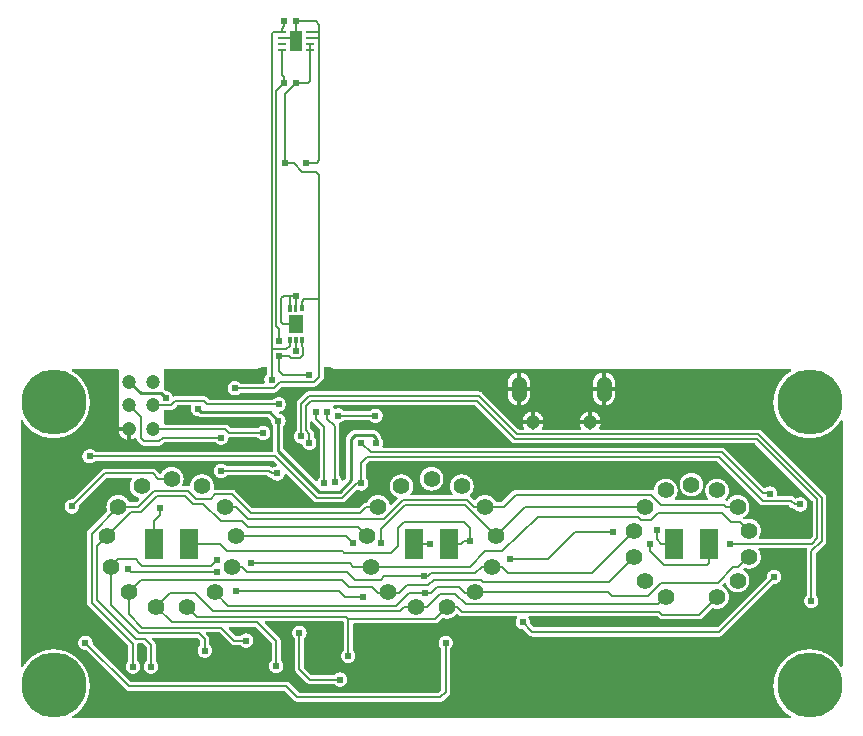
<source format=gtl>
G04 Layer: TopLayer*
G04 EasyEDA v6.4.5, 2020-08-30T10:48:13+03:00*
G04 413a31d708cc4da382682e4194c4ac02,19ad15c176e44a5d96a851d9d78d95a1,10*
G04 Gerber Generator version 0.2*
G04 Scale: 100 percent, Rotated: No, Reflected: No *
G04 Dimensions in millimeters *
G04 leading zeros omitted , absolute positions ,3 integer and 3 decimal *
%FSLAX33Y33*%
%MOMM*%
G90*
G71D02*

%ADD10C,0.159995*%
%ADD11C,0.200000*%
%ADD12C,0.250012*%
%ADD13C,0.609600*%
%ADD14C,0.610006*%
%ADD15R,1.499997X2.599995*%
%ADD16R,0.350520X0.599440*%
%ADD17R,0.299720X0.599440*%
%ADD19R,0.999998X1.699997*%
%ADD20R,0.699999X0.250012*%
%ADD21C,1.199998*%
%ADD22C,5.499989*%
%ADD23C,1.399997*%
%ADD24C,1.299997*%

%LPD*%
G36*
G01X20966Y29999D02*
G01X20697Y29999D01*
G01X20678Y29998D01*
G01X20660Y29992D01*
G01X20643Y29984D01*
G01X20598Y29957D01*
G01X20552Y29932D01*
G01X20506Y29909D01*
G01X20458Y29888D01*
G01X20409Y29869D01*
G01X20360Y29852D01*
G01X20309Y29838D01*
G01X20259Y29825D01*
G01X20207Y29815D01*
G01X20156Y29807D01*
G01X20104Y29802D01*
G01X20052Y29798D01*
G01X20000Y29797D01*
G01X12451Y29797D01*
G01X12437Y29796D01*
G01X12422Y29793D01*
G01X12409Y29788D01*
G01X12396Y29781D01*
G01X12385Y29772D01*
G01X12374Y29762D01*
G01X12366Y29750D01*
G01X12359Y29738D01*
G01X12354Y29724D01*
G01X12351Y29710D01*
G01X12349Y29695D01*
G01X12349Y28114D01*
G01X12351Y28097D01*
G01X12355Y28081D01*
G01X12362Y28065D01*
G01X12372Y28051D01*
G01X12384Y28038D01*
G01X12402Y28021D01*
G01X12463Y27961D01*
G01X12474Y27951D01*
G01X12486Y27943D01*
G01X12500Y27937D01*
G01X12514Y27933D01*
G01X12529Y27931D01*
G01X12564Y27928D01*
G01X12600Y27923D01*
G01X12635Y27916D01*
G01X12669Y27906D01*
G01X12703Y27895D01*
G01X12736Y27882D01*
G01X12768Y27867D01*
G01X12800Y27850D01*
G01X12830Y27831D01*
G01X12859Y27810D01*
G01X12887Y27788D01*
G01X12914Y27764D01*
G01X12939Y27739D01*
G01X12962Y27712D01*
G01X12984Y27684D01*
G01X13005Y27655D01*
G01X13023Y27624D01*
G01X13040Y27592D01*
G01X13055Y27560D01*
G01X13067Y27527D01*
G01X13074Y27512D01*
G01X13082Y27499D01*
G01X13093Y27488D01*
G01X13105Y27478D01*
G01X13118Y27469D01*
G01X13133Y27464D01*
G01X13148Y27460D01*
G01X13163Y27459D01*
G01X13179Y27460D01*
G01X13194Y27464D01*
G01X13222Y27471D01*
G01X13251Y27477D01*
G01X13280Y27480D01*
G01X13309Y27481D01*
G01X15699Y27481D01*
G01X15729Y27480D01*
G01X15759Y27477D01*
G01X15789Y27471D01*
G01X15817Y27463D01*
G01X15846Y27452D01*
G01X15873Y27440D01*
G01X15899Y27425D01*
G01X15924Y27408D01*
G01X15948Y27390D01*
G01X15970Y27369D01*
G01X16128Y27211D01*
G01X16140Y27201D01*
G01X16153Y27193D01*
G01X16168Y27187D01*
G01X16184Y27183D01*
G01X16199Y27182D01*
G01X21531Y27182D01*
G01X21548Y27183D01*
G01X21564Y27187D01*
G01X21579Y27194D01*
G01X21593Y27203D01*
G01X21605Y27214D01*
G01X21630Y27239D01*
G01X21657Y27263D01*
G01X21685Y27285D01*
G01X21714Y27306D01*
G01X21744Y27324D01*
G01X21775Y27341D01*
G01X21807Y27357D01*
G01X21840Y27370D01*
G01X21874Y27381D01*
G01X21908Y27390D01*
G01X21943Y27398D01*
G01X21979Y27403D01*
G01X22014Y27406D01*
G01X22049Y27407D01*
G01X22085Y27406D01*
G01X22120Y27403D01*
G01X22155Y27398D01*
G01X22190Y27391D01*
G01X22224Y27381D01*
G01X22257Y27370D01*
G01X22290Y27357D01*
G01X22322Y27342D01*
G01X22353Y27326D01*
G01X22383Y27307D01*
G01X22412Y27287D01*
G01X22440Y27265D01*
G01X22466Y27241D01*
G01X22491Y27216D01*
G01X22515Y27190D01*
G01X22537Y27162D01*
G01X22557Y27133D01*
G01X22575Y27103D01*
G01X22592Y27072D01*
G01X22607Y27040D01*
G01X22620Y27007D01*
G01X22631Y26974D01*
G01X22640Y26940D01*
G01X22648Y26905D01*
G01X22653Y26870D01*
G01X22656Y26835D01*
G01X22657Y26800D01*
G01X22656Y26764D01*
G01X22653Y26729D01*
G01X22647Y26694D01*
G01X22640Y26659D01*
G01X22631Y26625D01*
G01X22620Y26591D01*
G01X22607Y26558D01*
G01X22592Y26526D01*
G01X22575Y26495D01*
G01X22556Y26464D01*
G01X22535Y26435D01*
G01X22513Y26408D01*
G01X22490Y26381D01*
G01X22465Y26356D01*
G01X22438Y26333D01*
G01X22410Y26311D01*
G01X22381Y26291D01*
G01X22350Y26272D01*
G01X22319Y26255D01*
G01X22287Y26241D01*
G01X22254Y26228D01*
G01X22220Y26217D01*
G01X22186Y26208D01*
G01X22151Y26201D01*
G01X22136Y26197D01*
G01X22121Y26191D01*
G01X22108Y26182D01*
G01X22096Y26172D01*
G01X22085Y26160D01*
G01X22077Y26146D01*
G01X22071Y26132D01*
G01X22068Y26116D01*
G01X22066Y26101D01*
G01X22067Y26085D01*
G01X22071Y26070D01*
G01X22077Y26055D01*
G01X22085Y26042D01*
G01X22095Y26030D01*
G01X22106Y26020D01*
G01X22119Y26011D01*
G01X22134Y26005D01*
G01X22149Y26001D01*
G01X22184Y25993D01*
G01X22219Y25983D01*
G01X22254Y25971D01*
G01X22287Y25957D01*
G01X22320Y25940D01*
G01X22352Y25922D01*
G01X22382Y25902D01*
G01X22412Y25880D01*
G01X22439Y25857D01*
G01X22466Y25832D01*
G01X22491Y25805D01*
G01X22514Y25777D01*
G01X22536Y25748D01*
G01X22555Y25717D01*
G01X22573Y25685D01*
G01X22589Y25652D01*
G01X22603Y25619D01*
G01X22615Y25584D01*
G01X22624Y25549D01*
G01X22632Y25513D01*
G01X22637Y25477D01*
G01X22641Y25441D01*
G01X22642Y25404D01*
G01X22641Y25367D01*
G01X22637Y25331D01*
G01X22632Y25294D01*
G01X22624Y25258D01*
G01X22614Y25223D01*
G01X22602Y25188D01*
G01X22588Y25154D01*
G01X22571Y25121D01*
G01X22553Y25089D01*
G01X22533Y25058D01*
G01X22511Y25028D01*
G01X22487Y25000D01*
G01X22478Y24988D01*
G01X22471Y24975D01*
G01X22466Y24961D01*
G01X22463Y24947D01*
G01X22462Y24932D01*
G01X22462Y23084D01*
G01X22463Y23068D01*
G01X22466Y23052D01*
G01X22473Y23038D01*
G01X22481Y23024D01*
G01X22491Y23012D01*
G01X25192Y20311D01*
G01X25204Y20301D01*
G01X25218Y20293D01*
G01X25232Y20287D01*
G01X25248Y20283D01*
G01X25264Y20282D01*
G01X25279Y20283D01*
G01X25294Y20286D01*
G01X25309Y20292D01*
G01X25322Y20300D01*
G01X25334Y20310D01*
G01X25344Y20321D01*
G01X25353Y20334D01*
G01X25359Y20348D01*
G01X25372Y20381D01*
G01X25387Y20414D01*
G01X25405Y20445D01*
G01X25423Y20475D01*
G01X25444Y20504D01*
G01X25466Y20532D01*
G01X25490Y20559D01*
G01X25527Y20596D01*
G01X25536Y20610D01*
G01X25542Y20626D01*
G01X25546Y20642D01*
G01X25548Y20658D01*
G01X25548Y24658D01*
G01X25547Y24674D01*
G01X25543Y24689D01*
G01X25537Y24704D01*
G01X25528Y24718D01*
G01X25518Y24730D01*
G01X24959Y25289D01*
G01X24937Y25313D01*
G01X24917Y25338D01*
G01X24907Y25350D01*
G01X24895Y25361D01*
G01X24881Y25370D01*
G01X24866Y25376D01*
G01X24851Y25380D01*
G01X24835Y25381D01*
G01X24820Y25380D01*
G01X24806Y25377D01*
G01X24792Y25372D01*
G01X24780Y25365D01*
G01X24768Y25356D01*
G01X24758Y25346D01*
G01X24749Y25334D01*
G01X24742Y25321D01*
G01X24737Y25308D01*
G01X24734Y25294D01*
G01X24733Y25279D01*
G01X24733Y24800D01*
G01X24734Y24784D01*
G01X24738Y24769D01*
G01X24744Y24754D01*
G01X24752Y24740D01*
G01X24763Y24728D01*
G01X24921Y24570D01*
G01X24941Y24548D01*
G01X24960Y24525D01*
G01X24976Y24500D01*
G01X24991Y24473D01*
G01X25004Y24446D01*
G01X25014Y24418D01*
G01X25022Y24389D01*
G01X25028Y24360D01*
G01X25032Y24330D01*
G01X25033Y24300D01*
G01X25033Y24067D01*
G01X25034Y24050D01*
G01X25038Y24034D01*
G01X25045Y24019D01*
G01X25054Y24005D01*
G01X25065Y23992D01*
G01X25090Y23967D01*
G01X25114Y23941D01*
G01X25136Y23913D01*
G01X25156Y23884D01*
G01X25175Y23854D01*
G01X25192Y23823D01*
G01X25207Y23791D01*
G01X25220Y23758D01*
G01X25231Y23724D01*
G01X25240Y23690D01*
G01X25247Y23655D01*
G01X25253Y23620D01*
G01X25256Y23585D01*
G01X25257Y23549D01*
G01X25256Y23514D01*
G01X25253Y23479D01*
G01X25248Y23444D01*
G01X25240Y23409D01*
G01X25231Y23375D01*
G01X25220Y23342D01*
G01X25207Y23309D01*
G01X25192Y23277D01*
G01X25175Y23246D01*
G01X25157Y23216D01*
G01X25137Y23187D01*
G01X25115Y23159D01*
G01X25091Y23133D01*
G01X25066Y23108D01*
G01X25040Y23084D01*
G01X25012Y23062D01*
G01X24983Y23042D01*
G01X24953Y23023D01*
G01X24922Y23007D01*
G01X24890Y22992D01*
G01X24857Y22979D01*
G01X24824Y22968D01*
G01X24789Y22958D01*
G01X24755Y22951D01*
G01X24720Y22946D01*
G01X24685Y22943D01*
G01X24649Y22942D01*
G01X24613Y22943D01*
G01X24577Y22946D01*
G01X24541Y22952D01*
G01X24506Y22959D01*
G01X24471Y22969D01*
G01X24436Y22981D01*
G01X24403Y22995D01*
G01X24370Y23010D01*
G01X24338Y23028D01*
G01X24307Y23048D01*
G01X24278Y23069D01*
G01X24250Y23092D01*
G01X24223Y23117D01*
G01X24198Y23143D01*
G01X24175Y23171D01*
G01X24153Y23200D01*
G01X24133Y23230D01*
G01X24115Y23261D01*
G01X24099Y23294D01*
G01X24084Y23327D01*
G01X24072Y23361D01*
G01X24062Y23396D01*
G01X24057Y23410D01*
G01X24050Y23423D01*
G01X24042Y23436D01*
G01X24031Y23446D01*
G01X24020Y23455D01*
G01X24007Y23463D01*
G01X23993Y23468D01*
G01X23978Y23471D01*
G01X23963Y23472D01*
G01X23960Y23472D01*
G01X23924Y23473D01*
G01X23889Y23476D01*
G01X23854Y23481D01*
G01X23820Y23489D01*
G01X23785Y23498D01*
G01X23752Y23509D01*
G01X23719Y23522D01*
G01X23687Y23537D01*
G01X23656Y23554D01*
G01X23626Y23572D01*
G01X23597Y23592D01*
G01X23569Y23614D01*
G01X23543Y23638D01*
G01X23518Y23663D01*
G01X23494Y23689D01*
G01X23472Y23717D01*
G01X23452Y23746D01*
G01X23434Y23776D01*
G01X23417Y23807D01*
G01X23402Y23839D01*
G01X23389Y23872D01*
G01X23378Y23905D01*
G01X23369Y23939D01*
G01X23361Y23974D01*
G01X23356Y24009D01*
G01X23353Y24044D01*
G01X23352Y24080D01*
G01X23353Y24115D01*
G01X23356Y24150D01*
G01X23362Y24186D01*
G01X23369Y24220D01*
G01X23378Y24255D01*
G01X23389Y24288D01*
G01X23402Y24321D01*
G01X23417Y24353D01*
G01X23434Y24385D01*
G01X23453Y24415D01*
G01X23474Y24444D01*
G01X23496Y24472D01*
G01X23519Y24498D01*
G01X23545Y24523D01*
G01X23556Y24535D01*
G01X23565Y24549D01*
G01X23571Y24564D01*
G01X23575Y24581D01*
G01X23577Y24597D01*
G01X23577Y26860D01*
G01X23578Y26890D01*
G01X23582Y26920D01*
G01X23587Y26949D01*
G01X23596Y26978D01*
G01X23606Y27006D01*
G01X23619Y27034D01*
G01X23633Y27060D01*
G01X23650Y27085D01*
G01X23668Y27108D01*
G01X23689Y27131D01*
G01X24339Y27781D01*
G01X24361Y27801D01*
G01X24385Y27820D01*
G01X24410Y27836D01*
G01X24436Y27851D01*
G01X24463Y27864D01*
G01X24491Y27874D01*
G01X24520Y27882D01*
G01X24550Y27888D01*
G01X24580Y27892D01*
G01X24610Y27893D01*
G01X38991Y27893D01*
G01X39021Y27892D01*
G01X39051Y27888D01*
G01X39080Y27882D01*
G01X39109Y27874D01*
G01X39137Y27864D01*
G01X39165Y27851D01*
G01X39191Y27836D01*
G01X39216Y27820D01*
G01X39239Y27801D01*
G01X39262Y27781D01*
G01X42351Y24692D01*
G01X42363Y24681D01*
G01X42376Y24673D01*
G01X42391Y24667D01*
G01X42407Y24663D01*
G01X42422Y24662D01*
G01X42745Y24662D01*
G01X42759Y24663D01*
G01X42773Y24666D01*
G01X42787Y24671D01*
G01X42800Y24678D01*
G01X42811Y24687D01*
G01X42821Y24697D01*
G01X42830Y24709D01*
G01X42837Y24721D01*
G01X42842Y24735D01*
G01X42845Y24749D01*
G01X42846Y24764D01*
G01X42845Y24778D01*
G01X42842Y24792D01*
G01X42837Y24806D01*
G01X42830Y24819D01*
G01X42806Y24858D01*
G01X42785Y24898D01*
G01X42765Y24939D01*
G01X42747Y24981D01*
G01X42732Y25024D01*
G01X42719Y25068D01*
G01X42708Y25112D01*
G01X42699Y25157D01*
G01X43439Y25157D01*
G01X43439Y24764D01*
G01X43440Y24749D01*
G01X43443Y24735D01*
G01X43448Y24721D01*
G01X43455Y24709D01*
G01X43464Y24697D01*
G01X43474Y24687D01*
G01X43486Y24678D01*
G01X43498Y24671D01*
G01X43512Y24666D01*
G01X43526Y24663D01*
G01X43541Y24662D01*
G01X43637Y24662D01*
G01X43652Y24663D01*
G01X43666Y24666D01*
G01X43680Y24671D01*
G01X43692Y24678D01*
G01X43704Y24687D01*
G01X43714Y24697D01*
G01X43723Y24709D01*
G01X43730Y24721D01*
G01X43735Y24735D01*
G01X43738Y24749D01*
G01X43739Y24764D01*
G01X43739Y25157D01*
G01X44479Y25157D01*
G01X44470Y25112D01*
G01X44459Y25068D01*
G01X44446Y25024D01*
G01X44431Y24981D01*
G01X44413Y24939D01*
G01X44394Y24898D01*
G01X44372Y24858D01*
G01X44348Y24819D01*
G01X44341Y24806D01*
G01X44336Y24792D01*
G01X44333Y24778D01*
G01X44332Y24764D01*
G01X44333Y24749D01*
G01X44336Y24735D01*
G01X44341Y24721D01*
G01X44348Y24709D01*
G01X44357Y24697D01*
G01X44367Y24687D01*
G01X44379Y24678D01*
G01X44391Y24671D01*
G01X44405Y24666D01*
G01X44419Y24663D01*
G01X44434Y24662D01*
G01X47586Y24662D01*
G01X47600Y24663D01*
G01X47614Y24666D01*
G01X47628Y24671D01*
G01X47641Y24678D01*
G01X47652Y24687D01*
G01X47663Y24697D01*
G01X47671Y24709D01*
G01X47678Y24721D01*
G01X47683Y24735D01*
G01X47686Y24749D01*
G01X47687Y24764D01*
G01X47686Y24778D01*
G01X47683Y24792D01*
G01X47678Y24806D01*
G01X47671Y24819D01*
G01X47648Y24858D01*
G01X47626Y24898D01*
G01X47606Y24939D01*
G01X47589Y24981D01*
G01X47573Y25024D01*
G01X47560Y25068D01*
G01X47549Y25112D01*
G01X47540Y25157D01*
G01X48280Y25157D01*
G01X48280Y24764D01*
G01X48281Y24749D01*
G01X48284Y24735D01*
G01X48289Y24721D01*
G01X48296Y24709D01*
G01X48305Y24697D01*
G01X48315Y24687D01*
G01X48327Y24678D01*
G01X48340Y24671D01*
G01X48353Y24666D01*
G01X48367Y24663D01*
G01X48382Y24662D01*
G01X48479Y24662D01*
G01X48493Y24663D01*
G01X48507Y24666D01*
G01X48521Y24671D01*
G01X48534Y24678D01*
G01X48545Y24687D01*
G01X48555Y24697D01*
G01X48564Y24709D01*
G01X48571Y24721D01*
G01X48576Y24735D01*
G01X48579Y24749D01*
G01X48580Y24764D01*
G01X48580Y25157D01*
G01X49320Y25157D01*
G01X49312Y25112D01*
G01X49301Y25068D01*
G01X49287Y25024D01*
G01X49272Y24981D01*
G01X49254Y24939D01*
G01X49235Y24898D01*
G01X49213Y24858D01*
G01X49189Y24819D01*
G01X49182Y24806D01*
G01X49177Y24792D01*
G01X49174Y24778D01*
G01X49173Y24764D01*
G01X49174Y24749D01*
G01X49177Y24735D01*
G01X49182Y24721D01*
G01X49189Y24709D01*
G01X49198Y24697D01*
G01X49208Y24687D01*
G01X49220Y24678D01*
G01X49233Y24671D01*
G01X49246Y24666D01*
G01X49260Y24663D01*
G01X49275Y24662D01*
G01X62669Y24662D01*
G01X62699Y24661D01*
G01X62729Y24657D01*
G01X62758Y24651D01*
G01X62787Y24643D01*
G01X62815Y24633D01*
G01X62843Y24620D01*
G01X62869Y24606D01*
G01X62894Y24589D01*
G01X62917Y24570D01*
G01X62939Y24550D01*
G01X68319Y19170D01*
G01X68339Y19148D01*
G01X68358Y19125D01*
G01X68375Y19100D01*
G01X68389Y19073D01*
G01X68402Y19046D01*
G01X68412Y19018D01*
G01X68421Y18989D01*
G01X68426Y18960D01*
G01X68430Y18930D01*
G01X68431Y18900D01*
G01X68431Y15250D01*
G01X68430Y15220D01*
G01X68426Y15190D01*
G01X68421Y15160D01*
G01X68412Y15131D01*
G01X68402Y15103D01*
G01X68389Y15076D01*
G01X68375Y15050D01*
G01X68358Y15025D01*
G01X68339Y15001D01*
G01X68319Y14979D01*
G01X67562Y14222D01*
G01X67551Y14210D01*
G01X67543Y14196D01*
G01X67537Y14181D01*
G01X67533Y14166D01*
G01X67532Y14150D01*
G01X67532Y10667D01*
G01X67533Y10651D01*
G01X67537Y10635D01*
G01X67544Y10619D01*
G01X67553Y10605D01*
G01X67564Y10593D01*
G01X67589Y10568D01*
G01X67613Y10542D01*
G01X67635Y10514D01*
G01X67656Y10485D01*
G01X67675Y10455D01*
G01X67707Y10391D01*
G01X67720Y10358D01*
G01X67731Y10325D01*
G01X67740Y10290D01*
G01X67747Y10255D01*
G01X67753Y10220D01*
G01X67756Y10185D01*
G01X67757Y10149D01*
G01X67756Y10114D01*
G01X67753Y10079D01*
G01X67748Y10044D01*
G01X67740Y10009D01*
G01X67731Y9975D01*
G01X67720Y9942D01*
G01X67707Y9909D01*
G01X67692Y9877D01*
G01X67675Y9846D01*
G01X67657Y9816D01*
G01X67637Y9787D01*
G01X67615Y9759D01*
G01X67591Y9733D01*
G01X67566Y9708D01*
G01X67540Y9684D01*
G01X67512Y9662D01*
G01X67483Y9642D01*
G01X67453Y9623D01*
G01X67422Y9607D01*
G01X67390Y9592D01*
G01X67357Y9579D01*
G01X67324Y9568D01*
G01X67290Y9558D01*
G01X67255Y9551D01*
G01X67220Y9546D01*
G01X67185Y9543D01*
G01X67149Y9542D01*
G01X67114Y9543D01*
G01X67079Y9546D01*
G01X67044Y9551D01*
G01X67009Y9558D01*
G01X66975Y9568D01*
G01X66942Y9579D01*
G01X66909Y9592D01*
G01X66877Y9607D01*
G01X66846Y9623D01*
G01X66816Y9642D01*
G01X66787Y9662D01*
G01X66759Y9684D01*
G01X66733Y9708D01*
G01X66708Y9733D01*
G01X66684Y9759D01*
G01X66662Y9787D01*
G01X66642Y9816D01*
G01X66624Y9846D01*
G01X66607Y9877D01*
G01X66592Y9909D01*
G01X66579Y9942D01*
G01X66568Y9975D01*
G01X66559Y10009D01*
G01X66551Y10044D01*
G01X66546Y10079D01*
G01X66543Y10114D01*
G01X66542Y10149D01*
G01X66543Y10185D01*
G01X66546Y10220D01*
G01X66551Y10255D01*
G01X66559Y10290D01*
G01X66568Y10325D01*
G01X66579Y10358D01*
G01X66592Y10391D01*
G01X66607Y10423D01*
G01X66624Y10455D01*
G01X66643Y10485D01*
G01X66664Y10514D01*
G01X66686Y10542D01*
G01X66710Y10568D01*
G01X66735Y10593D01*
G01X66746Y10605D01*
G01X66755Y10619D01*
G01X66762Y10635D01*
G01X66766Y10651D01*
G01X66767Y10667D01*
G01X66767Y14351D01*
G01X66768Y14384D01*
G01X66773Y14417D01*
G01X66780Y14450D01*
G01X66790Y14482D01*
G01X66795Y14499D01*
G01X66797Y14517D01*
G01X66796Y14532D01*
G01X66792Y14546D01*
G01X66787Y14559D01*
G01X66780Y14572D01*
G01X66772Y14584D01*
G01X66762Y14594D01*
G01X66750Y14603D01*
G01X66737Y14610D01*
G01X66724Y14615D01*
G01X66710Y14618D01*
G01X66695Y14619D01*
G01X62778Y14623D01*
G01X62763Y14622D01*
G01X62749Y14619D01*
G01X62735Y14614D01*
G01X62723Y14607D01*
G01X62711Y14598D01*
G01X62701Y14588D01*
G01X62692Y14576D01*
G01X62685Y14564D01*
G01X62680Y14550D01*
G01X62677Y14536D01*
G01X62676Y14522D01*
G01X62677Y14506D01*
G01X62681Y14491D01*
G01X62687Y14476D01*
G01X62694Y14463D01*
G01X62721Y14424D01*
G01X62745Y14383D01*
G01X62767Y14342D01*
G01X62788Y14299D01*
G01X62806Y14256D01*
G01X62823Y14211D01*
G01X62837Y14166D01*
G01X62849Y14121D01*
G01X62859Y14075D01*
G01X62867Y14028D01*
G01X62872Y13981D01*
G01X62876Y13934D01*
G01X62877Y13887D01*
G01X62876Y13841D01*
G01X62872Y13794D01*
G01X62867Y13748D01*
G01X62860Y13703D01*
G01X62850Y13657D01*
G01X62838Y13613D01*
G01X62825Y13568D01*
G01X62809Y13525D01*
G01X62791Y13482D01*
G01X62772Y13440D01*
G01X62750Y13399D01*
G01X62727Y13359D01*
G01X62701Y13320D01*
G01X62674Y13283D01*
G01X62645Y13246D01*
G01X62615Y13211D01*
G01X62583Y13178D01*
G01X62550Y13146D01*
G01X62515Y13116D01*
G01X62478Y13087D01*
G01X62441Y13060D01*
G01X62402Y13035D01*
G01X62362Y13011D01*
G01X62321Y12989D01*
G01X62279Y12970D01*
G01X62236Y12952D01*
G01X62193Y12936D01*
G01X62148Y12923D01*
G01X62104Y12911D01*
G01X62058Y12901D01*
G01X62013Y12894D01*
G01X61967Y12889D01*
G01X61920Y12885D01*
G01X61874Y12884D01*
G01X61827Y12885D01*
G01X61779Y12889D01*
G01X61732Y12894D01*
G01X61685Y12902D01*
G01X61639Y12912D01*
G01X61593Y12925D01*
G01X61548Y12939D01*
G01X61532Y12943D01*
G01X61515Y12944D01*
G01X61499Y12943D01*
G01X61484Y12939D01*
G01X61469Y12933D01*
G01X61455Y12925D01*
G01X61443Y12915D01*
G01X61420Y12892D01*
G01X61410Y12879D01*
G01X61401Y12866D01*
G01X61395Y12851D01*
G01X61391Y12836D01*
G01X61390Y12820D01*
G01X61391Y12805D01*
G01X61394Y12791D01*
G01X61400Y12777D01*
G01X61407Y12764D01*
G01X61416Y12752D01*
G01X61426Y12742D01*
G01X61438Y12733D01*
G01X61477Y12708D01*
G01X61514Y12681D01*
G01X61550Y12652D01*
G01X61585Y12622D01*
G01X61619Y12590D01*
G01X61650Y12556D01*
G01X61681Y12521D01*
G01X61709Y12485D01*
G01X61736Y12448D01*
G01X61762Y12409D01*
G01X61785Y12369D01*
G01X61806Y12328D01*
G01X61826Y12286D01*
G01X61844Y12244D01*
G01X61859Y12200D01*
G01X61873Y12156D01*
G01X61885Y12111D01*
G01X61894Y12066D01*
G01X61902Y12020D01*
G01X61907Y11974D01*
G01X61910Y11928D01*
G01X61911Y11882D01*
G01X61910Y11836D01*
G01X61907Y11790D01*
G01X61902Y11744D01*
G01X61894Y11698D01*
G01X61885Y11653D01*
G01X61873Y11608D01*
G01X61859Y11563D01*
G01X61843Y11520D01*
G01X61826Y11477D01*
G01X61806Y11435D01*
G01X61784Y11394D01*
G01X61761Y11354D01*
G01X61736Y11316D01*
G01X61709Y11278D01*
G01X61680Y11242D01*
G01X61650Y11207D01*
G01X61618Y11173D01*
G01X61584Y11141D01*
G01X61549Y11111D01*
G01X61513Y11082D01*
G01X61475Y11055D01*
G01X61436Y11030D01*
G01X61397Y11006D01*
G01X61356Y10985D01*
G01X61314Y10965D01*
G01X61271Y10947D01*
G01X61227Y10932D01*
G01X61183Y10918D01*
G01X61138Y10906D01*
G01X61093Y10897D01*
G01X61047Y10889D01*
G01X61001Y10884D01*
G01X60955Y10881D01*
G01X60909Y10880D01*
G01X60862Y10881D01*
G01X60816Y10884D01*
G01X60770Y10889D01*
G01X60724Y10897D01*
G01X60678Y10906D01*
G01X60633Y10918D01*
G01X60589Y10932D01*
G01X60545Y10948D01*
G01X60502Y10966D01*
G01X60460Y10986D01*
G01X60419Y11007D01*
G01X60379Y11031D01*
G01X60340Y11056D01*
G01X60302Y11084D01*
G01X60266Y11113D01*
G01X60231Y11143D01*
G01X60197Y11175D01*
G01X60165Y11209D01*
G01X60135Y11244D01*
G01X60106Y11281D01*
G01X60079Y11319D01*
G01X60054Y11358D01*
G01X60031Y11398D01*
G01X60009Y11439D01*
G01X59990Y11482D01*
G01X59972Y11525D01*
G01X59957Y11568D01*
G01X59943Y11613D01*
G01X59938Y11627D01*
G01X59931Y11640D01*
G01X59922Y11651D01*
G01X59912Y11662D01*
G01X59901Y11671D01*
G01X59888Y11678D01*
G01X59874Y11683D01*
G01X59860Y11686D01*
G01X59845Y11687D01*
G01X59829Y11686D01*
G01X59814Y11682D01*
G01X59799Y11676D01*
G01X59785Y11668D01*
G01X59773Y11657D01*
G01X59642Y11527D01*
G01X59632Y11514D01*
G01X59624Y11501D01*
G01X59618Y11486D01*
G01X59614Y11471D01*
G01X59613Y11455D01*
G01X59614Y11439D01*
G01X59617Y11425D01*
G01X59623Y11410D01*
G01X59630Y11397D01*
G01X59640Y11385D01*
G01X59651Y11375D01*
G01X59664Y11366D01*
G01X59703Y11343D01*
G01X59742Y11317D01*
G01X59779Y11290D01*
G01X59815Y11261D01*
G01X59849Y11231D01*
G01X59882Y11199D01*
G01X59914Y11166D01*
G01X59944Y11131D01*
G01X59972Y11095D01*
G01X59999Y11057D01*
G01X60024Y11019D01*
G01X60047Y10979D01*
G01X60068Y10938D01*
G01X60087Y10897D01*
G01X60105Y10854D01*
G01X60120Y10811D01*
G01X60134Y10767D01*
G01X60145Y10722D01*
G01X60155Y10677D01*
G01X60162Y10632D01*
G01X60167Y10586D01*
G01X60170Y10541D01*
G01X60171Y10495D01*
G01X60170Y10448D01*
G01X60167Y10402D01*
G01X60162Y10356D01*
G01X60154Y10310D01*
G01X60145Y10265D01*
G01X60133Y10220D01*
G01X60119Y10176D01*
G01X60104Y10132D01*
G01X60086Y10090D01*
G01X60066Y10048D01*
G01X60045Y10007D01*
G01X60021Y9967D01*
G01X59996Y9928D01*
G01X59969Y9891D01*
G01X59940Y9854D01*
G01X59910Y9819D01*
G01X59878Y9786D01*
G01X59844Y9754D01*
G01X59809Y9723D01*
G01X59773Y9695D01*
G01X59735Y9668D01*
G01X59697Y9642D01*
G01X59657Y9619D01*
G01X59616Y9597D01*
G01X59574Y9578D01*
G01X59531Y9560D01*
G01X59488Y9544D01*
G01X59443Y9530D01*
G01X59398Y9519D01*
G01X59353Y9509D01*
G01X59307Y9502D01*
G01X59261Y9496D01*
G01X59215Y9493D01*
G01X59169Y9492D01*
G01X59121Y9493D01*
G01X59074Y9497D01*
G01X59027Y9502D01*
G01X58980Y9510D01*
G01X58934Y9520D01*
G01X58888Y9532D01*
G01X58842Y9547D01*
G01X58826Y9551D01*
G01X58809Y9552D01*
G01X58793Y9551D01*
G01X58778Y9547D01*
G01X58763Y9541D01*
G01X58750Y9533D01*
G01X58738Y9523D01*
G01X57943Y8728D01*
G01X57921Y8708D01*
G01X57898Y8689D01*
G01X57873Y8673D01*
G01X57846Y8658D01*
G01X57819Y8645D01*
G01X57791Y8635D01*
G01X57762Y8627D01*
G01X57733Y8621D01*
G01X57703Y8617D01*
G01X57673Y8616D01*
G01X54521Y8616D01*
G01X54491Y8617D01*
G01X54461Y8621D01*
G01X54431Y8627D01*
G01X54402Y8635D01*
G01X54374Y8645D01*
G01X54347Y8658D01*
G01X54321Y8673D01*
G01X54296Y8689D01*
G01X54272Y8708D01*
G01X54250Y8728D01*
G01X54135Y8843D01*
G01X54123Y8853D01*
G01X54110Y8862D01*
G01X54095Y8868D01*
G01X54079Y8872D01*
G01X54064Y8873D01*
G01X43304Y8873D01*
G01X43289Y8872D01*
G01X43275Y8869D01*
G01X43261Y8864D01*
G01X43249Y8857D01*
G01X43237Y8848D01*
G01X43227Y8838D01*
G01X43218Y8826D01*
G01X43211Y8813D01*
G01X43206Y8800D01*
G01X43203Y8786D01*
G01X43202Y8771D01*
G01X43203Y8756D01*
G01X43207Y8741D01*
G01X43212Y8727D01*
G01X43220Y8714D01*
G01X43240Y8683D01*
G01X43257Y8652D01*
G01X43273Y8619D01*
G01X43287Y8586D01*
G01X43299Y8551D01*
G01X43309Y8517D01*
G01X43317Y8481D01*
G01X43322Y8445D01*
G01X43326Y8409D01*
G01X43327Y8373D01*
G01X43328Y8357D01*
G01X43332Y8342D01*
G01X43338Y8327D01*
G01X43346Y8314D01*
G01X43357Y8302D01*
G01X43683Y7976D01*
G01X43695Y7965D01*
G01X43708Y7957D01*
G01X43723Y7951D01*
G01X43739Y7947D01*
G01X43755Y7946D01*
G01X59145Y7946D01*
G01X59161Y7947D01*
G01X59177Y7951D01*
G01X59192Y7957D01*
G01X59205Y7965D01*
G01X59217Y7976D01*
G01X63372Y12131D01*
G01X63383Y12143D01*
G01X63391Y12156D01*
G01X63397Y12171D01*
G01X63401Y12186D01*
G01X63402Y12202D01*
G01X63403Y12237D01*
G01X63406Y12272D01*
G01X63412Y12307D01*
G01X63419Y12342D01*
G01X63428Y12376D01*
G01X63439Y12409D01*
G01X63452Y12442D01*
G01X63467Y12474D01*
G01X63484Y12505D01*
G01X63503Y12535D01*
G01X63523Y12563D01*
G01X63545Y12591D01*
G01X63568Y12617D01*
G01X63593Y12642D01*
G01X63620Y12665D01*
G01X63647Y12687D01*
G01X63676Y12707D01*
G01X63706Y12726D01*
G01X63737Y12742D01*
G01X63769Y12757D01*
G01X63802Y12770D01*
G01X63836Y12781D01*
G01X63870Y12790D01*
G01X63904Y12798D01*
G01X63939Y12803D01*
G01X63974Y12806D01*
G01X64009Y12807D01*
G01X64045Y12806D01*
G01X64080Y12803D01*
G01X64115Y12798D01*
G01X64149Y12790D01*
G01X64183Y12781D01*
G01X64217Y12770D01*
G01X64250Y12757D01*
G01X64282Y12742D01*
G01X64313Y12725D01*
G01X64343Y12707D01*
G01X64372Y12687D01*
G01X64400Y12665D01*
G01X64426Y12641D01*
G01X64451Y12616D01*
G01X64475Y12590D01*
G01X64496Y12562D01*
G01X64517Y12533D01*
G01X64535Y12503D01*
G01X64552Y12472D01*
G01X64567Y12440D01*
G01X64580Y12407D01*
G01X64591Y12374D01*
G01X64600Y12339D01*
G01X64607Y12305D01*
G01X64612Y12270D01*
G01X64616Y12235D01*
G01X64617Y12199D01*
G01X64616Y12164D01*
G01X64613Y12129D01*
G01X64607Y12094D01*
G01X64600Y12060D01*
G01X64591Y12026D01*
G01X64580Y11993D01*
G01X64567Y11960D01*
G01X64553Y11928D01*
G01X64536Y11897D01*
G01X64518Y11867D01*
G01X64497Y11838D01*
G01X64476Y11811D01*
G01X64452Y11784D01*
G01X64428Y11759D01*
G01X64401Y11736D01*
G01X64374Y11714D01*
G01X64345Y11694D01*
G01X64315Y11675D01*
G01X64285Y11658D01*
G01X64253Y11643D01*
G01X64220Y11630D01*
G01X64187Y11619D01*
G01X64153Y11609D01*
G01X64118Y11602D01*
G01X64084Y11597D01*
G01X64049Y11593D01*
G01X64014Y11592D01*
G01X63998Y11591D01*
G01X63983Y11587D01*
G01X63968Y11581D01*
G01X63954Y11573D01*
G01X63942Y11562D01*
G01X59639Y7259D01*
G01X59618Y7239D01*
G01X59595Y7221D01*
G01X59572Y7205D01*
G01X59547Y7190D01*
G01X59521Y7177D01*
G01X59495Y7166D01*
G01X59468Y7157D01*
G01X59440Y7150D01*
G01X59412Y7145D01*
G01X59383Y7142D01*
G01X59354Y7141D01*
G01X43546Y7141D01*
G01X43517Y7142D01*
G01X43488Y7145D01*
G01X43460Y7150D01*
G01X43432Y7157D01*
G01X43405Y7166D01*
G01X43379Y7177D01*
G01X43353Y7190D01*
G01X43328Y7205D01*
G01X43305Y7221D01*
G01X43282Y7239D01*
G01X43261Y7259D01*
G01X42787Y7733D01*
G01X42775Y7743D01*
G01X42762Y7751D01*
G01X42747Y7757D01*
G01X42732Y7761D01*
G01X42716Y7762D01*
G01X42681Y7764D01*
G01X42646Y7767D01*
G01X42611Y7772D01*
G01X42577Y7779D01*
G01X42543Y7789D01*
G01X42509Y7800D01*
G01X42477Y7813D01*
G01X42445Y7828D01*
G01X42414Y7845D01*
G01X42384Y7863D01*
G01X42355Y7884D01*
G01X42328Y7906D01*
G01X42301Y7929D01*
G01X42277Y7954D01*
G01X42253Y7980D01*
G01X42232Y8008D01*
G01X42211Y8037D01*
G01X42193Y8067D01*
G01X42176Y8098D01*
G01X42162Y8130D01*
G01X42149Y8163D01*
G01X42138Y8196D01*
G01X42128Y8230D01*
G01X42121Y8265D01*
G01X42116Y8299D01*
G01X42113Y8334D01*
G01X42112Y8370D01*
G01X42113Y8406D01*
G01X42117Y8443D01*
G01X42122Y8479D01*
G01X42130Y8514D01*
G01X42140Y8550D01*
G01X42151Y8584D01*
G01X42165Y8618D01*
G01X42181Y8651D01*
G01X42199Y8683D01*
G01X42219Y8714D01*
G01X42227Y8727D01*
G01X42232Y8741D01*
G01X42236Y8756D01*
G01X42237Y8771D01*
G01X42236Y8786D01*
G01X42233Y8800D01*
G01X42228Y8813D01*
G01X42221Y8826D01*
G01X42212Y8838D01*
G01X42202Y8848D01*
G01X42190Y8857D01*
G01X42178Y8864D01*
G01X42164Y8869D01*
G01X42150Y8872D01*
G01X42135Y8873D01*
G01X37564Y8873D01*
G01X37534Y8874D01*
G01X37504Y8878D01*
G01X37474Y8883D01*
G01X37445Y8892D01*
G01X37417Y8902D01*
G01X37390Y8914D01*
G01X37364Y8929D01*
G01X37339Y8946D01*
G01X37315Y8964D01*
G01X37293Y8985D01*
G01X37244Y9034D01*
G01X37232Y9044D01*
G01X37218Y9053D01*
G01X37203Y9059D01*
G01X37188Y9063D01*
G01X37172Y9064D01*
G01X37157Y9063D01*
G01X37142Y9059D01*
G01X37128Y9054D01*
G01X37115Y9047D01*
G01X37103Y9037D01*
G01X37093Y9026D01*
G01X37063Y8991D01*
G01X37031Y8957D01*
G01X36997Y8924D01*
G01X36962Y8893D01*
G01X36926Y8864D01*
G01X36888Y8836D01*
G01X36849Y8810D01*
G01X36808Y8786D01*
G01X36767Y8764D01*
G01X36725Y8744D01*
G01X36682Y8726D01*
G01X36638Y8710D01*
G01X36593Y8696D01*
G01X36548Y8684D01*
G01X36502Y8674D01*
G01X36456Y8667D01*
G01X36409Y8661D01*
G01X36362Y8658D01*
G01X36316Y8657D01*
G01X36268Y8658D01*
G01X36221Y8661D01*
G01X36174Y8667D01*
G01X36127Y8675D01*
G01X36081Y8685D01*
G01X36035Y8697D01*
G01X35990Y8711D01*
G01X35974Y8715D01*
G01X35957Y8717D01*
G01X35941Y8715D01*
G01X35926Y8712D01*
G01X35911Y8706D01*
G01X35897Y8697D01*
G01X35885Y8687D01*
G01X35553Y8355D01*
G01X35531Y8335D01*
G01X35507Y8316D01*
G01X35483Y8299D01*
G01X35456Y8285D01*
G01X35429Y8272D01*
G01X35401Y8262D01*
G01X35372Y8253D01*
G01X35342Y8248D01*
G01X35313Y8244D01*
G01X35283Y8243D01*
G01X28434Y8243D01*
G01X28419Y8242D01*
G01X28405Y8239D01*
G01X28391Y8234D01*
G01X28379Y8227D01*
G01X28367Y8218D01*
G01X28357Y8208D01*
G01X28348Y8196D01*
G01X28341Y8183D01*
G01X28336Y8170D01*
G01X28333Y8156D01*
G01X28332Y8141D01*
G01X28332Y6017D01*
G01X28333Y6001D01*
G01X28337Y5985D01*
G01X28344Y5969D01*
G01X28353Y5955D01*
G01X28364Y5943D01*
G01X28389Y5918D01*
G01X28413Y5892D01*
G01X28435Y5864D01*
G01X28456Y5835D01*
G01X28474Y5805D01*
G01X28491Y5773D01*
G01X28507Y5741D01*
G01X28520Y5708D01*
G01X28531Y5675D01*
G01X28540Y5640D01*
G01X28547Y5605D01*
G01X28553Y5570D01*
G01X28556Y5535D01*
G01X28557Y5499D01*
G01X28556Y5464D01*
G01X28553Y5429D01*
G01X28547Y5394D01*
G01X28540Y5359D01*
G01X28531Y5325D01*
G01X28520Y5292D01*
G01X28507Y5259D01*
G01X28492Y5227D01*
G01X28475Y5196D01*
G01X28457Y5166D01*
G01X28437Y5137D01*
G01X28415Y5109D01*
G01X28391Y5083D01*
G01X28366Y5058D01*
G01X28340Y5034D01*
G01X28312Y5012D01*
G01X28283Y4992D01*
G01X28253Y4973D01*
G01X28222Y4957D01*
G01X28190Y4942D01*
G01X28157Y4929D01*
G01X28124Y4918D01*
G01X28089Y4908D01*
G01X28055Y4901D01*
G01X28020Y4896D01*
G01X27985Y4893D01*
G01X27949Y4892D01*
G01X27914Y4893D01*
G01X27879Y4896D01*
G01X27844Y4901D01*
G01X27809Y4908D01*
G01X27775Y4918D01*
G01X27742Y4929D01*
G01X27709Y4942D01*
G01X27677Y4957D01*
G01X27646Y4973D01*
G01X27616Y4992D01*
G01X27587Y5012D01*
G01X27559Y5034D01*
G01X27533Y5058D01*
G01X27508Y5083D01*
G01X27484Y5109D01*
G01X27462Y5137D01*
G01X27442Y5166D01*
G01X27423Y5196D01*
G01X27407Y5227D01*
G01X27392Y5259D01*
G01X27379Y5292D01*
G01X27368Y5325D01*
G01X27358Y5359D01*
G01X27351Y5394D01*
G01X27346Y5429D01*
G01X27343Y5464D01*
G01X27342Y5499D01*
G01X27343Y5535D01*
G01X27346Y5570D01*
G01X27351Y5605D01*
G01X27359Y5640D01*
G01X27368Y5675D01*
G01X27379Y5708D01*
G01X27392Y5741D01*
G01X27407Y5773D01*
G01X27424Y5805D01*
G01X27443Y5835D01*
G01X27464Y5864D01*
G01X27486Y5892D01*
G01X27509Y5918D01*
G01X27535Y5943D01*
G01X27546Y5955D01*
G01X27555Y5969D01*
G01X27562Y5985D01*
G01X27566Y6001D01*
G01X27567Y6017D01*
G01X27567Y8315D01*
G01X27566Y8330D01*
G01X27563Y8344D01*
G01X27558Y8358D01*
G01X27551Y8370D01*
G01X27542Y8382D01*
G01X27532Y8392D01*
G01X27520Y8401D01*
G01X27508Y8408D01*
G01X27494Y8413D01*
G01X27480Y8416D01*
G01X27465Y8417D01*
G01X20969Y8417D01*
G01X20954Y8416D01*
G01X20940Y8413D01*
G01X20926Y8408D01*
G01X20914Y8401D01*
G01X20902Y8392D01*
G01X20892Y8382D01*
G01X20883Y8370D01*
G01X20876Y8358D01*
G01X20871Y8344D01*
G01X20868Y8330D01*
G01X20867Y8315D01*
G01X20868Y8300D01*
G01X20872Y8284D01*
G01X20878Y8269D01*
G01X20886Y8256D01*
G01X20897Y8244D01*
G01X22119Y7021D01*
G01X22139Y6999D01*
G01X22158Y6976D01*
G01X22175Y6951D01*
G01X22189Y6925D01*
G01X22202Y6897D01*
G01X22212Y6869D01*
G01X22221Y6840D01*
G01X22226Y6811D01*
G01X22230Y6781D01*
G01X22231Y6751D01*
G01X22231Y5168D01*
G01X22232Y5152D01*
G01X22237Y5136D01*
G01X22243Y5120D01*
G01X22252Y5106D01*
G01X22263Y5094D01*
G01X22289Y5069D01*
G01X22313Y5043D01*
G01X22335Y5015D01*
G01X22355Y4986D01*
G01X22374Y4955D01*
G01X22391Y4924D01*
G01X22406Y4892D01*
G01X22420Y4859D01*
G01X22431Y4825D01*
G01X22440Y4791D01*
G01X22448Y4756D01*
G01X22453Y4721D01*
G01X22456Y4685D01*
G01X22457Y4650D01*
G01X22456Y4614D01*
G01X22453Y4579D01*
G01X22448Y4544D01*
G01X22441Y4509D01*
G01X22431Y4475D01*
G01X22420Y4442D01*
G01X22407Y4409D01*
G01X22392Y4377D01*
G01X22376Y4346D01*
G01X22357Y4316D01*
G01X22337Y4287D01*
G01X22315Y4259D01*
G01X22291Y4233D01*
G01X22266Y4208D01*
G01X22240Y4184D01*
G01X22212Y4162D01*
G01X22183Y4142D01*
G01X22153Y4124D01*
G01X22122Y4107D01*
G01X22090Y4092D01*
G01X22057Y4079D01*
G01X22024Y4068D01*
G01X21990Y4059D01*
G01X21955Y4051D01*
G01X21920Y4046D01*
G01X21885Y4043D01*
G01X21850Y4042D01*
G01X21814Y4043D01*
G01X21779Y4046D01*
G01X21744Y4051D01*
G01X21710Y4059D01*
G01X21675Y4068D01*
G01X21642Y4079D01*
G01X21609Y4092D01*
G01X21577Y4107D01*
G01X21546Y4124D01*
G01X21516Y4142D01*
G01X21487Y4162D01*
G01X21459Y4184D01*
G01X21433Y4208D01*
G01X21408Y4233D01*
G01X21384Y4259D01*
G01X21362Y4287D01*
G01X21342Y4316D01*
G01X21324Y4346D01*
G01X21307Y4377D01*
G01X21292Y4409D01*
G01X21279Y4442D01*
G01X21268Y4475D01*
G01X21259Y4509D01*
G01X21252Y4544D01*
G01X21246Y4579D01*
G01X21243Y4614D01*
G01X21242Y4650D01*
G01X21243Y4685D01*
G01X21246Y4720D01*
G01X21252Y4755D01*
G01X21259Y4790D01*
G01X21268Y4824D01*
G01X21279Y4858D01*
G01X21292Y4891D01*
G01X21307Y4923D01*
G01X21324Y4954D01*
G01X21343Y4984D01*
G01X21363Y5013D01*
G01X21385Y5041D01*
G01X21409Y5067D01*
G01X21434Y5092D01*
G01X21445Y5105D01*
G01X21454Y5119D01*
G01X21461Y5134D01*
G01X21465Y5150D01*
G01X21466Y5166D01*
G01X21466Y6550D01*
G01X21465Y6566D01*
G01X21461Y6582D01*
G01X21455Y6596D01*
G01X21447Y6610D01*
G01X21436Y6622D01*
G01X20122Y7936D01*
G01X20110Y7947D01*
G01X20097Y7955D01*
G01X20082Y7961D01*
G01X20066Y7965D01*
G01X20050Y7966D01*
G01X17922Y7966D01*
G01X17908Y7965D01*
G01X17893Y7962D01*
G01X17880Y7957D01*
G01X17867Y7950D01*
G01X17856Y7941D01*
G01X17845Y7931D01*
G01X17837Y7919D01*
G01X17830Y7907D01*
G01X17825Y7893D01*
G01X17822Y7879D01*
G01X17820Y7864D01*
G01X17822Y7849D01*
G01X17825Y7833D01*
G01X17832Y7818D01*
G01X17840Y7805D01*
G01X17850Y7793D01*
G01X18431Y7211D01*
G01X18444Y7201D01*
G01X18457Y7193D01*
G01X18472Y7187D01*
G01X18487Y7183D01*
G01X18503Y7182D01*
G01X18781Y7182D01*
G01X18798Y7183D01*
G01X18814Y7187D01*
G01X18829Y7194D01*
G01X18843Y7203D01*
G01X18855Y7214D01*
G01X18880Y7239D01*
G01X18907Y7263D01*
G01X18935Y7285D01*
G01X18964Y7306D01*
G01X18994Y7325D01*
G01X19025Y7341D01*
G01X19057Y7357D01*
G01X19090Y7370D01*
G01X19124Y7381D01*
G01X19158Y7390D01*
G01X19193Y7398D01*
G01X19228Y7403D01*
G01X19264Y7406D01*
G01X19299Y7407D01*
G01X19335Y7406D01*
G01X19370Y7403D01*
G01X19405Y7398D01*
G01X19439Y7391D01*
G01X19474Y7381D01*
G01X19507Y7370D01*
G01X19540Y7357D01*
G01X19572Y7342D01*
G01X19603Y7326D01*
G01X19633Y7307D01*
G01X19662Y7287D01*
G01X19690Y7265D01*
G01X19716Y7241D01*
G01X19741Y7216D01*
G01X19765Y7190D01*
G01X19787Y7162D01*
G01X19807Y7133D01*
G01X19825Y7103D01*
G01X19842Y7072D01*
G01X19857Y7040D01*
G01X19870Y7007D01*
G01X19881Y6974D01*
G01X19890Y6940D01*
G01X19898Y6905D01*
G01X19903Y6870D01*
G01X19906Y6835D01*
G01X19907Y6800D01*
G01X19906Y6764D01*
G01X19903Y6729D01*
G01X19898Y6694D01*
G01X19890Y6660D01*
G01X19881Y6625D01*
G01X19870Y6592D01*
G01X19857Y6559D01*
G01X19842Y6527D01*
G01X19825Y6496D01*
G01X19807Y6466D01*
G01X19787Y6437D01*
G01X19765Y6409D01*
G01X19741Y6383D01*
G01X19716Y6358D01*
G01X19690Y6334D01*
G01X19662Y6312D01*
G01X19633Y6292D01*
G01X19603Y6274D01*
G01X19572Y6257D01*
G01X19540Y6242D01*
G01X19507Y6229D01*
G01X19474Y6218D01*
G01X19439Y6209D01*
G01X19405Y6202D01*
G01X19370Y6196D01*
G01X19335Y6193D01*
G01X19299Y6192D01*
G01X19264Y6193D01*
G01X19229Y6196D01*
G01X19194Y6202D01*
G01X19159Y6209D01*
G01X19125Y6218D01*
G01X19091Y6229D01*
G01X19058Y6242D01*
G01X19026Y6257D01*
G01X18995Y6274D01*
G01X18964Y6293D01*
G01X18935Y6314D01*
G01X18908Y6336D01*
G01X18881Y6359D01*
G01X18844Y6396D01*
G01X18830Y6405D01*
G01X18815Y6411D01*
G01X18799Y6415D01*
G01X18782Y6417D01*
G01X18303Y6417D01*
G01X18273Y6418D01*
G01X18243Y6421D01*
G01X18213Y6427D01*
G01X18185Y6435D01*
G01X18156Y6446D01*
G01X18129Y6458D01*
G01X18103Y6473D01*
G01X18078Y6490D01*
G01X18054Y6508D01*
G01X18032Y6529D01*
G01X17074Y7487D01*
G01X17062Y7497D01*
G01X17049Y7505D01*
G01X17034Y7511D01*
G01X17018Y7515D01*
G01X17002Y7516D01*
G01X16008Y7516D01*
G01X15993Y7515D01*
G01X15979Y7512D01*
G01X15965Y7507D01*
G01X15953Y7500D01*
G01X15941Y7492D01*
G01X15931Y7481D01*
G01X15922Y7470D01*
G01X15915Y7457D01*
G01X15910Y7443D01*
G01X15907Y7429D01*
G01X15906Y7415D01*
G01X15907Y7399D01*
G01X15911Y7384D01*
G01X15917Y7369D01*
G01X15925Y7355D01*
G01X15936Y7343D01*
G01X16069Y7209D01*
G01X16090Y7187D01*
G01X16108Y7163D01*
G01X16125Y7138D01*
G01X16139Y7112D01*
G01X16152Y7085D01*
G01X16162Y7057D01*
G01X16170Y7028D01*
G01X16176Y6998D01*
G01X16180Y6969D01*
G01X16181Y6939D01*
G01X16181Y6469D01*
G01X16182Y6452D01*
G01X16186Y6436D01*
G01X16193Y6420D01*
G01X16202Y6406D01*
G01X16213Y6394D01*
G01X16239Y6369D01*
G01X16262Y6343D01*
G01X16285Y6315D01*
G01X16305Y6286D01*
G01X16324Y6256D01*
G01X16341Y6224D01*
G01X16356Y6192D01*
G01X16370Y6159D01*
G01X16381Y6125D01*
G01X16390Y6091D01*
G01X16397Y6056D01*
G01X16403Y6021D01*
G01X16406Y5985D01*
G01X16407Y5950D01*
G01X16406Y5914D01*
G01X16403Y5879D01*
G01X16398Y5844D01*
G01X16391Y5809D01*
G01X16381Y5775D01*
G01X16370Y5742D01*
G01X16357Y5709D01*
G01X16342Y5677D01*
G01X16326Y5646D01*
G01X16307Y5616D01*
G01X16287Y5587D01*
G01X16265Y5559D01*
G01X16241Y5533D01*
G01X16216Y5508D01*
G01X16190Y5484D01*
G01X16162Y5462D01*
G01X16133Y5442D01*
G01X16103Y5424D01*
G01X16072Y5407D01*
G01X16040Y5392D01*
G01X16007Y5379D01*
G01X15974Y5368D01*
G01X15940Y5359D01*
G01X15905Y5351D01*
G01X15870Y5346D01*
G01X15835Y5343D01*
G01X15800Y5342D01*
G01X15764Y5343D01*
G01X15729Y5346D01*
G01X15694Y5351D01*
G01X15660Y5359D01*
G01X15625Y5368D01*
G01X15592Y5379D01*
G01X15559Y5392D01*
G01X15527Y5407D01*
G01X15496Y5424D01*
G01X15466Y5442D01*
G01X15437Y5462D01*
G01X15409Y5484D01*
G01X15383Y5508D01*
G01X15358Y5533D01*
G01X15334Y5559D01*
G01X15312Y5587D01*
G01X15292Y5616D01*
G01X15274Y5646D01*
G01X15257Y5677D01*
G01X15242Y5709D01*
G01X15229Y5742D01*
G01X15218Y5775D01*
G01X15209Y5809D01*
G01X15201Y5844D01*
G01X15196Y5879D01*
G01X15193Y5914D01*
G01X15192Y5950D01*
G01X15193Y5985D01*
G01X15196Y6020D01*
G01X15202Y6055D01*
G01X15209Y6090D01*
G01X15218Y6124D01*
G01X15229Y6158D01*
G01X15242Y6191D01*
G01X15257Y6223D01*
G01X15274Y6254D01*
G01X15293Y6284D01*
G01X15313Y6313D01*
G01X15335Y6341D01*
G01X15359Y6367D01*
G01X15384Y6392D01*
G01X15395Y6404D01*
G01X15404Y6418D01*
G01X15410Y6434D01*
G01X15414Y6450D01*
G01X15416Y6466D01*
G01X15416Y6739D01*
G01X15415Y6755D01*
G01X15411Y6770D01*
G01X15405Y6785D01*
G01X15396Y6799D01*
G01X15386Y6811D01*
G01X15171Y7027D01*
G01X15159Y7037D01*
G01X15145Y7046D01*
G01X15131Y7052D01*
G01X15115Y7055D01*
G01X15099Y7057D01*
G01X11427Y7057D01*
G01X11413Y7056D01*
G01X11399Y7053D01*
G01X11385Y7048D01*
G01X11372Y7041D01*
G01X11361Y7032D01*
G01X11351Y7022D01*
G01X11342Y7010D01*
G01X11335Y6997D01*
G01X11330Y6984D01*
G01X11327Y6970D01*
G01X11326Y6955D01*
G01X11327Y6939D01*
G01X11331Y6924D01*
G01X11337Y6909D01*
G01X11345Y6895D01*
G01X11355Y6883D01*
G01X11520Y6719D01*
G01X11540Y6697D01*
G01X11559Y6673D01*
G01X11575Y6648D01*
G01X11590Y6622D01*
G01X11603Y6595D01*
G01X11613Y6567D01*
G01X11621Y6538D01*
G01X11627Y6508D01*
G01X11630Y6479D01*
G01X11632Y6449D01*
G01X11632Y5118D01*
G01X11633Y5101D01*
G01X11637Y5085D01*
G01X11644Y5070D01*
G01X11653Y5056D01*
G01X11664Y5043D01*
G01X11689Y5018D01*
G01X11713Y4992D01*
G01X11735Y4964D01*
G01X11756Y4935D01*
G01X11774Y4905D01*
G01X11791Y4874D01*
G01X11806Y4841D01*
G01X11820Y4808D01*
G01X11831Y4775D01*
G01X11840Y4740D01*
G01X11847Y4706D01*
G01X11853Y4670D01*
G01X11856Y4635D01*
G01X11857Y4599D01*
G01X11856Y4564D01*
G01X11853Y4529D01*
G01X11848Y4494D01*
G01X11840Y4459D01*
G01X11831Y4425D01*
G01X11820Y4392D01*
G01X11807Y4359D01*
G01X11792Y4327D01*
G01X11775Y4296D01*
G01X11757Y4266D01*
G01X11737Y4237D01*
G01X11715Y4209D01*
G01X11691Y4183D01*
G01X11666Y4158D01*
G01X11640Y4134D01*
G01X11612Y4112D01*
G01X11583Y4092D01*
G01X11553Y4074D01*
G01X11522Y4057D01*
G01X11490Y4042D01*
G01X11457Y4029D01*
G01X11424Y4018D01*
G01X11389Y4009D01*
G01X11355Y4001D01*
G01X11320Y3996D01*
G01X11285Y3993D01*
G01X11249Y3992D01*
G01X11214Y3993D01*
G01X11179Y3996D01*
G01X11144Y4001D01*
G01X11109Y4009D01*
G01X11075Y4018D01*
G01X11042Y4029D01*
G01X11009Y4042D01*
G01X10977Y4057D01*
G01X10946Y4074D01*
G01X10916Y4092D01*
G01X10887Y4112D01*
G01X10859Y4134D01*
G01X10833Y4158D01*
G01X10808Y4183D01*
G01X10784Y4209D01*
G01X10762Y4237D01*
G01X10742Y4266D01*
G01X10723Y4296D01*
G01X10707Y4327D01*
G01X10692Y4359D01*
G01X10679Y4392D01*
G01X10668Y4425D01*
G01X10658Y4459D01*
G01X10651Y4494D01*
G01X10646Y4529D01*
G01X10643Y4564D01*
G01X10642Y4599D01*
G01X10643Y4635D01*
G01X10646Y4670D01*
G01X10651Y4705D01*
G01X10659Y4740D01*
G01X10668Y4775D01*
G01X10679Y4808D01*
G01X10692Y4841D01*
G01X10707Y4873D01*
G01X10724Y4905D01*
G01X10743Y4935D01*
G01X10763Y4964D01*
G01X10809Y5018D01*
G01X10846Y5055D01*
G01X10855Y5069D01*
G01X10861Y5084D01*
G01X10865Y5101D01*
G01X10867Y5117D01*
G01X10867Y6248D01*
G01X10865Y6264D01*
G01X10862Y6279D01*
G01X10856Y6294D01*
G01X10847Y6308D01*
G01X10837Y6320D01*
G01X10620Y6537D01*
G01X10608Y6547D01*
G01X10594Y6555D01*
G01X10580Y6562D01*
G01X10564Y6565D01*
G01X10548Y6566D01*
G01X10204Y6566D01*
G01X10189Y6565D01*
G01X10175Y6562D01*
G01X10161Y6557D01*
G01X10149Y6550D01*
G01X10137Y6542D01*
G01X10127Y6531D01*
G01X10118Y6520D01*
G01X10111Y6507D01*
G01X10106Y6493D01*
G01X10103Y6479D01*
G01X10102Y6465D01*
G01X10102Y5117D01*
G01X10103Y5101D01*
G01X10107Y5085D01*
G01X10114Y5069D01*
G01X10123Y5055D01*
G01X10134Y5043D01*
G01X10160Y5018D01*
G01X10183Y4992D01*
G01X10205Y4964D01*
G01X10226Y4935D01*
G01X10245Y4905D01*
G01X10262Y4873D01*
G01X10277Y4841D01*
G01X10290Y4808D01*
G01X10301Y4775D01*
G01X10310Y4740D01*
G01X10318Y4706D01*
G01X10323Y4670D01*
G01X10326Y4635D01*
G01X10327Y4599D01*
G01X10326Y4564D01*
G01X10323Y4529D01*
G01X10318Y4494D01*
G01X10311Y4459D01*
G01X10301Y4425D01*
G01X10290Y4392D01*
G01X10277Y4359D01*
G01X10262Y4327D01*
G01X10246Y4296D01*
G01X10227Y4266D01*
G01X10207Y4237D01*
G01X10185Y4209D01*
G01X10161Y4183D01*
G01X10136Y4158D01*
G01X10110Y4134D01*
G01X10082Y4112D01*
G01X10053Y4092D01*
G01X10023Y4074D01*
G01X9992Y4057D01*
G01X9960Y4042D01*
G01X9927Y4029D01*
G01X9894Y4018D01*
G01X9860Y4009D01*
G01X9825Y4001D01*
G01X9790Y3996D01*
G01X9755Y3993D01*
G01X9720Y3992D01*
G01X9684Y3993D01*
G01X9649Y3996D01*
G01X9614Y4001D01*
G01X9580Y4009D01*
G01X9545Y4018D01*
G01X9512Y4029D01*
G01X9479Y4042D01*
G01X9447Y4057D01*
G01X9416Y4074D01*
G01X9386Y4092D01*
G01X9357Y4112D01*
G01X9329Y4134D01*
G01X9303Y4158D01*
G01X9278Y4183D01*
G01X9254Y4209D01*
G01X9232Y4237D01*
G01X9212Y4266D01*
G01X9194Y4296D01*
G01X9177Y4327D01*
G01X9162Y4359D01*
G01X9149Y4392D01*
G01X9138Y4425D01*
G01X9129Y4459D01*
G01X9121Y4494D01*
G01X9116Y4529D01*
G01X9113Y4564D01*
G01X9112Y4599D01*
G01X9113Y4635D01*
G01X9116Y4670D01*
G01X9122Y4706D01*
G01X9129Y4740D01*
G01X9138Y4775D01*
G01X9149Y4808D01*
G01X9162Y4841D01*
G01X9178Y4873D01*
G01X9195Y4905D01*
G01X9213Y4935D01*
G01X9234Y4964D01*
G01X9256Y4992D01*
G01X9280Y5018D01*
G01X9305Y5043D01*
G01X9316Y5055D01*
G01X9325Y5069D01*
G01X9332Y5085D01*
G01X9336Y5101D01*
G01X9337Y5117D01*
G01X9337Y6310D01*
G01X9336Y6325D01*
G01X9332Y6341D01*
G01X9326Y6356D01*
G01X9318Y6369D01*
G01X9307Y6381D01*
G01X5939Y9749D01*
G01X5919Y9771D01*
G01X5900Y9795D01*
G01X5884Y9820D01*
G01X5869Y9846D01*
G01X5856Y9873D01*
G01X5846Y9902D01*
G01X5838Y9931D01*
G01X5832Y9960D01*
G01X5828Y9990D01*
G01X5827Y10020D01*
G01X5827Y15862D01*
G01X5828Y15892D01*
G01X5832Y15922D01*
G01X5838Y15951D01*
G01X5846Y15980D01*
G01X5856Y16008D01*
G01X5869Y16036D01*
G01X5884Y16062D01*
G01X5900Y16087D01*
G01X5919Y16110D01*
G01X5939Y16132D01*
G01X7501Y17694D01*
G01X7511Y17706D01*
G01X7519Y17719D01*
G01X7525Y17734D01*
G01X7529Y17750D01*
G01X7530Y17765D01*
G01X7529Y17782D01*
G01X7525Y17798D01*
G01X7511Y17844D01*
G01X7498Y17889D01*
G01X7488Y17936D01*
G01X7481Y17982D01*
G01X7475Y18029D01*
G01X7472Y18077D01*
G01X7471Y18124D01*
G01X7472Y18170D01*
G01X7475Y18216D01*
G01X7480Y18262D01*
G01X7488Y18308D01*
G01X7497Y18353D01*
G01X7509Y18398D01*
G01X7523Y18442D01*
G01X7538Y18486D01*
G01X7556Y18529D01*
G01X7576Y18571D01*
G01X7597Y18612D01*
G01X7621Y18652D01*
G01X7646Y18690D01*
G01X7673Y18728D01*
G01X7702Y18764D01*
G01X7732Y18799D01*
G01X7764Y18833D01*
G01X7798Y18865D01*
G01X7833Y18895D01*
G01X7869Y18924D01*
G01X7907Y18951D01*
G01X7945Y18976D01*
G01X7985Y19000D01*
G01X8026Y19021D01*
G01X8068Y19041D01*
G01X8111Y19059D01*
G01X8155Y19074D01*
G01X8199Y19088D01*
G01X8244Y19100D01*
G01X8289Y19109D01*
G01X8335Y19117D01*
G01X8381Y19122D01*
G01X8427Y19125D01*
G01X8473Y19126D01*
G01X8520Y19125D01*
G01X8566Y19122D01*
G01X8613Y19117D01*
G01X8659Y19109D01*
G01X8704Y19099D01*
G01X8749Y19088D01*
G01X8794Y19074D01*
G01X8838Y19058D01*
G01X8881Y19040D01*
G01X8923Y19020D01*
G01X8964Y18998D01*
G01X9004Y18974D01*
G01X9043Y18948D01*
G01X9081Y18921D01*
G01X9117Y18892D01*
G01X9152Y18861D01*
G01X9186Y18829D01*
G01X9218Y18795D01*
G01X9248Y18759D01*
G01X9277Y18723D01*
G01X9304Y18685D01*
G01X9329Y18645D01*
G01X9353Y18605D01*
G01X9374Y18564D01*
G01X9382Y18550D01*
G01X9393Y18537D01*
G01X9405Y18526D01*
G01X9419Y18518D01*
G01X9433Y18512D01*
G01X9449Y18508D01*
G01X9465Y18506D01*
G01X9983Y18506D01*
G01X9999Y18508D01*
G01X10015Y18511D01*
G01X10030Y18518D01*
G01X10043Y18526D01*
G01X10055Y18536D01*
G01X10246Y18727D01*
G01X10256Y18739D01*
G01X10265Y18753D01*
G01X10271Y18767D01*
G01X10274Y18783D01*
G01X10276Y18799D01*
G01X10275Y18814D01*
G01X10271Y18828D01*
G01X10266Y18842D01*
G01X10259Y18855D01*
G01X10249Y18867D01*
G01X10239Y18877D01*
G01X10226Y18886D01*
G01X10213Y18893D01*
G01X10199Y18897D01*
G01X10155Y18909D01*
G01X10111Y18924D01*
G01X10068Y18940D01*
G01X10026Y18958D01*
G01X9985Y18978D01*
G01X9945Y19000D01*
G01X9906Y19023D01*
G01X9868Y19049D01*
G01X9831Y19076D01*
G01X9795Y19105D01*
G01X9761Y19135D01*
G01X9728Y19167D01*
G01X9697Y19200D01*
G01X9667Y19235D01*
G01X9639Y19271D01*
G01X9613Y19309D01*
G01X9588Y19347D01*
G01X9565Y19387D01*
G01X9544Y19427D01*
G01X9525Y19469D01*
G01X9507Y19511D01*
G01X9492Y19554D01*
G01X9478Y19598D01*
G01X9467Y19643D01*
G01X9458Y19687D01*
G01X9450Y19733D01*
G01X9445Y19778D01*
G01X9442Y19824D01*
G01X9441Y19869D01*
G01X9442Y19918D01*
G01X9446Y19966D01*
G01X9452Y20015D01*
G01X9460Y20062D01*
G01X9470Y20110D01*
G01X9483Y20157D01*
G01X9498Y20203D01*
G01X9515Y20248D01*
G01X9535Y20293D01*
G01X9556Y20336D01*
G01X9580Y20379D01*
G01X9606Y20420D01*
G01X9613Y20433D01*
G01X9618Y20446D01*
G01X9621Y20461D01*
G01X9622Y20476D01*
G01X9621Y20490D01*
G01X9618Y20504D01*
G01X9613Y20518D01*
G01X9606Y20530D01*
G01X9597Y20542D01*
G01X9587Y20552D01*
G01X9576Y20561D01*
G01X9563Y20568D01*
G01X9549Y20573D01*
G01X9535Y20576D01*
G01X9521Y20577D01*
G01X7561Y20577D01*
G01X7545Y20576D01*
G01X7529Y20572D01*
G01X7515Y20566D01*
G01X7501Y20558D01*
G01X7489Y20547D01*
G01X5186Y18247D01*
G01X5176Y18234D01*
G01X5167Y18221D01*
G01X5161Y18206D01*
G01X5158Y18191D01*
G01X5156Y18175D01*
G01X5156Y18171D01*
G01X5157Y18149D01*
G01X5156Y18114D01*
G01X5153Y18079D01*
G01X5147Y18044D01*
G01X5140Y18009D01*
G01X5131Y17975D01*
G01X5120Y17942D01*
G01X5107Y17909D01*
G01X5092Y17877D01*
G01X5075Y17846D01*
G01X5057Y17816D01*
G01X5037Y17787D01*
G01X5015Y17759D01*
G01X4991Y17733D01*
G01X4966Y17708D01*
G01X4940Y17684D01*
G01X4912Y17662D01*
G01X4883Y17642D01*
G01X4853Y17623D01*
G01X4822Y17607D01*
G01X4790Y17592D01*
G01X4757Y17579D01*
G01X4724Y17568D01*
G01X4689Y17558D01*
G01X4655Y17551D01*
G01X4620Y17546D01*
G01X4585Y17543D01*
G01X4549Y17542D01*
G01X4514Y17543D01*
G01X4479Y17546D01*
G01X4444Y17551D01*
G01X4409Y17558D01*
G01X4375Y17568D01*
G01X4342Y17579D01*
G01X4309Y17592D01*
G01X4277Y17607D01*
G01X4246Y17623D01*
G01X4216Y17642D01*
G01X4187Y17662D01*
G01X4159Y17684D01*
G01X4133Y17708D01*
G01X4108Y17733D01*
G01X4084Y17759D01*
G01X4062Y17787D01*
G01X4042Y17816D01*
G01X4023Y17846D01*
G01X4007Y17877D01*
G01X3992Y17909D01*
G01X3979Y17942D01*
G01X3968Y17975D01*
G01X3958Y18009D01*
G01X3951Y18044D01*
G01X3946Y18079D01*
G01X3943Y18114D01*
G01X3942Y18149D01*
G01X3943Y18185D01*
G01X3946Y18220D01*
G01X3951Y18255D01*
G01X3958Y18289D01*
G01X3968Y18324D01*
G01X3979Y18357D01*
G01X3992Y18390D01*
G01X4007Y18422D01*
G01X4023Y18453D01*
G01X4042Y18483D01*
G01X4062Y18512D01*
G01X4084Y18540D01*
G01X4108Y18566D01*
G01X4133Y18591D01*
G01X4159Y18615D01*
G01X4187Y18637D01*
G01X4216Y18657D01*
G01X4246Y18675D01*
G01X4277Y18692D01*
G01X4309Y18707D01*
G01X4342Y18720D01*
G01X4375Y18731D01*
G01X4409Y18740D01*
G01X4444Y18747D01*
G01X4479Y18753D01*
G01X4514Y18756D01*
G01X4549Y18757D01*
G01X4569Y18756D01*
G01X4572Y18756D01*
G01X4588Y18758D01*
G01X4603Y18761D01*
G01X4618Y18767D01*
G01X4632Y18776D01*
G01X4644Y18786D01*
G01X7090Y21230D01*
G01X7112Y21251D01*
G01X7136Y21269D01*
G01X7161Y21286D01*
G01X7187Y21300D01*
G01X7214Y21313D01*
G01X7242Y21323D01*
G01X7271Y21332D01*
G01X7301Y21337D01*
G01X7330Y21341D01*
G01X7360Y21342D01*
G01X11389Y21342D01*
G01X11419Y21341D01*
G01X11449Y21337D01*
G01X11478Y21332D01*
G01X11507Y21323D01*
G01X11535Y21313D01*
G01X11563Y21300D01*
G01X11589Y21286D01*
G01X11614Y21269D01*
G01X11637Y21250D01*
G01X11659Y21230D01*
G01X11950Y20940D01*
G01X11962Y20930D01*
G01X11975Y20921D01*
G01X11990Y20915D01*
G01X12005Y20911D01*
G01X12021Y20910D01*
G01X12037Y20911D01*
G01X12052Y20915D01*
G01X12067Y20921D01*
G01X12081Y20929D01*
G01X12093Y20939D01*
G01X12103Y20951D01*
G01X12111Y20965D01*
G01X12133Y21004D01*
G01X12157Y21043D01*
G01X12183Y21081D01*
G01X12210Y21117D01*
G01X12239Y21152D01*
G01X12269Y21186D01*
G01X12301Y21219D01*
G01X12334Y21249D01*
G01X12369Y21279D01*
G01X12405Y21307D01*
G01X12442Y21333D01*
G01X12480Y21357D01*
G01X12520Y21380D01*
G01X12560Y21401D01*
G01X12602Y21420D01*
G01X12644Y21437D01*
G01X12687Y21452D01*
G01X12730Y21465D01*
G01X12774Y21476D01*
G01X12819Y21486D01*
G01X12864Y21493D01*
G01X12909Y21498D01*
G01X12954Y21501D01*
G01X12999Y21502D01*
G01X13046Y21501D01*
G01X13092Y21498D01*
G01X13138Y21492D01*
G01X13184Y21485D01*
G01X13229Y21475D01*
G01X13274Y21464D01*
G01X13318Y21450D01*
G01X13362Y21434D01*
G01X13404Y21417D01*
G01X13446Y21397D01*
G01X13487Y21375D01*
G01X13527Y21352D01*
G01X13566Y21327D01*
G01X13604Y21300D01*
G01X13640Y21271D01*
G01X13675Y21240D01*
G01X13708Y21208D01*
G01X13740Y21175D01*
G01X13771Y21140D01*
G01X13800Y21104D01*
G01X13827Y21066D01*
G01X13852Y21027D01*
G01X13875Y20987D01*
G01X13897Y20946D01*
G01X13917Y20904D01*
G01X13934Y20862D01*
G01X13950Y20818D01*
G01X13964Y20774D01*
G01X13975Y20729D01*
G01X13985Y20684D01*
G01X13992Y20638D01*
G01X13998Y20592D01*
G01X14001Y20546D01*
G01X14002Y20500D01*
G01X14001Y20453D01*
G01X13998Y20407D01*
G01X13992Y20361D01*
G01X13985Y20316D01*
G01X13975Y20270D01*
G01X13964Y20226D01*
G01X13950Y20181D01*
G01X13934Y20138D01*
G01X13917Y20095D01*
G01X13897Y20053D01*
G01X13876Y20012D01*
G01X13869Y19997D01*
G01X13864Y19980D01*
G01X13863Y19963D01*
G01X13864Y19948D01*
G01X13867Y19934D01*
G01X13872Y19921D01*
G01X13879Y19908D01*
G01X13888Y19896D01*
G01X13898Y19886D01*
G01X13910Y19877D01*
G01X13922Y19871D01*
G01X13936Y19865D01*
G01X13950Y19862D01*
G01X13964Y19861D01*
G01X14381Y19861D01*
G01X14410Y19860D01*
G01X14439Y19857D01*
G01X14455Y19856D01*
G01X14470Y19857D01*
G01X14485Y19860D01*
G01X14499Y19866D01*
G01X14512Y19873D01*
G01X14524Y19883D01*
G01X14534Y19894D01*
G01X14543Y19906D01*
G01X14549Y19920D01*
G01X14554Y19934D01*
G01X14556Y19949D01*
G01X14561Y19994D01*
G01X14567Y20039D01*
G01X14576Y20084D01*
G01X14587Y20128D01*
G01X14599Y20171D01*
G01X14614Y20214D01*
G01X14631Y20256D01*
G01X14649Y20297D01*
G01X14669Y20338D01*
G01X14691Y20378D01*
G01X14715Y20416D01*
G01X14741Y20453D01*
G01X14768Y20490D01*
G01X14797Y20525D01*
G01X14827Y20558D01*
G01X14859Y20590D01*
G01X14892Y20621D01*
G01X14927Y20650D01*
G01X14963Y20678D01*
G01X15000Y20704D01*
G01X15038Y20728D01*
G01X15077Y20751D01*
G01X15118Y20771D01*
G01X15159Y20790D01*
G01X15201Y20807D01*
G01X15244Y20822D01*
G01X15287Y20835D01*
G01X15331Y20847D01*
G01X15375Y20856D01*
G01X15420Y20863D01*
G01X15465Y20868D01*
G01X15510Y20871D01*
G01X15555Y20872D01*
G01X15602Y20871D01*
G01X15648Y20868D01*
G01X15694Y20862D01*
G01X15740Y20855D01*
G01X15785Y20845D01*
G01X15830Y20834D01*
G01X15874Y20820D01*
G01X15918Y20804D01*
G01X15960Y20787D01*
G01X16002Y20767D01*
G01X16043Y20745D01*
G01X16083Y20722D01*
G01X16122Y20697D01*
G01X16160Y20670D01*
G01X16196Y20641D01*
G01X16231Y20610D01*
G01X16264Y20578D01*
G01X16296Y20545D01*
G01X16327Y20510D01*
G01X16355Y20474D01*
G01X16383Y20436D01*
G01X16408Y20397D01*
G01X16431Y20357D01*
G01X16453Y20316D01*
G01X16473Y20274D01*
G01X16490Y20232D01*
G01X16506Y20188D01*
G01X16520Y20144D01*
G01X16531Y20099D01*
G01X16541Y20054D01*
G01X16548Y20008D01*
G01X16554Y19962D01*
G01X16557Y19916D01*
G01X16558Y19869D01*
G01X16556Y19812D01*
G01X16551Y19755D01*
G01X16543Y19698D01*
G01X16542Y19680D01*
G01X16543Y19666D01*
G01X16546Y19652D01*
G01X16551Y19638D01*
G01X16558Y19625D01*
G01X16566Y19614D01*
G01X16577Y19603D01*
G01X16588Y19595D01*
G01X16601Y19588D01*
G01X16615Y19583D01*
G01X16629Y19580D01*
G01X16643Y19579D01*
G01X16655Y19579D01*
G01X16700Y19582D01*
G01X18100Y19582D01*
G01X18130Y19581D01*
G01X18159Y19577D01*
G01X18189Y19571D01*
G01X18218Y19563D01*
G01X18246Y19553D01*
G01X18273Y19540D01*
G01X18299Y19526D01*
G01X18324Y19509D01*
G01X18348Y19490D01*
G01X18370Y19470D01*
G01X19828Y18011D01*
G01X19841Y18001D01*
G01X19854Y17993D01*
G01X19869Y17987D01*
G01X19884Y17983D01*
G01X19900Y17982D01*
G01X28750Y17982D01*
G01X28766Y17983D01*
G01X28781Y17987D01*
G01X28796Y17993D01*
G01X28810Y18001D01*
G01X28822Y18011D01*
G01X29155Y18344D01*
G01X29177Y18365D01*
G01X29200Y18383D01*
G01X29225Y18400D01*
G01X29251Y18415D01*
G01X29279Y18427D01*
G01X29307Y18438D01*
G01X29336Y18446D01*
G01X29365Y18452D01*
G01X29395Y18455D01*
G01X29425Y18456D01*
G01X29458Y18456D01*
G01X29473Y18458D01*
G01X29487Y18461D01*
G01X29501Y18466D01*
G01X29514Y18473D01*
G01X29526Y18482D01*
G01X29536Y18493D01*
G01X29544Y18505D01*
G01X29551Y18518D01*
G01X29571Y18561D01*
G01X29592Y18602D01*
G01X29615Y18643D01*
G01X29640Y18682D01*
G01X29667Y18721D01*
G01X29696Y18757D01*
G01X29727Y18793D01*
G01X29759Y18827D01*
G01X29792Y18860D01*
G01X29827Y18891D01*
G01X29864Y18920D01*
G01X29901Y18947D01*
G01X29941Y18973D01*
G01X29981Y18997D01*
G01X30022Y19019D01*
G01X30064Y19039D01*
G01X30107Y19057D01*
G01X30151Y19073D01*
G01X30196Y19087D01*
G01X30241Y19099D01*
G01X30287Y19109D01*
G01X30333Y19117D01*
G01X30380Y19122D01*
G01X30426Y19125D01*
G01X30473Y19126D01*
G01X30518Y19125D01*
G01X30564Y19122D01*
G01X30609Y19117D01*
G01X30654Y19110D01*
G01X30698Y19101D01*
G01X30742Y19090D01*
G01X30786Y19076D01*
G01X30828Y19061D01*
G01X30871Y19044D01*
G01X30912Y19025D01*
G01X30952Y19004D01*
G01X30992Y18982D01*
G01X31030Y18958D01*
G01X31067Y18931D01*
G01X31103Y18904D01*
G01X31138Y18874D01*
G01X31171Y18844D01*
G01X31203Y18811D01*
G01X31233Y18777D01*
G01X31262Y18742D01*
G01X31289Y18706D01*
G01X31315Y18668D01*
G01X31339Y18630D01*
G01X31361Y18590D01*
G01X31381Y18549D01*
G01X31399Y18508D01*
G01X31416Y18466D01*
G01X31430Y18422D01*
G01X31443Y18379D01*
G01X31453Y18335D01*
G01X31457Y18320D01*
G01X31464Y18306D01*
G01X31472Y18293D01*
G01X31483Y18282D01*
G01X31495Y18272D01*
G01X31508Y18265D01*
G01X31522Y18259D01*
G01X31537Y18256D01*
G01X31552Y18254D01*
G01X31568Y18256D01*
G01X31584Y18259D01*
G01X31599Y18266D01*
G01X31612Y18274D01*
G01X31624Y18284D01*
G01X32111Y18770D01*
G01X32121Y18783D01*
G01X32129Y18796D01*
G01X32135Y18811D01*
G01X32139Y18826D01*
G01X32140Y18842D01*
G01X32139Y18857D01*
G01X32136Y18872D01*
G01X32130Y18886D01*
G01X32123Y18899D01*
G01X32113Y18911D01*
G01X32102Y18922D01*
G01X32090Y18930D01*
G01X32076Y18937D01*
G01X32033Y18955D01*
G01X31992Y18974D01*
G01X31951Y18996D01*
G01X31912Y19020D01*
G01X31873Y19045D01*
G01X31836Y19072D01*
G01X31800Y19101D01*
G01X31765Y19131D01*
G01X31732Y19163D01*
G01X31700Y19197D01*
G01X31670Y19232D01*
G01X31642Y19268D01*
G01X31615Y19305D01*
G01X31590Y19344D01*
G01X31566Y19384D01*
G01X31545Y19425D01*
G01X31526Y19466D01*
G01X31508Y19509D01*
G01X31492Y19552D01*
G01X31479Y19596D01*
G01X31467Y19641D01*
G01X31458Y19686D01*
G01X31450Y19732D01*
G01X31445Y19777D01*
G01X31442Y19823D01*
G01X31441Y19870D01*
G01X31442Y19916D01*
G01X31445Y19962D01*
G01X31451Y20008D01*
G01X31458Y20054D01*
G01X31468Y20099D01*
G01X31479Y20144D01*
G01X31493Y20188D01*
G01X31509Y20232D01*
G01X31526Y20274D01*
G01X31546Y20316D01*
G01X31568Y20357D01*
G01X31591Y20397D01*
G01X31616Y20436D01*
G01X31643Y20474D01*
G01X31672Y20510D01*
G01X31703Y20545D01*
G01X31735Y20578D01*
G01X31768Y20610D01*
G01X31803Y20641D01*
G01X31839Y20670D01*
G01X31877Y20697D01*
G01X31916Y20722D01*
G01X31956Y20745D01*
G01X31997Y20767D01*
G01X32039Y20787D01*
G01X32081Y20804D01*
G01X32125Y20820D01*
G01X32169Y20834D01*
G01X32214Y20845D01*
G01X32259Y20855D01*
G01X32305Y20862D01*
G01X32351Y20868D01*
G01X32397Y20871D01*
G01X32443Y20872D01*
G01X32490Y20871D01*
G01X32536Y20868D01*
G01X32582Y20862D01*
G01X32628Y20855D01*
G01X32673Y20845D01*
G01X32718Y20834D01*
G01X32762Y20820D01*
G01X32806Y20804D01*
G01X32848Y20787D01*
G01X32890Y20767D01*
G01X32931Y20745D01*
G01X32971Y20722D01*
G01X33010Y20697D01*
G01X33048Y20670D01*
G01X33084Y20641D01*
G01X33119Y20610D01*
G01X33152Y20578D01*
G01X33184Y20545D01*
G01X33215Y20510D01*
G01X33243Y20474D01*
G01X33271Y20436D01*
G01X33296Y20397D01*
G01X33319Y20357D01*
G01X33341Y20316D01*
G01X33361Y20274D01*
G01X33378Y20232D01*
G01X33394Y20188D01*
G01X33408Y20144D01*
G01X33419Y20099D01*
G01X33429Y20054D01*
G01X33436Y20008D01*
G01X33442Y19962D01*
G01X33445Y19916D01*
G01X33446Y19870D01*
G01X33445Y19821D01*
G01X33441Y19774D01*
G01X33436Y19726D01*
G01X33428Y19679D01*
G01X33417Y19632D01*
G01X33405Y19585D01*
G01X33390Y19540D01*
G01X33373Y19495D01*
G01X33354Y19450D01*
G01X33333Y19407D01*
G01X33310Y19365D01*
G01X33285Y19324D01*
G01X33258Y19285D01*
G01X33229Y19246D01*
G01X33219Y19232D01*
G01X33212Y19217D01*
G01X33208Y19200D01*
G01X33207Y19183D01*
G01X33208Y19169D01*
G01X33211Y19155D01*
G01X33216Y19141D01*
G01X33223Y19128D01*
G01X33232Y19117D01*
G01X33242Y19106D01*
G01X33253Y19098D01*
G01X33266Y19091D01*
G01X33280Y19086D01*
G01X33294Y19083D01*
G01X33308Y19082D01*
G01X36691Y19082D01*
G01X36705Y19083D01*
G01X36719Y19086D01*
G01X36733Y19091D01*
G01X36745Y19098D01*
G01X36757Y19106D01*
G01X36767Y19117D01*
G01X36776Y19128D01*
G01X36783Y19141D01*
G01X36788Y19155D01*
G01X36791Y19169D01*
G01X36792Y19183D01*
G01X36791Y19200D01*
G01X36786Y19217D01*
G01X36780Y19232D01*
G01X36770Y19246D01*
G01X36741Y19285D01*
G01X36714Y19324D01*
G01X36689Y19365D01*
G01X36666Y19407D01*
G01X36645Y19450D01*
G01X36626Y19495D01*
G01X36609Y19540D01*
G01X36594Y19585D01*
G01X36582Y19632D01*
G01X36571Y19679D01*
G01X36563Y19726D01*
G01X36557Y19774D01*
G01X36554Y19821D01*
G01X36553Y19870D01*
G01X36554Y19916D01*
G01X36557Y19962D01*
G01X36562Y20008D01*
G01X36570Y20054D01*
G01X36580Y20099D01*
G01X36591Y20144D01*
G01X36605Y20188D01*
G01X36621Y20232D01*
G01X36638Y20274D01*
G01X36658Y20316D01*
G01X36680Y20357D01*
G01X36703Y20397D01*
G01X36728Y20436D01*
G01X36755Y20474D01*
G01X36784Y20510D01*
G01X36815Y20545D01*
G01X36847Y20578D01*
G01X36880Y20610D01*
G01X36915Y20641D01*
G01X36951Y20670D01*
G01X36989Y20697D01*
G01X37028Y20722D01*
G01X37068Y20745D01*
G01X37109Y20767D01*
G01X37150Y20787D01*
G01X37193Y20804D01*
G01X37237Y20820D01*
G01X37281Y20834D01*
G01X37326Y20845D01*
G01X37371Y20855D01*
G01X37417Y20862D01*
G01X37463Y20868D01*
G01X37509Y20871D01*
G01X37555Y20872D01*
G01X37602Y20871D01*
G01X37648Y20868D01*
G01X37694Y20862D01*
G01X37740Y20855D01*
G01X37785Y20845D01*
G01X37830Y20834D01*
G01X37874Y20820D01*
G01X37918Y20804D01*
G01X37960Y20787D01*
G01X38002Y20767D01*
G01X38043Y20745D01*
G01X38083Y20722D01*
G01X38122Y20697D01*
G01X38160Y20670D01*
G01X38196Y20641D01*
G01X38231Y20610D01*
G01X38264Y20578D01*
G01X38296Y20545D01*
G01X38327Y20510D01*
G01X38355Y20474D01*
G01X38382Y20436D01*
G01X38408Y20397D01*
G01X38431Y20357D01*
G01X38453Y20316D01*
G01X38472Y20274D01*
G01X38490Y20232D01*
G01X38506Y20188D01*
G01X38520Y20144D01*
G01X38531Y20099D01*
G01X38541Y20054D01*
G01X38548Y20008D01*
G01X38554Y19962D01*
G01X38557Y19916D01*
G01X38558Y19870D01*
G01X38557Y19823D01*
G01X38554Y19776D01*
G01X38548Y19729D01*
G01X38540Y19683D01*
G01X38531Y19637D01*
G01X38519Y19591D01*
G01X38504Y19546D01*
G01X38488Y19502D01*
G01X38470Y19459D01*
G01X38450Y19417D01*
G01X38428Y19375D01*
G01X38403Y19335D01*
G01X38378Y19296D01*
G01X38350Y19258D01*
G01X38320Y19221D01*
G01X38289Y19186D01*
G01X38256Y19153D01*
G01X38246Y19140D01*
G01X38237Y19127D01*
G01X38231Y19112D01*
G01X38227Y19096D01*
G01X38226Y19080D01*
G01X38227Y19065D01*
G01X38230Y19050D01*
G01X38236Y19035D01*
G01X38244Y19022D01*
G01X38253Y19010D01*
G01X38264Y19000D01*
G01X38299Y18970D01*
G01X38564Y18705D01*
G01X38576Y18694D01*
G01X38589Y18686D01*
G01X38604Y18680D01*
G01X38619Y18676D01*
G01X38635Y18675D01*
G01X38651Y18676D01*
G01X38667Y18680D01*
G01X38681Y18686D01*
G01X38695Y18694D01*
G01X38707Y18705D01*
G01X38717Y18717D01*
G01X38746Y18754D01*
G01X38776Y18790D01*
G01X38808Y18824D01*
G01X38842Y18857D01*
G01X38877Y18888D01*
G01X38914Y18918D01*
G01X38952Y18946D01*
G01X38991Y18972D01*
G01X39031Y18996D01*
G01X39073Y19018D01*
G01X39115Y19038D01*
G01X39158Y19057D01*
G01X39203Y19073D01*
G01X39247Y19087D01*
G01X39293Y19099D01*
G01X39339Y19109D01*
G01X39385Y19116D01*
G01X39432Y19122D01*
G01X39479Y19125D01*
G01X39526Y19126D01*
G01X39572Y19125D01*
G01X39618Y19122D01*
G01X39663Y19117D01*
G01X39709Y19110D01*
G01X39754Y19100D01*
G01X39798Y19089D01*
G01X39842Y19075D01*
G01X39885Y19060D01*
G01X39928Y19042D01*
G01X39970Y19023D01*
G01X40010Y19002D01*
G01X40050Y18978D01*
G01X40089Y18954D01*
G01X40126Y18927D01*
G01X40162Y18898D01*
G01X40197Y18869D01*
G01X40230Y18837D01*
G01X40262Y18804D01*
G01X40293Y18769D01*
G01X40322Y18734D01*
G01X40349Y18697D01*
G01X40374Y18658D01*
G01X40398Y18619D01*
G01X40419Y18578D01*
G01X40428Y18565D01*
G01X40438Y18553D01*
G01X40450Y18542D01*
G01X40464Y18534D01*
G01X40479Y18528D01*
G01X40494Y18524D01*
G01X40510Y18523D01*
G01X40909Y18523D01*
G01X40925Y18524D01*
G01X40940Y18528D01*
G01X40955Y18534D01*
G01X40969Y18542D01*
G01X40981Y18552D01*
G01X41847Y19419D01*
G01X41869Y19439D01*
G01X41893Y19458D01*
G01X41918Y19475D01*
G01X41944Y19489D01*
G01X41971Y19502D01*
G01X42000Y19512D01*
G01X42028Y19521D01*
G01X42058Y19526D01*
G01X42088Y19530D01*
G01X42118Y19531D01*
G01X53599Y19531D01*
G01X53634Y19529D01*
G01X53669Y19525D01*
G01X53704Y19516D01*
G01X53731Y19513D01*
G01X53746Y19514D01*
G01X53761Y19517D01*
G01X53775Y19522D01*
G01X53788Y19530D01*
G01X53800Y19539D01*
G01X53810Y19550D01*
G01X53819Y19562D01*
G01X53825Y19575D01*
G01X53830Y19589D01*
G01X53833Y19604D01*
G01X53838Y19650D01*
G01X53846Y19695D01*
G01X53856Y19740D01*
G01X53868Y19785D01*
G01X53882Y19829D01*
G01X53897Y19872D01*
G01X53915Y19914D01*
G01X53935Y19956D01*
G01X53957Y19997D01*
G01X53980Y20036D01*
G01X54006Y20075D01*
G01X54033Y20112D01*
G01X54062Y20148D01*
G01X54092Y20183D01*
G01X54124Y20216D01*
G01X54157Y20248D01*
G01X54192Y20278D01*
G01X54228Y20306D01*
G01X54266Y20333D01*
G01X54305Y20358D01*
G01X54344Y20381D01*
G01X54385Y20403D01*
G01X54427Y20422D01*
G01X54470Y20440D01*
G01X54513Y20455D01*
G01X54557Y20469D01*
G01X54602Y20480D01*
G01X54647Y20490D01*
G01X54692Y20497D01*
G01X54738Y20503D01*
G01X54784Y20506D01*
G01X54830Y20507D01*
G01X54876Y20506D01*
G01X54923Y20503D01*
G01X54969Y20497D01*
G01X55014Y20490D01*
G01X55060Y20480D01*
G01X55104Y20469D01*
G01X55149Y20455D01*
G01X55192Y20439D01*
G01X55235Y20421D01*
G01X55277Y20402D01*
G01X55318Y20380D01*
G01X55358Y20357D01*
G01X55397Y20331D01*
G01X55434Y20304D01*
G01X55471Y20276D01*
G01X55505Y20245D01*
G01X55539Y20213D01*
G01X55571Y20180D01*
G01X55601Y20145D01*
G01X55630Y20108D01*
G01X55657Y20071D01*
G01X55682Y20032D01*
G01X55706Y19992D01*
G01X55728Y19951D01*
G01X55747Y19909D01*
G01X55765Y19866D01*
G01X55781Y19823D01*
G01X55794Y19779D01*
G01X55806Y19734D01*
G01X55816Y19689D01*
G01X55823Y19643D01*
G01X55828Y19597D01*
G01X55832Y19551D01*
G01X55833Y19504D01*
G01X55831Y19457D01*
G01X55828Y19410D01*
G01X55823Y19362D01*
G01X55815Y19316D01*
G01X55805Y19269D01*
G01X55792Y19223D01*
G01X55778Y19178D01*
G01X55762Y19134D01*
G01X55743Y19090D01*
G01X55722Y19047D01*
G01X55700Y19005D01*
G01X55675Y18965D01*
G01X55649Y18925D01*
G01X55620Y18887D01*
G01X55590Y18851D01*
G01X55582Y18839D01*
G01X55575Y18826D01*
G01X55570Y18813D01*
G01X55567Y18799D01*
G01X55566Y18784D01*
G01X55567Y18770D01*
G01X55570Y18756D01*
G01X55575Y18742D01*
G01X55582Y18729D01*
G01X55590Y18718D01*
G01X55601Y18708D01*
G01X55612Y18699D01*
G01X55625Y18692D01*
G01X55639Y18687D01*
G01X55653Y18684D01*
G01X55667Y18683D01*
G01X58332Y18683D01*
G01X58346Y18684D01*
G01X58360Y18687D01*
G01X58374Y18692D01*
G01X58387Y18699D01*
G01X58398Y18708D01*
G01X58409Y18718D01*
G01X58417Y18729D01*
G01X58424Y18742D01*
G01X58429Y18756D01*
G01X58432Y18770D01*
G01X58433Y18784D01*
G01X58432Y18799D01*
G01X58429Y18813D01*
G01X58424Y18826D01*
G01X58417Y18839D01*
G01X58409Y18851D01*
G01X58379Y18887D01*
G01X58350Y18925D01*
G01X58324Y18965D01*
G01X58299Y19005D01*
G01X58277Y19047D01*
G01X58256Y19090D01*
G01X58238Y19134D01*
G01X58221Y19178D01*
G01X58207Y19223D01*
G01X58194Y19269D01*
G01X58184Y19316D01*
G01X58177Y19362D01*
G01X58171Y19410D01*
G01X58168Y19457D01*
G01X58166Y19504D01*
G01X58167Y19551D01*
G01X58171Y19597D01*
G01X58176Y19643D01*
G01X58183Y19689D01*
G01X58193Y19734D01*
G01X58205Y19779D01*
G01X58218Y19823D01*
G01X58234Y19866D01*
G01X58252Y19909D01*
G01X58272Y19951D01*
G01X58293Y19992D01*
G01X58317Y20032D01*
G01X58342Y20071D01*
G01X58369Y20108D01*
G01X58398Y20145D01*
G01X58428Y20180D01*
G01X58460Y20213D01*
G01X58494Y20245D01*
G01X58528Y20276D01*
G01X58565Y20304D01*
G01X58602Y20331D01*
G01X58641Y20357D01*
G01X58681Y20380D01*
G01X58722Y20402D01*
G01X58764Y20421D01*
G01X58807Y20439D01*
G01X58850Y20455D01*
G01X58895Y20469D01*
G01X58939Y20480D01*
G01X58985Y20490D01*
G01X59030Y20497D01*
G01X59076Y20503D01*
G01X59123Y20506D01*
G01X59169Y20507D01*
G01X59215Y20506D01*
G01X59261Y20503D01*
G01X59307Y20497D01*
G01X59353Y20490D01*
G01X59398Y20480D01*
G01X59443Y20469D01*
G01X59488Y20455D01*
G01X59531Y20439D01*
G01X59574Y20421D01*
G01X59616Y20402D01*
G01X59657Y20380D01*
G01X59697Y20357D01*
G01X59735Y20331D01*
G01X59773Y20304D01*
G01X59809Y20276D01*
G01X59844Y20245D01*
G01X59878Y20213D01*
G01X59910Y20180D01*
G01X59940Y20145D01*
G01X59969Y20108D01*
G01X59996Y20071D01*
G01X60021Y20032D01*
G01X60045Y19992D01*
G01X60066Y19951D01*
G01X60086Y19909D01*
G01X60104Y19866D01*
G01X60119Y19823D01*
G01X60133Y19779D01*
G01X60145Y19734D01*
G01X60154Y19689D01*
G01X60162Y19643D01*
G01X60167Y19597D01*
G01X60170Y19551D01*
G01X60171Y19504D01*
G01X60170Y19457D01*
G01X60167Y19409D01*
G01X60161Y19361D01*
G01X60153Y19314D01*
G01X60143Y19268D01*
G01X60131Y19222D01*
G01X60116Y19176D01*
G01X60099Y19131D01*
G01X60081Y19087D01*
G01X60060Y19044D01*
G01X60037Y19002D01*
G01X60012Y18962D01*
G01X59985Y18922D01*
G01X59956Y18884D01*
G01X59926Y18847D01*
G01X59894Y18812D01*
G01X59884Y18800D01*
G01X59876Y18786D01*
G01X59870Y18772D01*
G01X59867Y18757D01*
G01X59866Y18742D01*
G01X59867Y18727D01*
G01X59870Y18713D01*
G01X59875Y18699D01*
G01X59882Y18686D01*
G01X59891Y18675D01*
G01X59901Y18665D01*
G01X59913Y18656D01*
G01X59925Y18649D01*
G01X59944Y18640D01*
G01X59959Y18634D01*
G01X59974Y18630D01*
G01X59991Y18629D01*
G01X60007Y18630D01*
G01X60023Y18634D01*
G01X60038Y18641D01*
G01X60052Y18650D01*
G01X60065Y18661D01*
G01X60075Y18674D01*
G01X60102Y18712D01*
G01X60131Y18749D01*
G01X60161Y18785D01*
G01X60193Y18819D01*
G01X60227Y18852D01*
G01X60262Y18883D01*
G01X60298Y18912D01*
G01X60336Y18940D01*
G01X60375Y18966D01*
G01X60416Y18990D01*
G01X60457Y19012D01*
G01X60499Y19032D01*
G01X60542Y19050D01*
G01X60586Y19066D01*
G01X60631Y19080D01*
G01X60676Y19092D01*
G01X60722Y19102D01*
G01X60769Y19110D01*
G01X60815Y19115D01*
G01X60862Y19118D01*
G01X60909Y19119D01*
G01X60955Y19118D01*
G01X61001Y19115D01*
G01X61047Y19110D01*
G01X61093Y19102D01*
G01X61138Y19093D01*
G01X61183Y19081D01*
G01X61227Y19067D01*
G01X61271Y19052D01*
G01X61314Y19034D01*
G01X61356Y19014D01*
G01X61397Y18993D01*
G01X61436Y18969D01*
G01X61475Y18944D01*
G01X61513Y18917D01*
G01X61549Y18888D01*
G01X61584Y18858D01*
G01X61618Y18826D01*
G01X61650Y18792D01*
G01X61680Y18757D01*
G01X61709Y18721D01*
G01X61736Y18683D01*
G01X61761Y18645D01*
G01X61784Y18605D01*
G01X61806Y18564D01*
G01X61826Y18522D01*
G01X61843Y18479D01*
G01X61859Y18436D01*
G01X61873Y18391D01*
G01X61885Y18346D01*
G01X61894Y18301D01*
G01X61902Y18255D01*
G01X61907Y18209D01*
G01X61910Y18163D01*
G01X61911Y18117D01*
G01X61910Y18071D01*
G01X61907Y18025D01*
G01X61902Y17979D01*
G01X61894Y17933D01*
G01X61885Y17888D01*
G01X61873Y17843D01*
G01X61859Y17799D01*
G01X61844Y17756D01*
G01X61826Y17713D01*
G01X61807Y17671D01*
G01X61785Y17630D01*
G01X61762Y17590D01*
G01X61737Y17552D01*
G01X61710Y17514D01*
G01X61681Y17478D01*
G01X61651Y17443D01*
G01X61619Y17409D01*
G01X61586Y17377D01*
G01X61551Y17347D01*
G01X61515Y17318D01*
G01X61477Y17291D01*
G01X61438Y17266D01*
G01X61427Y17257D01*
G01X61416Y17247D01*
G01X61407Y17235D01*
G01X61400Y17222D01*
G01X61395Y17209D01*
G01X61392Y17194D01*
G01X61391Y17180D01*
G01X61392Y17164D01*
G01X61396Y17148D01*
G01X61402Y17134D01*
G01X61410Y17120D01*
G01X61420Y17108D01*
G01X61443Y17085D01*
G01X61456Y17074D01*
G01X61469Y17066D01*
G01X61484Y17060D01*
G01X61499Y17056D01*
G01X61515Y17055D01*
G01X61532Y17056D01*
G01X61548Y17060D01*
G01X61594Y17075D01*
G01X61639Y17087D01*
G01X61686Y17097D01*
G01X61732Y17105D01*
G01X61780Y17110D01*
G01X61827Y17114D01*
G01X61874Y17115D01*
G01X61920Y17114D01*
G01X61967Y17110D01*
G01X62013Y17105D01*
G01X62058Y17098D01*
G01X62104Y17088D01*
G01X62148Y17076D01*
G01X62193Y17063D01*
G01X62236Y17047D01*
G01X62279Y17029D01*
G01X62321Y17010D01*
G01X62362Y16988D01*
G01X62402Y16964D01*
G01X62441Y16939D01*
G01X62478Y16912D01*
G01X62515Y16883D01*
G01X62550Y16853D01*
G01X62583Y16821D01*
G01X62615Y16788D01*
G01X62645Y16753D01*
G01X62674Y16716D01*
G01X62701Y16679D01*
G01X62727Y16640D01*
G01X62750Y16600D01*
G01X62772Y16559D01*
G01X62791Y16517D01*
G01X62809Y16474D01*
G01X62825Y16431D01*
G01X62838Y16386D01*
G01X62850Y16342D01*
G01X62860Y16296D01*
G01X62867Y16251D01*
G01X62872Y16205D01*
G01X62876Y16158D01*
G01X62877Y16112D01*
G01X62876Y16066D01*
G01X62872Y16020D01*
G01X62867Y15974D01*
G01X62860Y15928D01*
G01X62850Y15883D01*
G01X62839Y15839D01*
G01X62825Y15794D01*
G01X62809Y15751D01*
G01X62792Y15708D01*
G01X62772Y15666D01*
G01X62751Y15626D01*
G01X62727Y15586D01*
G01X62702Y15547D01*
G01X62695Y15534D01*
G01X62689Y15520D01*
G01X62686Y15505D01*
G01X62685Y15490D01*
G01X62686Y15475D01*
G01X62689Y15461D01*
G01X62694Y15448D01*
G01X62701Y15435D01*
G01X62709Y15423D01*
G01X62720Y15413D01*
G01X62731Y15404D01*
G01X62744Y15397D01*
G01X62757Y15392D01*
G01X62772Y15389D01*
G01X62786Y15388D01*
G01X67000Y15384D01*
G01X67016Y15385D01*
G01X67031Y15388D01*
G01X67046Y15395D01*
G01X67060Y15403D01*
G01X67072Y15413D01*
G01X67238Y15579D01*
G01X67248Y15591D01*
G01X67256Y15605D01*
G01X67262Y15620D01*
G01X67266Y15635D01*
G01X67267Y15651D01*
G01X67267Y18549D01*
G01X67266Y18565D01*
G01X67262Y18581D01*
G01X67256Y18595D01*
G01X67248Y18609D01*
G01X67238Y18621D01*
G01X62401Y23458D01*
G01X62388Y23469D01*
G01X62375Y23477D01*
G01X62360Y23483D01*
G01X62345Y23487D01*
G01X62329Y23488D01*
G01X42039Y23488D01*
G01X42009Y23489D01*
G01X41979Y23493D01*
G01X41950Y23499D01*
G01X41921Y23507D01*
G01X41893Y23517D01*
G01X41865Y23530D01*
G01X41839Y23544D01*
G01X41814Y23561D01*
G01X41791Y23580D01*
G01X41769Y23600D01*
G01X38682Y26687D01*
G01X38670Y26697D01*
G01X38656Y26705D01*
G01X38642Y26711D01*
G01X38626Y26715D01*
G01X38610Y26716D01*
G01X26757Y26716D01*
G01X26742Y26715D01*
G01X26728Y26712D01*
G01X26714Y26707D01*
G01X26702Y26700D01*
G01X26690Y26691D01*
G01X26680Y26681D01*
G01X26671Y26670D01*
G01X26664Y26657D01*
G01X26659Y26643D01*
G01X26656Y26629D01*
G01X26655Y26615D01*
G01X26656Y26598D01*
G01X26660Y26583D01*
G01X26667Y26568D01*
G01X26675Y26554D01*
G01X26697Y26523D01*
G01X26717Y26491D01*
G01X26734Y26458D01*
G01X26742Y26444D01*
G01X26753Y26432D01*
G01X26765Y26421D01*
G01X26779Y26413D01*
G01X26793Y26407D01*
G01X26809Y26403D01*
G01X26825Y26401D01*
G01X26845Y26403D01*
G01X26865Y26409D01*
G01X26902Y26424D01*
G01X26941Y26436D01*
G01X26980Y26445D01*
G01X27019Y26451D01*
G01X27059Y26455D01*
G01X27100Y26457D01*
G01X27136Y26456D01*
G01X27172Y26452D01*
G01X27208Y26447D01*
G01X27244Y26439D01*
G01X27279Y26430D01*
G01X27313Y26418D01*
G01X27347Y26404D01*
G01X27379Y26388D01*
G01X27411Y26371D01*
G01X27442Y26351D01*
G01X27471Y26330D01*
G01X27499Y26307D01*
G01X27526Y26282D01*
G01X27551Y26256D01*
G01X27563Y26244D01*
G01X27578Y26235D01*
G01X27593Y26228D01*
G01X27610Y26223D01*
G01X27626Y26222D01*
G01X29731Y26222D01*
G01X29748Y26223D01*
G01X29764Y26227D01*
G01X29779Y26234D01*
G01X29793Y26243D01*
G01X29806Y26254D01*
G01X29831Y26279D01*
G01X29857Y26303D01*
G01X29885Y26325D01*
G01X29914Y26346D01*
G01X29944Y26365D01*
G01X29975Y26381D01*
G01X30008Y26397D01*
G01X30041Y26410D01*
G01X30074Y26421D01*
G01X30109Y26430D01*
G01X30143Y26437D01*
G01X30178Y26443D01*
G01X30214Y26446D01*
G01X30249Y26447D01*
G01X30285Y26446D01*
G01X30320Y26443D01*
G01X30355Y26438D01*
G01X30389Y26430D01*
G01X30424Y26421D01*
G01X30457Y26410D01*
G01X30490Y26397D01*
G01X30522Y26382D01*
G01X30553Y26365D01*
G01X30583Y26347D01*
G01X30612Y26327D01*
G01X30640Y26305D01*
G01X30666Y26281D01*
G01X30691Y26256D01*
G01X30715Y26230D01*
G01X30737Y26202D01*
G01X30757Y26173D01*
G01X30775Y26143D01*
G01X30792Y26112D01*
G01X30807Y26080D01*
G01X30820Y26047D01*
G01X30831Y26014D01*
G01X30840Y25980D01*
G01X30847Y25945D01*
G01X30853Y25910D01*
G01X30856Y25875D01*
G01X30857Y25839D01*
G01X30856Y25804D01*
G01X30853Y25769D01*
G01X30847Y25734D01*
G01X30840Y25699D01*
G01X30831Y25665D01*
G01X30820Y25632D01*
G01X30807Y25599D01*
G01X30792Y25567D01*
G01X30775Y25536D01*
G01X30757Y25506D01*
G01X30737Y25477D01*
G01X30715Y25449D01*
G01X30691Y25423D01*
G01X30666Y25398D01*
G01X30640Y25374D01*
G01X30612Y25352D01*
G01X30583Y25332D01*
G01X30553Y25314D01*
G01X30522Y25297D01*
G01X30490Y25282D01*
G01X30457Y25269D01*
G01X30424Y25258D01*
G01X30389Y25249D01*
G01X30355Y25241D01*
G01X30320Y25236D01*
G01X30285Y25233D01*
G01X30249Y25232D01*
G01X30214Y25233D01*
G01X30178Y25236D01*
G01X30143Y25241D01*
G01X30109Y25249D01*
G01X30074Y25258D01*
G01X30041Y25269D01*
G01X30008Y25282D01*
G01X29975Y25297D01*
G01X29944Y25314D01*
G01X29914Y25333D01*
G01X29885Y25354D01*
G01X29857Y25376D01*
G01X29831Y25400D01*
G01X29806Y25425D01*
G01X29793Y25436D01*
G01X29779Y25445D01*
G01X29764Y25452D01*
G01X29748Y25456D01*
G01X29731Y25457D01*
G01X27608Y25457D01*
G01X27592Y25456D01*
G01X27576Y25452D01*
G01X27561Y25445D01*
G01X27547Y25437D01*
G01X27535Y25426D01*
G01X27510Y25401D01*
G01X27483Y25378D01*
G01X27454Y25357D01*
G01X27425Y25337D01*
G01X27394Y25318D01*
G01X27363Y25302D01*
G01X27330Y25288D01*
G01X27297Y25275D01*
G01X27263Y25264D01*
G01X27228Y25256D01*
G01X27214Y25252D01*
G01X27200Y25245D01*
G01X27187Y25236D01*
G01X27176Y25226D01*
G01X27166Y25214D01*
G01X27159Y25201D01*
G01X27153Y25187D01*
G01X27150Y25172D01*
G01X27148Y25157D01*
G01X27150Y25138D01*
G01X27155Y25120D01*
G01X27165Y25093D01*
G01X27172Y25065D01*
G01X27177Y25037D01*
G01X27180Y25009D01*
G01X27182Y24980D01*
G01X27182Y20768D01*
G01X27183Y20751D01*
G01X27187Y20735D01*
G01X27194Y20720D01*
G01X27203Y20706D01*
G01X27214Y20694D01*
G01X27241Y20667D01*
G01X27266Y20639D01*
G01X27289Y20609D01*
G01X27310Y20578D01*
G01X27330Y20546D01*
G01X27347Y20512D01*
G01X27362Y20478D01*
G01X27375Y20442D01*
G01X27386Y20406D01*
G01X27391Y20392D01*
G01X27398Y20379D01*
G01X27407Y20367D01*
G01X27417Y20357D01*
G01X27429Y20348D01*
G01X27441Y20340D01*
G01X27455Y20335D01*
G01X27470Y20332D01*
G01X27484Y20331D01*
G01X27500Y20332D01*
G01X27516Y20336D01*
G01X27531Y20342D01*
G01X27544Y20350D01*
G01X27556Y20361D01*
G01X27741Y20546D01*
G01X27752Y20558D01*
G01X27760Y20571D01*
G01X27766Y20586D01*
G01X27770Y20602D01*
G01X27771Y20617D01*
G01X27771Y23898D01*
G01X27772Y23929D01*
G01X27775Y23959D01*
G01X27781Y23989D01*
G01X27788Y24018D01*
G01X27798Y24047D01*
G01X27809Y24075D01*
G01X27823Y24102D01*
G01X27838Y24128D01*
G01X27855Y24153D01*
G01X27874Y24177D01*
G01X27895Y24199D01*
G01X28195Y24502D01*
G01X28217Y24523D01*
G01X28241Y24542D01*
G01X28266Y24560D01*
G01X28292Y24575D01*
G01X28320Y24589D01*
G01X28348Y24601D01*
G01X28377Y24611D01*
G01X28407Y24618D01*
G01X28437Y24624D01*
G01X28468Y24627D01*
G01X28498Y24628D01*
G01X30050Y24628D01*
G01X30081Y24627D01*
G01X30111Y24624D01*
G01X30142Y24618D01*
G01X30171Y24611D01*
G01X30201Y24601D01*
G01X30229Y24589D01*
G01X30256Y24575D01*
G01X30283Y24559D01*
G01X30308Y24542D01*
G01X30332Y24522D01*
G01X30354Y24501D01*
G01X30603Y24250D01*
G01X30625Y24226D01*
G01X30645Y24200D01*
G01X30663Y24173D01*
G01X30679Y24145D01*
G01X30693Y24115D01*
G01X30705Y24085D01*
G01X30714Y24054D01*
G01X30720Y24022D01*
G01X30725Y23990D01*
G01X30728Y23974D01*
G01X30733Y23958D01*
G01X30741Y23944D01*
G01X30750Y23931D01*
G01X30774Y23903D01*
G01X30797Y23873D01*
G01X30817Y23842D01*
G01X30836Y23810D01*
G01X30852Y23777D01*
G01X30866Y23742D01*
G01X30879Y23707D01*
G01X30889Y23672D01*
G01X30897Y23635D01*
G01X30902Y23599D01*
G01X30906Y23562D01*
G01X30907Y23525D01*
G01X30906Y23488D01*
G01X30902Y23452D01*
G01X30897Y23415D01*
G01X30889Y23380D01*
G01X30879Y23344D01*
G01X30868Y23310D01*
G01X30854Y23276D01*
G01X30847Y23256D01*
G01X30845Y23234D01*
G01X30846Y23220D01*
G01X30849Y23206D01*
G01X30854Y23192D01*
G01X30861Y23180D01*
G01X30869Y23168D01*
G01X30880Y23158D01*
G01X30891Y23149D01*
G01X30904Y23142D01*
G01X30918Y23137D01*
G01X30932Y23134D01*
G01X30946Y23133D01*
G01X59550Y23133D01*
G01X59580Y23132D01*
G01X59610Y23128D01*
G01X59639Y23122D01*
G01X59668Y23114D01*
G01X59696Y23104D01*
G01X59723Y23091D01*
G01X59750Y23076D01*
G01X59775Y23060D01*
G01X59798Y23041D01*
G01X59820Y23021D01*
G01X63121Y19720D01*
G01X63133Y19710D01*
G01X63147Y19701D01*
G01X63162Y19695D01*
G01X63177Y19692D01*
G01X63193Y19690D01*
G01X63211Y19692D01*
G01X63228Y19696D01*
G01X63244Y19704D01*
G01X63258Y19714D01*
G01X63286Y19736D01*
G01X63315Y19756D01*
G01X63345Y19775D01*
G01X63376Y19792D01*
G01X63408Y19807D01*
G01X63441Y19820D01*
G01X63475Y19831D01*
G01X63509Y19840D01*
G01X63544Y19847D01*
G01X63579Y19853D01*
G01X63614Y19856D01*
G01X63649Y19857D01*
G01X63685Y19856D01*
G01X63720Y19853D01*
G01X63755Y19848D01*
G01X63789Y19840D01*
G01X63824Y19831D01*
G01X63857Y19820D01*
G01X63890Y19807D01*
G01X63922Y19792D01*
G01X63953Y19775D01*
G01X63983Y19757D01*
G01X64012Y19737D01*
G01X64040Y19715D01*
G01X64066Y19691D01*
G01X64091Y19666D01*
G01X64115Y19640D01*
G01X64137Y19612D01*
G01X64157Y19583D01*
G01X64175Y19553D01*
G01X64192Y19522D01*
G01X64207Y19490D01*
G01X64220Y19457D01*
G01X64231Y19424D01*
G01X64240Y19390D01*
G01X64247Y19355D01*
G01X64253Y19320D01*
G01X64256Y19285D01*
G01X64257Y19249D01*
G01X64254Y19197D01*
G01X64248Y19145D01*
G01X64246Y19127D01*
G01X64247Y19113D01*
G01X64250Y19099D01*
G01X64255Y19085D01*
G01X64262Y19072D01*
G01X64271Y19061D01*
G01X64281Y19050D01*
G01X64293Y19042D01*
G01X64305Y19035D01*
G01X64319Y19030D01*
G01X64333Y19027D01*
G01X64348Y19026D01*
G01X65415Y19026D01*
G01X65445Y19024D01*
G01X65475Y19021D01*
G01X65504Y19015D01*
G01X65533Y19007D01*
G01X65561Y18997D01*
G01X65588Y18984D01*
G01X65615Y18969D01*
G01X65640Y18953D01*
G01X65663Y18934D01*
G01X65685Y18914D01*
G01X65758Y18840D01*
G01X65771Y18830D01*
G01X65784Y18822D01*
G01X65799Y18816D01*
G01X65814Y18812D01*
G01X65830Y18811D01*
G01X65845Y18812D01*
G01X65859Y18815D01*
G01X65873Y18820D01*
G01X65886Y18827D01*
G01X65916Y18846D01*
G01X65947Y18862D01*
G01X65979Y18877D01*
G01X66012Y18890D01*
G01X66045Y18901D01*
G01X66079Y18911D01*
G01X66114Y18918D01*
G01X66149Y18923D01*
G01X66184Y18926D01*
G01X66219Y18927D01*
G01X66255Y18926D01*
G01X66290Y18923D01*
G01X66325Y18918D01*
G01X66359Y18911D01*
G01X66393Y18901D01*
G01X66427Y18890D01*
G01X66460Y18877D01*
G01X66492Y18862D01*
G01X66523Y18846D01*
G01X66553Y18827D01*
G01X66582Y18807D01*
G01X66610Y18785D01*
G01X66636Y18761D01*
G01X66661Y18736D01*
G01X66685Y18710D01*
G01X66706Y18682D01*
G01X66727Y18653D01*
G01X66745Y18623D01*
G01X66762Y18592D01*
G01X66777Y18560D01*
G01X66790Y18527D01*
G01X66801Y18494D01*
G01X66810Y18460D01*
G01X66817Y18425D01*
G01X66823Y18390D01*
G01X66826Y18355D01*
G01X66827Y18320D01*
G01X66826Y18284D01*
G01X66823Y18249D01*
G01X66817Y18214D01*
G01X66810Y18179D01*
G01X66801Y18145D01*
G01X66790Y18112D01*
G01X66777Y18079D01*
G01X66762Y18047D01*
G01X66745Y18016D01*
G01X66727Y17986D01*
G01X66706Y17957D01*
G01X66685Y17929D01*
G01X66661Y17903D01*
G01X66636Y17878D01*
G01X66610Y17854D01*
G01X66582Y17832D01*
G01X66553Y17812D01*
G01X66523Y17794D01*
G01X66492Y17777D01*
G01X66460Y17762D01*
G01X66427Y17749D01*
G01X66393Y17738D01*
G01X66359Y17729D01*
G01X66325Y17721D01*
G01X66290Y17716D01*
G01X66255Y17713D01*
G01X66219Y17712D01*
G01X66184Y17713D01*
G01X66148Y17716D01*
G01X66113Y17722D01*
G01X66078Y17729D01*
G01X66043Y17738D01*
G01X66009Y17750D01*
G01X65976Y17763D01*
G01X65944Y17778D01*
G01X65912Y17795D01*
G01X65882Y17814D01*
G01X65853Y17835D01*
G01X65825Y17858D01*
G01X65799Y17881D01*
G01X65774Y17907D01*
G01X65763Y17917D01*
G01X65750Y17926D01*
G01X65737Y17932D01*
G01X65722Y17937D01*
G01X65677Y17943D01*
G01X65648Y17949D01*
G01X65619Y17957D01*
G01X65591Y17967D01*
G01X65564Y17980D01*
G01X65537Y17994D01*
G01X65512Y18011D01*
G01X65489Y18030D01*
G01X65467Y18050D01*
G01X65286Y18231D01*
G01X65274Y18241D01*
G01X65260Y18250D01*
G01X65246Y18256D01*
G01X65230Y18259D01*
G01X65214Y18261D01*
G01X63055Y18261D01*
G01X63025Y18262D01*
G01X62995Y18265D01*
G01X62966Y18271D01*
G01X62937Y18279D01*
G01X62909Y18290D01*
G01X62881Y18302D01*
G01X62855Y18317D01*
G01X62830Y18334D01*
G01X62807Y18352D01*
G01X62785Y18373D01*
G01X59200Y21957D01*
G01X59188Y21967D01*
G01X59174Y21976D01*
G01X59160Y21982D01*
G01X59144Y21986D01*
G01X59128Y21987D01*
G01X29771Y21987D01*
G01X29755Y21986D01*
G01X29739Y21982D01*
G01X29725Y21976D01*
G01X29711Y21967D01*
G01X29699Y21957D01*
G01X29462Y21720D01*
G01X29451Y21708D01*
G01X29443Y21694D01*
G01X29437Y21679D01*
G01X29433Y21664D01*
G01X29432Y21648D01*
G01X29432Y20617D01*
G01X29433Y20601D01*
G01X29437Y20585D01*
G01X29444Y20570D01*
G01X29453Y20556D01*
G01X29464Y20543D01*
G01X29489Y20518D01*
G01X29513Y20492D01*
G01X29535Y20464D01*
G01X29556Y20435D01*
G01X29575Y20405D01*
G01X29591Y20374D01*
G01X29607Y20341D01*
G01X29620Y20308D01*
G01X29631Y20275D01*
G01X29640Y20240D01*
G01X29647Y20206D01*
G01X29653Y20170D01*
G01X29656Y20135D01*
G01X29657Y20100D01*
G01X29656Y20064D01*
G01X29653Y20029D01*
G01X29648Y19994D01*
G01X29640Y19960D01*
G01X29631Y19925D01*
G01X29620Y19892D01*
G01X29607Y19859D01*
G01X29592Y19827D01*
G01X29575Y19796D01*
G01X29557Y19766D01*
G01X29537Y19737D01*
G01X29515Y19709D01*
G01X29491Y19683D01*
G01X29466Y19658D01*
G01X29440Y19634D01*
G01X29412Y19612D01*
G01X29383Y19592D01*
G01X29353Y19574D01*
G01X29322Y19557D01*
G01X29290Y19542D01*
G01X29257Y19529D01*
G01X29224Y19518D01*
G01X29190Y19509D01*
G01X29155Y19501D01*
G01X29120Y19496D01*
G01X29085Y19493D01*
G01X29049Y19492D01*
G01X29012Y19493D01*
G01X28974Y19497D01*
G01X28937Y19503D01*
G01X28900Y19511D01*
G01X28864Y19521D01*
G01X28828Y19534D01*
G01X28793Y19549D01*
G01X28759Y19566D01*
G01X28744Y19573D01*
G01X28728Y19577D01*
G01X28711Y19578D01*
G01X28695Y19577D01*
G01X28680Y19573D01*
G01X28665Y19567D01*
G01X28651Y19559D01*
G01X28639Y19549D01*
G01X27720Y18629D01*
G01X27698Y18609D01*
G01X27674Y18590D01*
G01X27649Y18574D01*
G01X27623Y18559D01*
G01X27596Y18546D01*
G01X27567Y18536D01*
G01X27539Y18528D01*
G01X27509Y18522D01*
G01X27479Y18518D01*
G01X27449Y18517D01*
G01X25280Y18517D01*
G01X25250Y18518D01*
G01X25220Y18522D01*
G01X25191Y18528D01*
G01X25162Y18536D01*
G01X25134Y18546D01*
G01X25106Y18559D01*
G01X25080Y18574D01*
G01X25055Y18590D01*
G01X25032Y18609D01*
G01X25010Y18629D01*
G01X22722Y20916D01*
G01X22710Y20927D01*
G01X22697Y20935D01*
G01X22682Y20941D01*
G01X22666Y20945D01*
G01X22651Y20946D01*
G01X22636Y20945D01*
G01X22622Y20942D01*
G01X22608Y20937D01*
G01X22596Y20930D01*
G01X22584Y20922D01*
G01X22574Y20911D01*
G01X22565Y20900D01*
G01X22558Y20887D01*
G01X22553Y20874D01*
G01X22550Y20860D01*
G01X22544Y20824D01*
G01X22535Y20789D01*
G01X22525Y20755D01*
G01X22512Y20721D01*
G01X22498Y20688D01*
G01X22481Y20656D01*
G01X22463Y20625D01*
G01X22443Y20595D01*
G01X22421Y20567D01*
G01X22397Y20539D01*
G01X22372Y20514D01*
G01X22346Y20489D01*
G01X22318Y20467D01*
G01X22289Y20446D01*
G01X22258Y20427D01*
G01X22227Y20409D01*
G01X22194Y20394D01*
G01X22161Y20380D01*
G01X22127Y20369D01*
G01X22092Y20359D01*
G01X22057Y20352D01*
G01X22021Y20346D01*
G01X21985Y20343D01*
G01X21949Y20342D01*
G01X21914Y20343D01*
G01X21878Y20346D01*
G01X21843Y20352D01*
G01X21808Y20359D01*
G01X21774Y20368D01*
G01X21740Y20379D01*
G01X21707Y20393D01*
G01X21674Y20408D01*
G01X21643Y20425D01*
G01X21613Y20444D01*
G01X21584Y20465D01*
G01X21556Y20487D01*
G01X21529Y20511D01*
G01X21504Y20536D01*
G01X21493Y20546D01*
G01X21481Y20555D01*
G01X21468Y20561D01*
G01X21453Y20566D01*
G01X21438Y20568D01*
G01X21409Y20572D01*
G01X21380Y20578D01*
G01X21351Y20586D01*
G01X21323Y20596D01*
G01X21296Y20609D01*
G01X21270Y20624D01*
G01X21245Y20640D01*
G01X21222Y20659D01*
G01X21200Y20679D01*
G01X21120Y20758D01*
G01X21108Y20769D01*
G01X21095Y20777D01*
G01X21080Y20783D01*
G01X21065Y20787D01*
G01X21049Y20788D01*
G01X17697Y20788D01*
G01X17681Y20787D01*
G01X17665Y20783D01*
G01X17649Y20776D01*
G01X17635Y20767D01*
G01X17623Y20756D01*
G01X17598Y20730D01*
G01X17572Y20707D01*
G01X17544Y20684D01*
G01X17515Y20664D01*
G01X17485Y20645D01*
G01X17453Y20628D01*
G01X17421Y20613D01*
G01X17388Y20600D01*
G01X17354Y20588D01*
G01X17320Y20579D01*
G01X17285Y20572D01*
G01X17250Y20567D01*
G01X17215Y20564D01*
G01X17179Y20563D01*
G01X17144Y20564D01*
G01X17109Y20567D01*
G01X17074Y20572D01*
G01X17039Y20579D01*
G01X17005Y20588D01*
G01X16971Y20599D01*
G01X16939Y20612D01*
G01X16906Y20627D01*
G01X16875Y20644D01*
G01X16845Y20663D01*
G01X16816Y20683D01*
G01X16789Y20705D01*
G01X16762Y20728D01*
G01X16737Y20753D01*
G01X16714Y20780D01*
G01X16692Y20807D01*
G01X16672Y20836D01*
G01X16653Y20866D01*
G01X16636Y20897D01*
G01X16621Y20929D01*
G01X16608Y20962D01*
G01X16597Y20996D01*
G01X16588Y21030D01*
G01X16581Y21064D01*
G01X16576Y21099D01*
G01X16573Y21135D01*
G01X16572Y21170D01*
G01X16573Y21205D01*
G01X16576Y21240D01*
G01X16581Y21275D01*
G01X16588Y21310D01*
G01X16597Y21344D01*
G01X16608Y21378D01*
G01X16621Y21410D01*
G01X16636Y21443D01*
G01X16653Y21474D01*
G01X16672Y21504D01*
G01X16692Y21533D01*
G01X16714Y21560D01*
G01X16737Y21587D01*
G01X16762Y21612D01*
G01X16789Y21635D01*
G01X16816Y21657D01*
G01X16845Y21677D01*
G01X16875Y21696D01*
G01X16906Y21713D01*
G01X16939Y21728D01*
G01X16971Y21741D01*
G01X17005Y21752D01*
G01X17039Y21761D01*
G01X17074Y21768D01*
G01X17109Y21773D01*
G01X17144Y21776D01*
G01X17179Y21777D01*
G01X17215Y21776D01*
G01X17250Y21773D01*
G01X17285Y21768D01*
G01X17320Y21761D01*
G01X17354Y21752D01*
G01X17388Y21740D01*
G01X17421Y21727D01*
G01X17453Y21712D01*
G01X17484Y21695D01*
G01X17514Y21676D01*
G01X17543Y21656D01*
G01X17571Y21634D01*
G01X17597Y21610D01*
G01X17622Y21585D01*
G01X17635Y21574D01*
G01X17649Y21565D01*
G01X17664Y21558D01*
G01X17680Y21554D01*
G01X17696Y21553D01*
G01X21249Y21553D01*
G01X21279Y21552D01*
G01X21308Y21548D01*
G01X21337Y21543D01*
G01X21366Y21535D01*
G01X21394Y21525D01*
G01X21420Y21512D01*
G01X21446Y21498D01*
G01X21471Y21482D01*
G01X21495Y21464D01*
G01X21509Y21454D01*
G01X21525Y21446D01*
G01X21542Y21442D01*
G01X21560Y21440D01*
G01X21575Y21441D01*
G01X21589Y21444D01*
G01X21603Y21450D01*
G01X21616Y21457D01*
G01X21648Y21477D01*
G01X21681Y21494D01*
G01X21715Y21510D01*
G01X21750Y21523D01*
G01X21786Y21534D01*
G01X21823Y21543D01*
G01X21860Y21550D01*
G01X21874Y21553D01*
G01X21887Y21558D01*
G01X21900Y21565D01*
G01X21911Y21574D01*
G01X21922Y21584D01*
G01X21930Y21596D01*
G01X21937Y21609D01*
G01X21942Y21622D01*
G01X21945Y21636D01*
G01X21946Y21651D01*
G01X21945Y21666D01*
G01X21941Y21682D01*
G01X21935Y21697D01*
G01X21927Y21710D01*
G01X21916Y21722D01*
G01X21651Y21988D01*
G01X21639Y21998D01*
G01X21626Y22006D01*
G01X21611Y22012D01*
G01X21595Y22016D01*
G01X21579Y22017D01*
G01X6568Y22017D01*
G01X6551Y22016D01*
G01X6535Y22012D01*
G01X6520Y22005D01*
G01X6506Y21996D01*
G01X6493Y21985D01*
G01X6468Y21960D01*
G01X6442Y21936D01*
G01X6414Y21914D01*
G01X6385Y21893D01*
G01X6355Y21875D01*
G01X6324Y21858D01*
G01X6291Y21843D01*
G01X6258Y21829D01*
G01X6225Y21818D01*
G01X6190Y21809D01*
G01X6156Y21802D01*
G01X6120Y21796D01*
G01X6085Y21793D01*
G01X6050Y21792D01*
G01X6014Y21793D01*
G01X5979Y21796D01*
G01X5944Y21801D01*
G01X5909Y21809D01*
G01X5875Y21818D01*
G01X5842Y21829D01*
G01X5809Y21842D01*
G01X5777Y21857D01*
G01X5746Y21874D01*
G01X5716Y21892D01*
G01X5687Y21912D01*
G01X5659Y21934D01*
G01X5633Y21958D01*
G01X5608Y21983D01*
G01X5584Y22009D01*
G01X5562Y22037D01*
G01X5542Y22066D01*
G01X5524Y22096D01*
G01X5507Y22127D01*
G01X5492Y22159D01*
G01X5479Y22192D01*
G01X5468Y22225D01*
G01X5459Y22260D01*
G01X5451Y22294D01*
G01X5446Y22329D01*
G01X5443Y22364D01*
G01X5442Y22400D01*
G01X5443Y22435D01*
G01X5446Y22470D01*
G01X5451Y22505D01*
G01X5459Y22540D01*
G01X5468Y22574D01*
G01X5479Y22607D01*
G01X5492Y22640D01*
G01X5507Y22672D01*
G01X5524Y22703D01*
G01X5542Y22733D01*
G01X5562Y22762D01*
G01X5584Y22790D01*
G01X5608Y22816D01*
G01X5633Y22841D01*
G01X5659Y22865D01*
G01X5687Y22887D01*
G01X5716Y22907D01*
G01X5746Y22926D01*
G01X5777Y22942D01*
G01X5809Y22957D01*
G01X5842Y22970D01*
G01X5875Y22981D01*
G01X5909Y22991D01*
G01X5944Y22998D01*
G01X5979Y23003D01*
G01X6014Y23006D01*
G01X6050Y23007D01*
G01X6085Y23006D01*
G01X6120Y23003D01*
G01X6156Y22998D01*
G01X6190Y22990D01*
G01X6225Y22981D01*
G01X6258Y22970D01*
G01X6291Y22957D01*
G01X6323Y22942D01*
G01X6355Y22925D01*
G01X6385Y22906D01*
G01X6414Y22886D01*
G01X6442Y22863D01*
G01X6468Y22840D01*
G01X6493Y22814D01*
G01X6505Y22803D01*
G01X6519Y22794D01*
G01X6534Y22788D01*
G01X6551Y22784D01*
G01X6567Y22782D01*
G01X21505Y22782D01*
G01X21519Y22783D01*
G01X21533Y22786D01*
G01X21547Y22792D01*
G01X21560Y22798D01*
G01X21571Y22807D01*
G01X21582Y22817D01*
G01X21590Y22829D01*
G01X21597Y22842D01*
G01X21602Y22855D01*
G01X21605Y22869D01*
G01X21606Y22884D01*
G01X21606Y24933D01*
G01X21605Y24948D01*
G01X21602Y24962D01*
G01X21597Y24976D01*
G01X21590Y24989D01*
G01X21581Y25001D01*
G01X21557Y25029D01*
G01X21535Y25059D01*
G01X21515Y25090D01*
G01X21497Y25122D01*
G01X21481Y25155D01*
G01X21466Y25189D01*
G01X21454Y25224D01*
G01X21445Y25260D01*
G01X21437Y25296D01*
G01X21431Y25333D01*
G01X21428Y25370D01*
G01X21426Y25384D01*
G01X21422Y25399D01*
G01X21416Y25412D01*
G01X21408Y25425D01*
G01X21399Y25436D01*
G01X21152Y25682D01*
G01X21140Y25693D01*
G01X21126Y25701D01*
G01X21112Y25707D01*
G01X21096Y25711D01*
G01X21080Y25712D01*
G01X15509Y25712D01*
G01X15479Y25713D01*
G01X15448Y25716D01*
G01X15418Y25722D01*
G01X15389Y25729D01*
G01X15360Y25739D01*
G01X15332Y25751D01*
G01X15304Y25764D01*
G01X15278Y25780D01*
G01X15253Y25798D01*
G01X15240Y25806D01*
G01X15226Y25812D01*
G01X15212Y25816D01*
G01X15197Y25818D01*
G01X15161Y25820D01*
G01X15126Y25825D01*
G01X15091Y25832D01*
G01X15056Y25841D01*
G01X15022Y25852D01*
G01X14989Y25865D01*
G01X14957Y25879D01*
G01X14925Y25896D01*
G01X14895Y25914D01*
G01X14837Y25956D01*
G01X14811Y25980D01*
G01X14785Y26005D01*
G01X14761Y26031D01*
G01X14739Y26059D01*
G01X14719Y26088D01*
G01X14700Y26119D01*
G01X14683Y26150D01*
G01X14668Y26182D01*
G01X14654Y26215D01*
G01X14643Y26249D01*
G01X14634Y26283D01*
G01X14627Y26318D01*
G01X14621Y26353D01*
G01X14618Y26389D01*
G01X14617Y26424D01*
G01X14619Y26466D01*
G01X14623Y26507D01*
G01X14630Y26547D01*
G01X14639Y26587D01*
G01X14643Y26615D01*
G01X14642Y26629D01*
G01X14639Y26643D01*
G01X14634Y26657D01*
G01X14627Y26670D01*
G01X14618Y26681D01*
G01X14608Y26691D01*
G01X14597Y26700D01*
G01X14584Y26707D01*
G01X14570Y26712D01*
G01X14556Y26715D01*
G01X14542Y26716D01*
G01X13510Y26716D01*
G01X13494Y26715D01*
G01X13478Y26711D01*
G01X13464Y26705D01*
G01X13450Y26697D01*
G01X13438Y26687D01*
G01X13181Y26430D01*
G01X13159Y26409D01*
G01X13135Y26391D01*
G01X13110Y26374D01*
G01X13084Y26359D01*
G01X13057Y26347D01*
G01X13029Y26336D01*
G01X13000Y26328D01*
G01X12970Y26322D01*
G01X12940Y26319D01*
G01X12910Y26318D01*
G01X12451Y26318D01*
G01X12437Y26316D01*
G01X12422Y26313D01*
G01X12409Y26308D01*
G01X12396Y26301D01*
G01X12385Y26293D01*
G01X12374Y26282D01*
G01X12366Y26271D01*
G01X12359Y26258D01*
G01X12354Y26245D01*
G01X12351Y26230D01*
G01X12349Y26216D01*
G01X12349Y25183D01*
G01X12351Y25168D01*
G01X12354Y25154D01*
G01X12359Y25140D01*
G01X12366Y25128D01*
G01X12374Y25116D01*
G01X12385Y25106D01*
G01X12396Y25097D01*
G01X12409Y25090D01*
G01X12422Y25085D01*
G01X12437Y25082D01*
G01X12451Y25081D01*
G01X17526Y25081D01*
G01X17556Y25080D01*
G01X17585Y25076D01*
G01X17615Y25070D01*
G01X17644Y25062D01*
G01X17672Y25052D01*
G01X17699Y25039D01*
G01X17725Y25025D01*
G01X17750Y25008D01*
G01X17774Y24989D01*
G01X17796Y24969D01*
G01X17979Y24786D01*
G01X17991Y24775D01*
G01X18005Y24767D01*
G01X18020Y24761D01*
G01X18035Y24757D01*
G01X18051Y24756D01*
G01X20230Y24756D01*
G01X20247Y24757D01*
G01X20263Y24761D01*
G01X20278Y24768D01*
G01X20292Y24777D01*
G01X20305Y24788D01*
G01X20330Y24814D01*
G01X20356Y24838D01*
G01X20384Y24860D01*
G01X20413Y24880D01*
G01X20443Y24899D01*
G01X20475Y24916D01*
G01X20507Y24931D01*
G01X20540Y24945D01*
G01X20574Y24956D01*
G01X20608Y24965D01*
G01X20643Y24973D01*
G01X20678Y24978D01*
G01X20714Y24981D01*
G01X20749Y24982D01*
G01X20785Y24981D01*
G01X20820Y24978D01*
G01X20855Y24973D01*
G01X20889Y24966D01*
G01X20923Y24956D01*
G01X20957Y24945D01*
G01X20990Y24932D01*
G01X21022Y24917D01*
G01X21053Y24901D01*
G01X21083Y24882D01*
G01X21112Y24862D01*
G01X21140Y24840D01*
G01X21166Y24816D01*
G01X21191Y24791D01*
G01X21214Y24765D01*
G01X21236Y24737D01*
G01X21257Y24708D01*
G01X21275Y24678D01*
G01X21292Y24647D01*
G01X21307Y24615D01*
G01X21320Y24582D01*
G01X21331Y24549D01*
G01X21340Y24515D01*
G01X21347Y24480D01*
G01X21352Y24445D01*
G01X21356Y24410D01*
G01X21357Y24375D01*
G01X21356Y24339D01*
G01X21352Y24304D01*
G01X21347Y24269D01*
G01X21340Y24235D01*
G01X21331Y24200D01*
G01X21320Y24167D01*
G01X21307Y24134D01*
G01X21292Y24102D01*
G01X21275Y24071D01*
G01X21257Y24041D01*
G01X21236Y24012D01*
G01X21214Y23984D01*
G01X21191Y23958D01*
G01X21166Y23933D01*
G01X21140Y23909D01*
G01X21112Y23888D01*
G01X21083Y23867D01*
G01X21053Y23849D01*
G01X21022Y23832D01*
G01X20990Y23817D01*
G01X20957Y23804D01*
G01X20923Y23793D01*
G01X20889Y23784D01*
G01X20855Y23777D01*
G01X20820Y23771D01*
G01X20785Y23768D01*
G01X20749Y23767D01*
G01X20714Y23768D01*
G01X20679Y23771D01*
G01X20644Y23777D01*
G01X20609Y23784D01*
G01X20575Y23793D01*
G01X20541Y23804D01*
G01X20508Y23817D01*
G01X20476Y23832D01*
G01X20445Y23849D01*
G01X20415Y23868D01*
G01X20386Y23888D01*
G01X20358Y23910D01*
G01X20332Y23934D01*
G01X20307Y23959D01*
G01X20294Y23970D01*
G01X20280Y23979D01*
G01X20265Y23986D01*
G01X20249Y23990D01*
G01X20233Y23991D01*
G01X17878Y23991D01*
G01X17864Y23990D01*
G01X17849Y23987D01*
G01X17835Y23981D01*
G01X17823Y23974D01*
G01X17811Y23965D01*
G01X17801Y23955D01*
G01X17792Y23943D01*
G01X17785Y23930D01*
G01X17780Y23916D01*
G01X17777Y23902D01*
G01X17772Y23867D01*
G01X17765Y23832D01*
G01X17756Y23798D01*
G01X17744Y23765D01*
G01X17731Y23732D01*
G01X17716Y23700D01*
G01X17699Y23669D01*
G01X17681Y23639D01*
G01X17661Y23611D01*
G01X17639Y23583D01*
G01X17615Y23557D01*
G01X17590Y23532D01*
G01X17564Y23509D01*
G01X17536Y23487D01*
G01X17507Y23467D01*
G01X17477Y23448D01*
G01X17446Y23432D01*
G01X17414Y23417D01*
G01X17382Y23404D01*
G01X17348Y23393D01*
G01X17314Y23384D01*
G01X17280Y23376D01*
G01X17245Y23371D01*
G01X17210Y23368D01*
G01X17174Y23367D01*
G01X17139Y23368D01*
G01X17104Y23371D01*
G01X17068Y23377D01*
G01X17034Y23384D01*
G01X16999Y23393D01*
G01X16966Y23404D01*
G01X16933Y23418D01*
G01X16900Y23433D01*
G01X16869Y23450D01*
G01X16839Y23468D01*
G01X16810Y23489D01*
G01X16782Y23511D01*
G01X16756Y23535D01*
G01X16731Y23560D01*
G01X16719Y23571D01*
G01X16705Y23580D01*
G01X16689Y23587D01*
G01X16673Y23591D01*
G01X16657Y23592D01*
G01X12425Y23592D01*
G01X12409Y23591D01*
G01X12394Y23587D01*
G01X12379Y23581D01*
G01X12365Y23573D01*
G01X12353Y23562D01*
G01X12215Y23424D01*
G01X12193Y23404D01*
G01X12169Y23385D01*
G01X12144Y23368D01*
G01X12118Y23354D01*
G01X12091Y23341D01*
G01X12063Y23331D01*
G01X12034Y23323D01*
G01X12004Y23317D01*
G01X11975Y23313D01*
G01X11944Y23312D01*
G01X10669Y23312D01*
G01X10639Y23313D01*
G01X10610Y23317D01*
G01X10580Y23323D01*
G01X10551Y23331D01*
G01X10523Y23341D01*
G01X10496Y23354D01*
G01X10470Y23368D01*
G01X10445Y23385D01*
G01X10421Y23404D01*
G01X10399Y23424D01*
G01X10129Y23694D01*
G01X10109Y23716D01*
G01X10091Y23739D01*
G01X10074Y23763D01*
G01X10060Y23789D01*
G01X10047Y23816D01*
G01X10037Y23843D01*
G01X10028Y23872D01*
G01X10024Y23886D01*
G01X10017Y23899D01*
G01X10008Y23911D01*
G01X9998Y23922D01*
G01X9986Y23931D01*
G01X9973Y23939D01*
G01X9959Y23944D01*
G01X9945Y23947D01*
G01X9930Y23949D01*
G01X9911Y23947D01*
G01X9893Y23942D01*
G01X9876Y23933D01*
G01X9838Y23911D01*
G01X9799Y23891D01*
G01X9760Y23872D01*
G01X9719Y23855D01*
G01X9677Y23841D01*
G01X9635Y23828D01*
G01X9593Y23818D01*
G01X9549Y23810D01*
G01X9549Y24550D01*
G01X9915Y24550D01*
G01X9930Y24551D01*
G01X9944Y24554D01*
G01X9958Y24559D01*
G01X9970Y24566D01*
G01X9982Y24574D01*
G01X9992Y24585D01*
G01X10001Y24596D01*
G01X10008Y24609D01*
G01X10013Y24623D01*
G01X10016Y24637D01*
G01X10017Y24651D01*
G01X10017Y24748D01*
G01X10016Y24762D01*
G01X10013Y24776D01*
G01X10008Y24790D01*
G01X10001Y24803D01*
G01X9992Y24814D01*
G01X9982Y24825D01*
G01X9970Y24833D01*
G01X9958Y24840D01*
G01X9944Y24845D01*
G01X9930Y24848D01*
G01X9915Y24849D01*
G01X8500Y24849D01*
G01X8500Y26627D01*
G01X8499Y26634D01*
G01X8497Y26700D01*
G01X8499Y26765D01*
G01X8500Y26772D01*
G01X8500Y28627D01*
G01X8499Y28634D01*
G01X8497Y28700D01*
G01X8499Y28765D01*
G01X8500Y28772D01*
G01X8500Y29695D01*
G01X8499Y29710D01*
G01X8495Y29724D01*
G01X8490Y29738D01*
G01X8483Y29750D01*
G01X8475Y29762D01*
G01X8465Y29772D01*
G01X8453Y29781D01*
G01X8440Y29788D01*
G01X8427Y29793D01*
G01X8412Y29796D01*
G01X8398Y29797D01*
G01X4636Y29797D01*
G01X4622Y29796D01*
G01X4608Y29793D01*
G01X4594Y29788D01*
G01X4581Y29781D01*
G01X4570Y29772D01*
G01X4560Y29762D01*
G01X4551Y29750D01*
G01X4544Y29738D01*
G01X4539Y29724D01*
G01X4536Y29710D01*
G01X4535Y29695D01*
G01X4536Y29681D01*
G01X4539Y29666D01*
G01X4544Y29652D01*
G01X4552Y29639D01*
G01X4561Y29628D01*
G01X4572Y29617D01*
G01X4584Y29609D01*
G01X4652Y29566D01*
G01X4719Y29522D01*
G01X4784Y29476D01*
G01X4849Y29428D01*
G01X4912Y29378D01*
G01X4974Y29327D01*
G01X5034Y29275D01*
G01X5093Y29220D01*
G01X5151Y29165D01*
G01X5207Y29107D01*
G01X5262Y29049D01*
G01X5315Y28988D01*
G01X5366Y28927D01*
G01X5416Y28864D01*
G01X5464Y28800D01*
G01X5511Y28734D01*
G01X5556Y28668D01*
G01X5599Y28600D01*
G01X5640Y28531D01*
G01X5679Y28461D01*
G01X5717Y28390D01*
G01X5752Y28318D01*
G01X5786Y28246D01*
G01X5818Y28172D01*
G01X5848Y28098D01*
G01X5875Y28022D01*
G01X5901Y27946D01*
G01X5925Y27870D01*
G01X5947Y27793D01*
G01X5967Y27715D01*
G01X5985Y27637D01*
G01X6000Y27558D01*
G01X6014Y27479D01*
G01X6026Y27399D01*
G01X6035Y27320D01*
G01X6042Y27240D01*
G01X6048Y27160D01*
G01X6051Y27080D01*
G01X6052Y26999D01*
G01X6051Y26919D01*
G01X6048Y26840D01*
G01X6043Y26760D01*
G01X6035Y26680D01*
G01X6026Y26601D01*
G01X6014Y26522D01*
G01X6001Y26443D01*
G01X5985Y26365D01*
G01X5968Y26287D01*
G01X5948Y26209D01*
G01X5926Y26132D01*
G01X5903Y26056D01*
G01X5877Y25980D01*
G01X5849Y25905D01*
G01X5820Y25831D01*
G01X5788Y25758D01*
G01X5755Y25685D01*
G01X5719Y25614D01*
G01X5682Y25543D01*
G01X5643Y25473D01*
G01X5602Y25404D01*
G01X5559Y25337D01*
G01X5515Y25270D01*
G01X5469Y25205D01*
G01X5421Y25141D01*
G01X5372Y25078D01*
G01X5321Y25017D01*
G01X5268Y24957D01*
G01X5214Y24898D01*
G01X5158Y24841D01*
G01X5101Y24785D01*
G01X5042Y24731D01*
G01X4982Y24678D01*
G01X4920Y24627D01*
G01X4858Y24578D01*
G01X4794Y24530D01*
G01X4728Y24484D01*
G01X4662Y24439D01*
G01X4594Y24397D01*
G01X4526Y24356D01*
G01X4456Y24317D01*
G01X4385Y24280D01*
G01X4314Y24244D01*
G01X4241Y24211D01*
G01X4168Y24179D01*
G01X4093Y24150D01*
G01X4018Y24122D01*
G01X3943Y24096D01*
G01X3866Y24073D01*
G01X3789Y24051D01*
G01X3712Y24031D01*
G01X3634Y24014D01*
G01X3556Y23998D01*
G01X3477Y23984D01*
G01X3398Y23973D01*
G01X3319Y23964D01*
G01X3239Y23956D01*
G01X3159Y23951D01*
G01X3079Y23948D01*
G01X2999Y23947D01*
G01X2919Y23948D01*
G01X2839Y23951D01*
G01X2759Y23956D01*
G01X2679Y23964D01*
G01X2599Y23973D01*
G01X2520Y23985D01*
G01X2441Y23998D01*
G01X2362Y24014D01*
G01X2284Y24032D01*
G01X2206Y24052D01*
G01X2129Y24074D01*
G01X2053Y24097D01*
G01X1977Y24123D01*
G01X1901Y24151D01*
G01X1827Y24181D01*
G01X1753Y24213D01*
G01X1680Y24247D01*
G01X1609Y24282D01*
G01X1538Y24320D01*
G01X1468Y24359D01*
G01X1399Y24400D01*
G01X1331Y24443D01*
G01X1265Y24488D01*
G01X1199Y24534D01*
G01X1135Y24582D01*
G01X1072Y24632D01*
G01X1011Y24684D01*
G01X950Y24737D01*
G01X892Y24791D01*
G01X834Y24848D01*
G01X779Y24905D01*
G01X724Y24964D01*
G01X672Y25025D01*
G01X621Y25087D01*
G01X571Y25150D01*
G01X523Y25214D01*
G01X477Y25280D01*
G01X433Y25347D01*
G01X390Y25415D01*
G01X382Y25427D01*
G01X371Y25438D01*
G01X360Y25447D01*
G01X347Y25454D01*
G01X333Y25459D01*
G01X318Y25463D01*
G01X304Y25464D01*
G01X289Y25463D01*
G01X275Y25460D01*
G01X261Y25455D01*
G01X249Y25448D01*
G01X237Y25439D01*
G01X227Y25429D01*
G01X218Y25417D01*
G01X211Y25404D01*
G01X206Y25391D01*
G01X203Y25377D01*
G01X202Y25362D01*
G01X202Y4636D01*
G01X203Y4622D01*
G01X206Y4608D01*
G01X211Y4594D01*
G01X218Y4582D01*
G01X227Y4570D01*
G01X237Y4560D01*
G01X249Y4551D01*
G01X261Y4544D01*
G01X275Y4539D01*
G01X289Y4536D01*
G01X304Y4535D01*
G01X318Y4536D01*
G01X333Y4539D01*
G01X347Y4545D01*
G01X360Y4552D01*
G01X371Y4561D01*
G01X382Y4572D01*
G01X390Y4584D01*
G01X433Y4652D01*
G01X477Y4719D01*
G01X523Y4784D01*
G01X571Y4849D01*
G01X621Y4912D01*
G01X672Y4974D01*
G01X724Y5034D01*
G01X779Y5093D01*
G01X834Y5151D01*
G01X892Y5207D01*
G01X950Y5262D01*
G01X1011Y5315D01*
G01X1072Y5366D01*
G01X1135Y5416D01*
G01X1199Y5464D01*
G01X1265Y5511D01*
G01X1331Y5556D01*
G01X1399Y5599D01*
G01X1468Y5640D01*
G01X1538Y5679D01*
G01X1609Y5717D01*
G01X1681Y5752D01*
G01X1753Y5786D01*
G01X1827Y5818D01*
G01X1901Y5848D01*
G01X1977Y5875D01*
G01X2053Y5901D01*
G01X2129Y5925D01*
G01X2206Y5947D01*
G01X2284Y5967D01*
G01X2362Y5985D01*
G01X2441Y6000D01*
G01X2520Y6014D01*
G01X2600Y6026D01*
G01X2679Y6035D01*
G01X2759Y6042D01*
G01X2839Y6048D01*
G01X2919Y6051D01*
G01X3000Y6052D01*
G01X3079Y6051D01*
G01X3159Y6048D01*
G01X3239Y6042D01*
G01X3319Y6035D01*
G01X3398Y6026D01*
G01X3477Y6014D01*
G01X3556Y6001D01*
G01X3634Y5985D01*
G01X3712Y5968D01*
G01X3790Y5948D01*
G01X3866Y5926D01*
G01X3943Y5903D01*
G01X4018Y5877D01*
G01X4093Y5849D01*
G01X4168Y5820D01*
G01X4241Y5788D01*
G01X4314Y5755D01*
G01X4385Y5719D01*
G01X4456Y5682D01*
G01X4526Y5643D01*
G01X4594Y5602D01*
G01X4662Y5559D01*
G01X4728Y5515D01*
G01X4794Y5469D01*
G01X4858Y5421D01*
G01X4921Y5372D01*
G01X4982Y5321D01*
G01X5042Y5268D01*
G01X5101Y5214D01*
G01X5158Y5158D01*
G01X5214Y5101D01*
G01X5268Y5042D01*
G01X5321Y4982D01*
G01X5372Y4920D01*
G01X5421Y4858D01*
G01X5469Y4794D01*
G01X5515Y4728D01*
G01X5560Y4662D01*
G01X5602Y4594D01*
G01X5643Y4526D01*
G01X5682Y4456D01*
G01X5719Y4385D01*
G01X5755Y4314D01*
G01X5788Y4241D01*
G01X5820Y4168D01*
G01X5849Y4093D01*
G01X5877Y4018D01*
G01X5903Y3943D01*
G01X5926Y3866D01*
G01X5948Y3789D01*
G01X5968Y3712D01*
G01X5985Y3634D01*
G01X6001Y3556D01*
G01X6014Y3477D01*
G01X6026Y3398D01*
G01X6035Y3318D01*
G01X6043Y3239D01*
G01X6048Y3159D01*
G01X6051Y3079D01*
G01X6052Y2999D01*
G01X6051Y2919D01*
G01X6048Y2839D01*
G01X6043Y2759D01*
G01X6035Y2679D01*
G01X6026Y2599D01*
G01X6014Y2520D01*
G01X6001Y2441D01*
G01X5985Y2362D01*
G01X5967Y2284D01*
G01X5947Y2206D01*
G01X5925Y2129D01*
G01X5901Y2053D01*
G01X5876Y1977D01*
G01X5848Y1901D01*
G01X5818Y1827D01*
G01X5786Y1753D01*
G01X5752Y1680D01*
G01X5717Y1609D01*
G01X5679Y1538D01*
G01X5640Y1468D01*
G01X5599Y1399D01*
G01X5556Y1331D01*
G01X5511Y1265D01*
G01X5465Y1199D01*
G01X5416Y1135D01*
G01X5367Y1072D01*
G01X5315Y1011D01*
G01X5262Y950D01*
G01X5208Y892D01*
G01X5151Y834D01*
G01X5094Y779D01*
G01X5035Y724D01*
G01X4974Y672D01*
G01X4912Y621D01*
G01X4849Y571D01*
G01X4785Y523D01*
G01X4719Y477D01*
G01X4652Y433D01*
G01X4584Y390D01*
G01X4572Y382D01*
G01X4561Y371D01*
G01X4552Y360D01*
G01X4545Y347D01*
G01X4540Y333D01*
G01X4536Y318D01*
G01X4535Y304D01*
G01X4536Y289D01*
G01X4539Y275D01*
G01X4544Y261D01*
G01X4551Y249D01*
G01X4560Y237D01*
G01X4570Y227D01*
G01X4582Y218D01*
G01X4595Y211D01*
G01X4608Y206D01*
G01X4622Y203D01*
G01X4637Y202D01*
G01X65362Y202D01*
G01X65377Y203D01*
G01X65391Y206D01*
G01X65405Y211D01*
G01X65417Y218D01*
G01X65429Y227D01*
G01X65439Y237D01*
G01X65448Y249D01*
G01X65455Y261D01*
G01X65460Y275D01*
G01X65463Y289D01*
G01X65464Y304D01*
G01X65463Y318D01*
G01X65460Y333D01*
G01X65454Y347D01*
G01X65447Y360D01*
G01X65438Y371D01*
G01X65427Y382D01*
G01X65415Y390D01*
G01X65347Y433D01*
G01X65280Y477D01*
G01X65215Y523D01*
G01X65150Y571D01*
G01X65087Y621D01*
G01X65025Y672D01*
G01X64965Y724D01*
G01X64905Y779D01*
G01X64848Y834D01*
G01X64792Y892D01*
G01X64737Y950D01*
G01X64684Y1011D01*
G01X64632Y1072D01*
G01X64583Y1135D01*
G01X64534Y1199D01*
G01X64488Y1265D01*
G01X64443Y1331D01*
G01X64400Y1399D01*
G01X64359Y1468D01*
G01X64320Y1538D01*
G01X64282Y1609D01*
G01X64247Y1680D01*
G01X64213Y1753D01*
G01X64181Y1827D01*
G01X64151Y1901D01*
G01X64123Y1977D01*
G01X64098Y2053D01*
G01X64074Y2129D01*
G01X64052Y2206D01*
G01X64032Y2284D01*
G01X64014Y2362D01*
G01X63999Y2441D01*
G01X63985Y2520D01*
G01X63973Y2599D01*
G01X63964Y2679D01*
G01X63956Y2759D01*
G01X63951Y2839D01*
G01X63948Y2919D01*
G01X63947Y2999D01*
G01X63948Y3079D01*
G01X63951Y3159D01*
G01X63956Y3239D01*
G01X63964Y3319D01*
G01X63973Y3398D01*
G01X63985Y3477D01*
G01X63998Y3556D01*
G01X64014Y3634D01*
G01X64031Y3712D01*
G01X64051Y3790D01*
G01X64073Y3866D01*
G01X64096Y3943D01*
G01X64122Y4018D01*
G01X64150Y4093D01*
G01X64179Y4168D01*
G01X64211Y4241D01*
G01X64244Y4314D01*
G01X64280Y4385D01*
G01X64317Y4456D01*
G01X64356Y4526D01*
G01X64397Y4594D01*
G01X64439Y4662D01*
G01X64484Y4728D01*
G01X64530Y4794D01*
G01X64578Y4858D01*
G01X64627Y4920D01*
G01X64678Y4982D01*
G01X64731Y5042D01*
G01X64785Y5101D01*
G01X64841Y5158D01*
G01X64898Y5214D01*
G01X64957Y5268D01*
G01X65017Y5321D01*
G01X65079Y5372D01*
G01X65141Y5421D01*
G01X65205Y5469D01*
G01X65271Y5515D01*
G01X65337Y5560D01*
G01X65405Y5602D01*
G01X65473Y5643D01*
G01X65543Y5682D01*
G01X65614Y5719D01*
G01X65685Y5755D01*
G01X65758Y5788D01*
G01X65831Y5820D01*
G01X65906Y5849D01*
G01X65981Y5877D01*
G01X66056Y5903D01*
G01X66133Y5926D01*
G01X66209Y5948D01*
G01X66287Y5968D01*
G01X66365Y5985D01*
G01X66443Y6001D01*
G01X66522Y6014D01*
G01X66601Y6026D01*
G01X66680Y6035D01*
G01X66760Y6043D01*
G01X66840Y6048D01*
G01X66920Y6051D01*
G01X67000Y6052D01*
G01X67080Y6051D01*
G01X67160Y6048D01*
G01X67240Y6043D01*
G01X67320Y6035D01*
G01X67399Y6026D01*
G01X67479Y6014D01*
G01X67558Y6001D01*
G01X67637Y5985D01*
G01X67715Y5967D01*
G01X67793Y5947D01*
G01X67870Y5925D01*
G01X67946Y5901D01*
G01X68022Y5876D01*
G01X68097Y5848D01*
G01X68172Y5818D01*
G01X68246Y5786D01*
G01X68318Y5752D01*
G01X68390Y5717D01*
G01X68461Y5679D01*
G01X68531Y5640D01*
G01X68600Y5599D01*
G01X68668Y5556D01*
G01X68734Y5511D01*
G01X68800Y5465D01*
G01X68864Y5417D01*
G01X68927Y5367D01*
G01X68988Y5315D01*
G01X69048Y5262D01*
G01X69107Y5208D01*
G01X69165Y5151D01*
G01X69220Y5094D01*
G01X69275Y5035D01*
G01X69327Y4974D01*
G01X69378Y4912D01*
G01X69428Y4849D01*
G01X69476Y4785D01*
G01X69522Y4719D01*
G01X69566Y4652D01*
G01X69608Y4584D01*
G01X69617Y4572D01*
G01X69627Y4561D01*
G01X69639Y4552D01*
G01X69652Y4545D01*
G01X69666Y4540D01*
G01X69680Y4536D01*
G01X69695Y4535D01*
G01X69710Y4536D01*
G01X69724Y4539D01*
G01X69738Y4544D01*
G01X69750Y4551D01*
G01X69762Y4560D01*
G01X69772Y4570D01*
G01X69781Y4582D01*
G01X69788Y4595D01*
G01X69793Y4608D01*
G01X69796Y4622D01*
G01X69797Y4637D01*
G01X69797Y25362D01*
G01X69796Y25377D01*
G01X69793Y25391D01*
G01X69788Y25404D01*
G01X69781Y25417D01*
G01X69772Y25429D01*
G01X69762Y25439D01*
G01X69750Y25448D01*
G01X69738Y25455D01*
G01X69724Y25460D01*
G01X69710Y25463D01*
G01X69695Y25464D01*
G01X69680Y25463D01*
G01X69666Y25459D01*
G01X69652Y25454D01*
G01X69639Y25447D01*
G01X69627Y25438D01*
G01X69617Y25427D01*
G01X69608Y25415D01*
G01X69566Y25347D01*
G01X69522Y25280D01*
G01X69476Y25214D01*
G01X69428Y25150D01*
G01X69378Y25087D01*
G01X69327Y25025D01*
G01X69275Y24964D01*
G01X69220Y24905D01*
G01X69165Y24848D01*
G01X69107Y24791D01*
G01X69048Y24737D01*
G01X68988Y24684D01*
G01X68927Y24632D01*
G01X68864Y24583D01*
G01X68800Y24534D01*
G01X68734Y24488D01*
G01X68668Y24443D01*
G01X68600Y24400D01*
G01X68531Y24359D01*
G01X68461Y24320D01*
G01X68390Y24282D01*
G01X68318Y24247D01*
G01X68246Y24213D01*
G01X68172Y24181D01*
G01X68097Y24151D01*
G01X68022Y24123D01*
G01X67946Y24098D01*
G01X67870Y24074D01*
G01X67793Y24052D01*
G01X67715Y24032D01*
G01X67637Y24014D01*
G01X67558Y23998D01*
G01X67479Y23985D01*
G01X67399Y23973D01*
G01X67320Y23964D01*
G01X67240Y23956D01*
G01X67160Y23951D01*
G01X67080Y23948D01*
G01X66999Y23947D01*
G01X66920Y23948D01*
G01X66840Y23951D01*
G01X66760Y23956D01*
G01X66680Y23964D01*
G01X66601Y23973D01*
G01X66522Y23985D01*
G01X66443Y23998D01*
G01X66365Y24014D01*
G01X66287Y24031D01*
G01X66209Y24051D01*
G01X66133Y24073D01*
G01X66056Y24096D01*
G01X65981Y24122D01*
G01X65906Y24150D01*
G01X65831Y24179D01*
G01X65758Y24211D01*
G01X65685Y24244D01*
G01X65614Y24280D01*
G01X65543Y24317D01*
G01X65473Y24356D01*
G01X65405Y24397D01*
G01X65337Y24439D01*
G01X65271Y24484D01*
G01X65205Y24530D01*
G01X65141Y24578D01*
G01X65078Y24627D01*
G01X65017Y24678D01*
G01X64957Y24731D01*
G01X64898Y24785D01*
G01X64841Y24841D01*
G01X64785Y24898D01*
G01X64731Y24957D01*
G01X64678Y25017D01*
G01X64627Y25078D01*
G01X64578Y25141D01*
G01X64530Y25205D01*
G01X64484Y25271D01*
G01X64439Y25337D01*
G01X64397Y25405D01*
G01X64356Y25473D01*
G01X64317Y25543D01*
G01X64280Y25614D01*
G01X64244Y25685D01*
G01X64211Y25758D01*
G01X64179Y25831D01*
G01X64150Y25906D01*
G01X64122Y25981D01*
G01X64096Y26056D01*
G01X64073Y26133D01*
G01X64051Y26209D01*
G01X64031Y26287D01*
G01X64014Y26365D01*
G01X63998Y26443D01*
G01X63985Y26522D01*
G01X63973Y26601D01*
G01X63964Y26680D01*
G01X63956Y26760D01*
G01X63951Y26840D01*
G01X63948Y26920D01*
G01X63947Y26999D01*
G01X63948Y27080D01*
G01X63951Y27160D01*
G01X63956Y27240D01*
G01X63964Y27320D01*
G01X63973Y27399D01*
G01X63985Y27479D01*
G01X63999Y27558D01*
G01X64014Y27637D01*
G01X64032Y27715D01*
G01X64052Y27793D01*
G01X64074Y27870D01*
G01X64098Y27946D01*
G01X64123Y28022D01*
G01X64151Y28098D01*
G01X64181Y28172D01*
G01X64213Y28246D01*
G01X64247Y28318D01*
G01X64282Y28390D01*
G01X64320Y28461D01*
G01X64359Y28531D01*
G01X64400Y28600D01*
G01X64443Y28668D01*
G01X64488Y28734D01*
G01X64534Y28800D01*
G01X64583Y28864D01*
G01X64632Y28927D01*
G01X64684Y28988D01*
G01X64737Y29049D01*
G01X64792Y29107D01*
G01X64848Y29165D01*
G01X64905Y29220D01*
G01X64964Y29275D01*
G01X65025Y29327D01*
G01X65087Y29378D01*
G01X65150Y29428D01*
G01X65214Y29476D01*
G01X65280Y29522D01*
G01X65347Y29566D01*
G01X65415Y29609D01*
G01X65427Y29617D01*
G01X65438Y29628D01*
G01X65447Y29639D01*
G01X65454Y29652D01*
G01X65460Y29666D01*
G01X65463Y29681D01*
G01X65464Y29695D01*
G01X65463Y29710D01*
G01X65460Y29724D01*
G01X65455Y29738D01*
G01X65448Y29750D01*
G01X65439Y29762D01*
G01X65429Y29772D01*
G01X65417Y29781D01*
G01X65405Y29788D01*
G01X65391Y29793D01*
G01X65377Y29796D01*
G01X65362Y29797D01*
G01X26999Y29797D01*
G01X26947Y29798D01*
G01X26895Y29802D01*
G01X26843Y29807D01*
G01X26792Y29815D01*
G01X26740Y29825D01*
G01X26690Y29838D01*
G01X26640Y29852D01*
G01X26590Y29869D01*
G01X26541Y29888D01*
G01X26493Y29909D01*
G01X26447Y29932D01*
G01X26401Y29957D01*
G01X26356Y29984D01*
G01X26339Y29992D01*
G01X26321Y29998D01*
G01X26302Y29999D01*
G01X25983Y29999D01*
G01X25968Y29998D01*
G01X25954Y29995D01*
G01X25940Y29990D01*
G01X25928Y29983D01*
G01X25916Y29975D01*
G01X25906Y29964D01*
G01X25897Y29953D01*
G01X25890Y29940D01*
G01X25885Y29927D01*
G01X25882Y29912D01*
G01X25881Y29898D01*
G01X25881Y29123D01*
G01X25880Y29093D01*
G01X25876Y29063D01*
G01X25871Y29034D01*
G01X25862Y29005D01*
G01X25852Y28977D01*
G01X25839Y28950D01*
G01X25825Y28923D01*
G01X25808Y28898D01*
G01X25789Y28875D01*
G01X25769Y28853D01*
G01X25330Y28414D01*
G01X25308Y28394D01*
G01X25285Y28375D01*
G01X25260Y28358D01*
G01X25233Y28344D01*
G01X25206Y28331D01*
G01X25178Y28321D01*
G01X25149Y28313D01*
G01X25120Y28307D01*
G01X25090Y28303D01*
G01X25060Y28302D01*
G01X22345Y28302D01*
G01X22329Y28301D01*
G01X22314Y28297D01*
G01X22299Y28291D01*
G01X22285Y28283D01*
G01X22273Y28272D01*
G01X21900Y27899D01*
G01X21878Y27879D01*
G01X21854Y27860D01*
G01X21829Y27843D01*
G01X21803Y27829D01*
G01X21776Y27816D01*
G01X21748Y27806D01*
G01X21719Y27797D01*
G01X21689Y27792D01*
G01X21659Y27788D01*
G01X21629Y27787D01*
G01X18867Y27787D01*
G01X18851Y27786D01*
G01X18835Y27782D01*
G01X18819Y27775D01*
G01X18805Y27766D01*
G01X18793Y27755D01*
G01X18768Y27729D01*
G01X18742Y27706D01*
G01X18714Y27684D01*
G01X18685Y27663D01*
G01X18655Y27644D01*
G01X18623Y27627D01*
G01X18591Y27612D01*
G01X18558Y27599D01*
G01X18525Y27588D01*
G01X18490Y27579D01*
G01X18456Y27571D01*
G01X18420Y27566D01*
G01X18385Y27563D01*
G01X18349Y27562D01*
G01X18314Y27563D01*
G01X18279Y27566D01*
G01X18244Y27571D01*
G01X18209Y27578D01*
G01X18175Y27588D01*
G01X18142Y27599D01*
G01X18109Y27612D01*
G01X18077Y27627D01*
G01X18046Y27643D01*
G01X18016Y27662D01*
G01X17987Y27682D01*
G01X17959Y27704D01*
G01X17933Y27728D01*
G01X17908Y27753D01*
G01X17884Y27779D01*
G01X17862Y27807D01*
G01X17842Y27836D01*
G01X17824Y27866D01*
G01X17807Y27897D01*
G01X17792Y27929D01*
G01X17779Y27962D01*
G01X17768Y27995D01*
G01X17759Y28029D01*
G01X17751Y28064D01*
G01X17746Y28099D01*
G01X17743Y28134D01*
G01X17742Y28169D01*
G01X17743Y28205D01*
G01X17746Y28240D01*
G01X17751Y28275D01*
G01X17759Y28309D01*
G01X17768Y28344D01*
G01X17779Y28377D01*
G01X17792Y28410D01*
G01X17807Y28442D01*
G01X17824Y28473D01*
G01X17842Y28503D01*
G01X17862Y28532D01*
G01X17884Y28560D01*
G01X17908Y28586D01*
G01X17933Y28611D01*
G01X17959Y28635D01*
G01X17987Y28657D01*
G01X18016Y28677D01*
G01X18046Y28695D01*
G01X18077Y28712D01*
G01X18109Y28727D01*
G01X18142Y28740D01*
G01X18175Y28751D01*
G01X18209Y28760D01*
G01X18244Y28768D01*
G01X18279Y28773D01*
G01X18314Y28776D01*
G01X18349Y28777D01*
G01X18385Y28776D01*
G01X18420Y28773D01*
G01X18456Y28767D01*
G01X18490Y28760D01*
G01X18525Y28751D01*
G01X18558Y28740D01*
G01X18591Y28727D01*
G01X18623Y28711D01*
G01X18655Y28694D01*
G01X18685Y28676D01*
G01X18714Y28655D01*
G01X18742Y28633D01*
G01X18768Y28609D01*
G01X18793Y28584D01*
G01X18805Y28573D01*
G01X18819Y28564D01*
G01X18835Y28557D01*
G01X18851Y28553D01*
G01X18867Y28552D01*
G01X20785Y28552D01*
G01X20799Y28553D01*
G01X20813Y28556D01*
G01X20827Y28561D01*
G01X20840Y28568D01*
G01X20851Y28577D01*
G01X20861Y28587D01*
G01X20870Y28599D01*
G01X20877Y28611D01*
G01X20882Y28625D01*
G01X20885Y28639D01*
G01X20886Y28654D01*
G01X20885Y28671D01*
G01X20880Y28689D01*
G01X20868Y28723D01*
G01X20859Y28757D01*
G01X20852Y28792D01*
G01X20846Y28828D01*
G01X20843Y28864D01*
G01X20842Y28899D01*
G01X20843Y28935D01*
G01X20846Y28970D01*
G01X20852Y29006D01*
G01X20859Y29040D01*
G01X20868Y29075D01*
G01X20879Y29108D01*
G01X20893Y29141D01*
G01X20908Y29174D01*
G01X20925Y29205D01*
G01X20943Y29235D01*
G01X20964Y29264D01*
G01X20986Y29292D01*
G01X21010Y29318D01*
G01X21035Y29343D01*
G01X21046Y29356D01*
G01X21055Y29370D01*
G01X21062Y29385D01*
G01X21066Y29401D01*
G01X21067Y29418D01*
G01X21067Y29898D01*
G01X21066Y29912D01*
G01X21063Y29927D01*
G01X21058Y29940D01*
G01X21051Y29953D01*
G01X21042Y29964D01*
G01X21032Y29975D01*
G01X21021Y29983D01*
G01X21008Y29990D01*
G01X20994Y29995D01*
G01X20980Y29998D01*
G01X20966Y29999D01*
G37*

%LPC*%
G36*
G01X5725Y7216D02*
G01X5690Y7217D01*
G01X5654Y7216D01*
G01X5619Y7213D01*
G01X5584Y7208D01*
G01X5550Y7201D01*
G01X5515Y7191D01*
G01X5482Y7180D01*
G01X5449Y7167D01*
G01X5417Y7152D01*
G01X5386Y7136D01*
G01X5356Y7117D01*
G01X5327Y7097D01*
G01X5299Y7075D01*
G01X5273Y7051D01*
G01X5248Y7026D01*
G01X5224Y7000D01*
G01X5202Y6972D01*
G01X5182Y6943D01*
G01X5164Y6913D01*
G01X5147Y6882D01*
G01X5132Y6850D01*
G01X5119Y6817D01*
G01X5108Y6784D01*
G01X5099Y6750D01*
G01X5092Y6715D01*
G01X5086Y6680D01*
G01X5083Y6645D01*
G01X5082Y6610D01*
G01X5083Y6574D01*
G01X5086Y6539D01*
G01X5092Y6504D01*
G01X5099Y6470D01*
G01X5108Y6435D01*
G01X5119Y6402D01*
G01X5132Y6369D01*
G01X5147Y6337D01*
G01X5164Y6306D01*
G01X5182Y6276D01*
G01X5202Y6247D01*
G01X5224Y6219D01*
G01X5248Y6193D01*
G01X5273Y6168D01*
G01X5299Y6144D01*
G01X5327Y6123D01*
G01X5356Y6102D01*
G01X5386Y6084D01*
G01X5417Y6067D01*
G01X5449Y6052D01*
G01X5482Y6039D01*
G01X5515Y6028D01*
G01X5550Y6019D01*
G01X5584Y6012D01*
G01X5619Y6006D01*
G01X5654Y6003D01*
G01X5690Y6002D01*
G01X5709Y6003D01*
G01X5712Y6003D01*
G01X5728Y6001D01*
G01X5744Y5998D01*
G01X5758Y5992D01*
G01X5772Y5983D01*
G01X5784Y5973D01*
G01X9099Y2659D01*
G01X9121Y2639D01*
G01X9145Y2620D01*
G01X9170Y2604D01*
G01X9196Y2589D01*
G01X9223Y2576D01*
G01X9251Y2566D01*
G01X9280Y2558D01*
G01X9310Y2552D01*
G01X9339Y2548D01*
G01X9369Y2547D01*
G01X22518Y2547D01*
G01X22533Y2546D01*
G01X22549Y2542D01*
G01X22564Y2536D01*
G01X22577Y2528D01*
G01X22589Y2518D01*
G01X23379Y1728D01*
G01X23401Y1708D01*
G01X23425Y1689D01*
G01X23450Y1672D01*
G01X23476Y1658D01*
G01X23503Y1645D01*
G01X23531Y1635D01*
G01X23560Y1627D01*
G01X23590Y1621D01*
G01X23619Y1617D01*
G01X23649Y1616D01*
G01X35748Y1616D01*
G01X35778Y1617D01*
G01X35807Y1621D01*
G01X35837Y1627D01*
G01X35866Y1635D01*
G01X35894Y1645D01*
G01X35921Y1658D01*
G01X35947Y1672D01*
G01X35972Y1689D01*
G01X35996Y1708D01*
G01X36018Y1728D01*
G01X36470Y2180D01*
G01X36490Y2202D01*
G01X36509Y2226D01*
G01X36526Y2251D01*
G01X36540Y2277D01*
G01X36553Y2304D01*
G01X36563Y2332D01*
G01X36572Y2361D01*
G01X36577Y2391D01*
G01X36581Y2421D01*
G01X36582Y2451D01*
G01X36582Y6082D01*
G01X36583Y6098D01*
G01X36587Y6115D01*
G01X36594Y6130D01*
G01X36603Y6144D01*
G01X36614Y6156D01*
G01X36639Y6181D01*
G01X36663Y6207D01*
G01X36685Y6235D01*
G01X36706Y6264D01*
G01X36724Y6294D01*
G01X36741Y6326D01*
G01X36756Y6358D01*
G01X36770Y6391D01*
G01X36781Y6424D01*
G01X36790Y6459D01*
G01X36797Y6493D01*
G01X36802Y6529D01*
G01X36806Y6564D01*
G01X36807Y6599D01*
G01X36806Y6635D01*
G01X36803Y6670D01*
G01X36797Y6705D01*
G01X36790Y6740D01*
G01X36781Y6774D01*
G01X36770Y6807D01*
G01X36757Y6840D01*
G01X36742Y6872D01*
G01X36725Y6903D01*
G01X36707Y6933D01*
G01X36686Y6962D01*
G01X36665Y6990D01*
G01X36641Y7016D01*
G01X36616Y7041D01*
G01X36590Y7065D01*
G01X36562Y7087D01*
G01X36533Y7107D01*
G01X36503Y7125D01*
G01X36472Y7142D01*
G01X36440Y7157D01*
G01X36407Y7170D01*
G01X36373Y7181D01*
G01X36339Y7190D01*
G01X36305Y7198D01*
G01X36270Y7203D01*
G01X36235Y7206D01*
G01X36199Y7207D01*
G01X36164Y7206D01*
G01X36129Y7203D01*
G01X36094Y7198D01*
G01X36059Y7190D01*
G01X36025Y7181D01*
G01X35992Y7170D01*
G01X35959Y7157D01*
G01X35927Y7142D01*
G01X35896Y7125D01*
G01X35866Y7107D01*
G01X35837Y7087D01*
G01X35809Y7065D01*
G01X35783Y7041D01*
G01X35758Y7016D01*
G01X35734Y6990D01*
G01X35712Y6962D01*
G01X35692Y6933D01*
G01X35673Y6903D01*
G01X35657Y6872D01*
G01X35642Y6840D01*
G01X35629Y6807D01*
G01X35618Y6774D01*
G01X35608Y6740D01*
G01X35601Y6705D01*
G01X35596Y6670D01*
G01X35593Y6635D01*
G01X35592Y6599D01*
G01X35593Y6564D01*
G01X35596Y6529D01*
G01X35601Y6493D01*
G01X35609Y6459D01*
G01X35618Y6424D01*
G01X35629Y6391D01*
G01X35642Y6358D01*
G01X35657Y6325D01*
G01X35674Y6294D01*
G01X35693Y6264D01*
G01X35714Y6235D01*
G01X35736Y6207D01*
G01X35760Y6181D01*
G01X35785Y6156D01*
G01X35796Y6143D01*
G01X35805Y6129D01*
G01X35812Y6114D01*
G01X35816Y6098D01*
G01X35817Y6081D01*
G01X35817Y2651D01*
G01X35816Y2635D01*
G01X35812Y2620D01*
G01X35806Y2605D01*
G01X35798Y2591D01*
G01X35787Y2579D01*
G01X35619Y2411D01*
G01X35607Y2400D01*
G01X35593Y2392D01*
G01X35578Y2386D01*
G01X35563Y2382D01*
G01X35547Y2381D01*
G01X23850Y2381D01*
G01X23834Y2382D01*
G01X23819Y2386D01*
G01X23804Y2392D01*
G01X23790Y2400D01*
G01X23778Y2411D01*
G01X22989Y3200D01*
G01X22967Y3221D01*
G01X22943Y3239D01*
G01X22918Y3256D01*
G01X22892Y3271D01*
G01X22865Y3283D01*
G01X22836Y3294D01*
G01X22807Y3302D01*
G01X22778Y3308D01*
G01X22748Y3311D01*
G01X22718Y3312D01*
G01X9570Y3312D01*
G01X9554Y3314D01*
G01X9539Y3317D01*
G01X9524Y3323D01*
G01X9510Y3332D01*
G01X9498Y3342D01*
G01X6326Y6513D01*
G01X6316Y6525D01*
G01X6308Y6538D01*
G01X6301Y6553D01*
G01X6298Y6568D01*
G01X6296Y6584D01*
G01X6297Y6588D01*
G01X6297Y6610D01*
G01X6296Y6645D01*
G01X6293Y6680D01*
G01X6288Y6715D01*
G01X6281Y6750D01*
G01X6271Y6784D01*
G01X6260Y6817D01*
G01X6247Y6850D01*
G01X6232Y6882D01*
G01X6216Y6913D01*
G01X6197Y6943D01*
G01X6177Y6972D01*
G01X6155Y7000D01*
G01X6131Y7026D01*
G01X6106Y7051D01*
G01X6080Y7075D01*
G01X6052Y7097D01*
G01X6023Y7117D01*
G01X5993Y7136D01*
G01X5962Y7152D01*
G01X5930Y7167D01*
G01X5897Y7180D01*
G01X5864Y7191D01*
G01X5830Y7201D01*
G01X5795Y7208D01*
G01X5760Y7213D01*
G01X5725Y7216D01*
G37*
G36*
G01X23845Y8056D02*
G01X23809Y8057D01*
G01X23774Y8056D01*
G01X23739Y8053D01*
G01X23704Y8048D01*
G01X23669Y8041D01*
G01X23635Y8031D01*
G01X23602Y8020D01*
G01X23569Y8007D01*
G01X23537Y7992D01*
G01X23506Y7976D01*
G01X23476Y7957D01*
G01X23447Y7937D01*
G01X23419Y7915D01*
G01X23393Y7891D01*
G01X23368Y7866D01*
G01X23344Y7840D01*
G01X23322Y7812D01*
G01X23302Y7783D01*
G01X23284Y7753D01*
G01X23267Y7722D01*
G01X23252Y7690D01*
G01X23239Y7657D01*
G01X23228Y7624D01*
G01X23219Y7590D01*
G01X23211Y7555D01*
G01X23206Y7520D01*
G01X23203Y7485D01*
G01X23202Y7450D01*
G01X23203Y7414D01*
G01X23206Y7379D01*
G01X23211Y7344D01*
G01X23219Y7309D01*
G01X23228Y7274D01*
G01X23239Y7241D01*
G01X23252Y7208D01*
G01X23267Y7176D01*
G01X23284Y7144D01*
G01X23303Y7114D01*
G01X23324Y7085D01*
G01X23346Y7057D01*
G01X23370Y7031D01*
G01X23395Y7006D01*
G01X23406Y6994D01*
G01X23415Y6980D01*
G01X23422Y6964D01*
G01X23426Y6948D01*
G01X23427Y6932D01*
G01X23427Y4389D01*
G01X23428Y4359D01*
G01X23432Y4329D01*
G01X23438Y4299D01*
G01X23446Y4271D01*
G01X23456Y4242D01*
G01X23469Y4215D01*
G01X23483Y4189D01*
G01X23500Y4164D01*
G01X23519Y4140D01*
G01X23539Y4118D01*
G01X24428Y3229D01*
G01X24450Y3209D01*
G01X24474Y3190D01*
G01X24499Y3174D01*
G01X24525Y3159D01*
G01X24552Y3146D01*
G01X24580Y3136D01*
G01X24609Y3128D01*
G01X24639Y3122D01*
G01X24668Y3118D01*
G01X24699Y3117D01*
G01X26731Y3117D01*
G01X26748Y3116D01*
G01X26764Y3112D01*
G01X26779Y3105D01*
G01X26793Y3096D01*
G01X26806Y3085D01*
G01X26831Y3060D01*
G01X26857Y3036D01*
G01X26885Y3014D01*
G01X26914Y2993D01*
G01X26944Y2974D01*
G01X26975Y2957D01*
G01X27007Y2942D01*
G01X27040Y2929D01*
G01X27074Y2918D01*
G01X27108Y2909D01*
G01X27143Y2901D01*
G01X27178Y2896D01*
G01X27214Y2893D01*
G01X27249Y2892D01*
G01X27285Y2893D01*
G01X27320Y2896D01*
G01X27355Y2901D01*
G01X27389Y2908D01*
G01X27424Y2918D01*
G01X27457Y2929D01*
G01X27490Y2942D01*
G01X27522Y2957D01*
G01X27553Y2973D01*
G01X27583Y2992D01*
G01X27612Y3012D01*
G01X27640Y3034D01*
G01X27666Y3058D01*
G01X27691Y3083D01*
G01X27715Y3109D01*
G01X27737Y3137D01*
G01X27757Y3166D01*
G01X27775Y3196D01*
G01X27792Y3227D01*
G01X27807Y3259D01*
G01X27820Y3292D01*
G01X27831Y3325D01*
G01X27840Y3359D01*
G01X27847Y3394D01*
G01X27853Y3429D01*
G01X27856Y3464D01*
G01X27857Y3499D01*
G01X27856Y3535D01*
G01X27853Y3570D01*
G01X27847Y3605D01*
G01X27840Y3639D01*
G01X27831Y3674D01*
G01X27820Y3707D01*
G01X27807Y3740D01*
G01X27792Y3772D01*
G01X27775Y3803D01*
G01X27757Y3833D01*
G01X27737Y3862D01*
G01X27715Y3890D01*
G01X27691Y3916D01*
G01X27666Y3941D01*
G01X27640Y3965D01*
G01X27612Y3987D01*
G01X27583Y4007D01*
G01X27553Y4025D01*
G01X27522Y4042D01*
G01X27490Y4057D01*
G01X27457Y4070D01*
G01X27424Y4081D01*
G01X27389Y4090D01*
G01X27355Y4098D01*
G01X27320Y4103D01*
G01X27285Y4106D01*
G01X27249Y4107D01*
G01X27214Y4106D01*
G01X27179Y4103D01*
G01X27143Y4097D01*
G01X27109Y4090D01*
G01X27074Y4081D01*
G01X27041Y4070D01*
G01X27008Y4057D01*
G01X26944Y4025D01*
G01X26914Y4006D01*
G01X26885Y3985D01*
G01X26857Y3963D01*
G01X26831Y3940D01*
G01X26806Y3914D01*
G01X26794Y3903D01*
G01X26780Y3894D01*
G01X26764Y3888D01*
G01X26748Y3884D01*
G01X26732Y3882D01*
G01X24899Y3882D01*
G01X24883Y3883D01*
G01X24868Y3887D01*
G01X24853Y3893D01*
G01X24839Y3902D01*
G01X24827Y3912D01*
G01X24222Y4517D01*
G01X24211Y4530D01*
G01X24203Y4543D01*
G01X24197Y4558D01*
G01X24193Y4573D01*
G01X24192Y4589D01*
G01X24192Y6932D01*
G01X24193Y6948D01*
G01X24197Y6964D01*
G01X24204Y6980D01*
G01X24213Y6994D01*
G01X24224Y7006D01*
G01X24249Y7031D01*
G01X24273Y7057D01*
G01X24295Y7085D01*
G01X24316Y7114D01*
G01X24335Y7144D01*
G01X24367Y7208D01*
G01X24380Y7241D01*
G01X24391Y7274D01*
G01X24400Y7309D01*
G01X24407Y7344D01*
G01X24413Y7379D01*
G01X24416Y7414D01*
G01X24417Y7450D01*
G01X24416Y7485D01*
G01X24413Y7520D01*
G01X24408Y7555D01*
G01X24400Y7590D01*
G01X24391Y7624D01*
G01X24380Y7657D01*
G01X24367Y7690D01*
G01X24352Y7722D01*
G01X24335Y7753D01*
G01X24317Y7783D01*
G01X24297Y7812D01*
G01X24275Y7840D01*
G01X24251Y7866D01*
G01X24226Y7891D01*
G01X24200Y7915D01*
G01X24172Y7937D01*
G01X24143Y7957D01*
G01X24113Y7976D01*
G01X24082Y7992D01*
G01X24050Y8007D01*
G01X24017Y8020D01*
G01X23984Y8031D01*
G01X23950Y8041D01*
G01X23915Y8048D01*
G01X23880Y8053D01*
G01X23845Y8056D01*
G37*
G36*
G01X57046Y21001D02*
G01X57000Y21002D01*
G01X56953Y21001D01*
G01X56907Y20998D01*
G01X56861Y20992D01*
G01X56815Y20985D01*
G01X56770Y20975D01*
G01X56725Y20964D01*
G01X56681Y20950D01*
G01X56637Y20934D01*
G01X56595Y20917D01*
G01X56553Y20897D01*
G01X56512Y20875D01*
G01X56472Y20852D01*
G01X56433Y20827D01*
G01X56395Y20800D01*
G01X56359Y20771D01*
G01X56324Y20740D01*
G01X56291Y20708D01*
G01X56259Y20675D01*
G01X56228Y20640D01*
G01X56199Y20604D01*
G01X56172Y20566D01*
G01X56147Y20527D01*
G01X56124Y20487D01*
G01X56102Y20446D01*
G01X56082Y20404D01*
G01X56065Y20362D01*
G01X56049Y20318D01*
G01X56035Y20274D01*
G01X56024Y20229D01*
G01X56014Y20184D01*
G01X56007Y20138D01*
G01X56001Y20092D01*
G01X55998Y20046D01*
G01X55997Y20000D01*
G01X55998Y19953D01*
G01X56001Y19907D01*
G01X56007Y19861D01*
G01X56014Y19815D01*
G01X56024Y19770D01*
G01X56035Y19725D01*
G01X56049Y19681D01*
G01X56065Y19637D01*
G01X56082Y19595D01*
G01X56102Y19553D01*
G01X56124Y19512D01*
G01X56147Y19472D01*
G01X56172Y19433D01*
G01X56199Y19395D01*
G01X56228Y19359D01*
G01X56259Y19324D01*
G01X56291Y19291D01*
G01X56324Y19259D01*
G01X56359Y19228D01*
G01X56395Y19199D01*
G01X56433Y19172D01*
G01X56472Y19147D01*
G01X56512Y19124D01*
G01X56553Y19102D01*
G01X56595Y19082D01*
G01X56637Y19065D01*
G01X56681Y19049D01*
G01X56725Y19035D01*
G01X56770Y19024D01*
G01X56815Y19014D01*
G01X56861Y19007D01*
G01X56907Y19001D01*
G01X56953Y18998D01*
G01X57000Y18997D01*
G01X57046Y18998D01*
G01X57092Y19001D01*
G01X57138Y19007D01*
G01X57184Y19014D01*
G01X57229Y19024D01*
G01X57274Y19035D01*
G01X57318Y19049D01*
G01X57362Y19065D01*
G01X57404Y19082D01*
G01X57446Y19102D01*
G01X57487Y19124D01*
G01X57527Y19147D01*
G01X57566Y19172D01*
G01X57604Y19199D01*
G01X57640Y19228D01*
G01X57675Y19259D01*
G01X57708Y19291D01*
G01X57740Y19324D01*
G01X57771Y19359D01*
G01X57800Y19395D01*
G01X57827Y19433D01*
G01X57852Y19472D01*
G01X57875Y19512D01*
G01X57897Y19553D01*
G01X57917Y19595D01*
G01X57934Y19637D01*
G01X57950Y19681D01*
G01X57964Y19725D01*
G01X57975Y19770D01*
G01X57985Y19815D01*
G01X57992Y19861D01*
G01X57998Y19907D01*
G01X58001Y19953D01*
G01X58002Y20000D01*
G01X58001Y20046D01*
G01X57998Y20092D01*
G01X57992Y20138D01*
G01X57985Y20184D01*
G01X57975Y20229D01*
G01X57964Y20274D01*
G01X57950Y20318D01*
G01X57934Y20362D01*
G01X57917Y20404D01*
G01X57897Y20446D01*
G01X57875Y20487D01*
G01X57852Y20527D01*
G01X57827Y20566D01*
G01X57800Y20604D01*
G01X57771Y20640D01*
G01X57740Y20675D01*
G01X57708Y20708D01*
G01X57675Y20740D01*
G01X57640Y20771D01*
G01X57604Y20800D01*
G01X57566Y20827D01*
G01X57527Y20852D01*
G01X57487Y20875D01*
G01X57446Y20897D01*
G01X57404Y20917D01*
G01X57362Y20934D01*
G01X57318Y20950D01*
G01X57274Y20964D01*
G01X57229Y20975D01*
G01X57184Y20985D01*
G01X57138Y20992D01*
G01X57092Y20998D01*
G01X57046Y21001D01*
G37*
G36*
G01X35046Y21501D02*
G01X34999Y21502D01*
G01X34953Y21501D01*
G01X34907Y21498D01*
G01X34861Y21492D01*
G01X34815Y21485D01*
G01X34770Y21475D01*
G01X34725Y21464D01*
G01X34681Y21450D01*
G01X34637Y21434D01*
G01X34595Y21417D01*
G01X34553Y21397D01*
G01X34512Y21375D01*
G01X34472Y21352D01*
G01X34433Y21327D01*
G01X34395Y21300D01*
G01X34359Y21271D01*
G01X34324Y21240D01*
G01X34291Y21208D01*
G01X34259Y21175D01*
G01X34228Y21140D01*
G01X34199Y21104D01*
G01X34172Y21066D01*
G01X34147Y21027D01*
G01X34124Y20987D01*
G01X34102Y20946D01*
G01X34082Y20904D01*
G01X34065Y20862D01*
G01X34049Y20818D01*
G01X34035Y20774D01*
G01X34024Y20729D01*
G01X34014Y20684D01*
G01X34007Y20638D01*
G01X34001Y20592D01*
G01X33998Y20546D01*
G01X33997Y20500D01*
G01X33998Y20453D01*
G01X34001Y20407D01*
G01X34007Y20361D01*
G01X34014Y20315D01*
G01X34024Y20270D01*
G01X34035Y20225D01*
G01X34049Y20181D01*
G01X34065Y20137D01*
G01X34082Y20095D01*
G01X34102Y20053D01*
G01X34124Y20012D01*
G01X34147Y19972D01*
G01X34172Y19933D01*
G01X34199Y19895D01*
G01X34228Y19859D01*
G01X34259Y19824D01*
G01X34291Y19791D01*
G01X34324Y19759D01*
G01X34359Y19728D01*
G01X34395Y19700D01*
G01X34433Y19672D01*
G01X34472Y19647D01*
G01X34512Y19624D01*
G01X34553Y19602D01*
G01X34595Y19582D01*
G01X34637Y19565D01*
G01X34681Y19549D01*
G01X34725Y19535D01*
G01X34770Y19524D01*
G01X34815Y19514D01*
G01X34861Y19507D01*
G01X34907Y19501D01*
G01X34953Y19498D01*
G01X34999Y19497D01*
G01X35046Y19498D01*
G01X35092Y19501D01*
G01X35138Y19507D01*
G01X35184Y19514D01*
G01X35229Y19524D01*
G01X35274Y19535D01*
G01X35318Y19549D01*
G01X35362Y19565D01*
G01X35404Y19582D01*
G01X35446Y19602D01*
G01X35487Y19624D01*
G01X35527Y19647D01*
G01X35566Y19672D01*
G01X35604Y19700D01*
G01X35640Y19728D01*
G01X35675Y19759D01*
G01X35708Y19791D01*
G01X35740Y19824D01*
G01X35771Y19859D01*
G01X35799Y19895D01*
G01X35827Y19933D01*
G01X35852Y19972D01*
G01X35875Y20012D01*
G01X35897Y20053D01*
G01X35917Y20095D01*
G01X35934Y20137D01*
G01X35950Y20181D01*
G01X35964Y20225D01*
G01X35975Y20270D01*
G01X35985Y20315D01*
G01X35992Y20361D01*
G01X35998Y20407D01*
G01X36001Y20453D01*
G01X36002Y20500D01*
G01X36001Y20546D01*
G01X35998Y20592D01*
G01X35992Y20638D01*
G01X35985Y20684D01*
G01X35975Y20729D01*
G01X35964Y20774D01*
G01X35950Y20818D01*
G01X35934Y20862D01*
G01X35917Y20904D01*
G01X35897Y20946D01*
G01X35875Y20987D01*
G01X35852Y21027D01*
G01X35827Y21066D01*
G01X35799Y21104D01*
G01X35771Y21140D01*
G01X35740Y21175D01*
G01X35708Y21208D01*
G01X35675Y21240D01*
G01X35640Y21271D01*
G01X35604Y21300D01*
G01X35566Y21327D01*
G01X35527Y21352D01*
G01X35487Y21375D01*
G01X35446Y21397D01*
G01X35404Y21417D01*
G01X35362Y21434D01*
G01X35318Y21450D01*
G01X35274Y21464D01*
G01X35229Y21475D01*
G01X35184Y21485D01*
G01X35138Y21492D01*
G01X35092Y21498D01*
G01X35046Y21501D01*
G37*
G36*
G01X49449Y28257D02*
G01X49449Y29497D01*
G01X49405Y29489D01*
G01X49362Y29479D01*
G01X49319Y29467D01*
G01X49276Y29452D01*
G01X49234Y29436D01*
G01X49193Y29418D01*
G01X49153Y29398D01*
G01X49114Y29376D01*
G01X49076Y29352D01*
G01X49039Y29327D01*
G01X49003Y29300D01*
G01X48969Y29271D01*
G01X48936Y29240D01*
G01X48905Y29208D01*
G01X48875Y29175D01*
G01X48847Y29140D01*
G01X48820Y29104D01*
G01X48795Y29067D01*
G01X48772Y29028D01*
G01X48751Y28989D01*
G01X48731Y28948D01*
G01X48714Y28907D01*
G01X48698Y28865D01*
G01X48685Y28822D01*
G01X48673Y28779D01*
G01X48664Y28735D01*
G01X48656Y28691D01*
G01X48651Y28646D01*
G01X48648Y28601D01*
G01X48647Y28557D01*
G01X48647Y28257D01*
G01X49449Y28257D01*
G37*
G36*
G01X42250Y28257D02*
G01X42250Y29497D01*
G01X42205Y29489D01*
G01X42162Y29479D01*
G01X42119Y29467D01*
G01X42076Y29452D01*
G01X42034Y29436D01*
G01X41993Y29418D01*
G01X41953Y29398D01*
G01X41914Y29376D01*
G01X41876Y29352D01*
G01X41839Y29327D01*
G01X41804Y29300D01*
G01X41769Y29271D01*
G01X41736Y29240D01*
G01X41705Y29208D01*
G01X41675Y29175D01*
G01X41647Y29140D01*
G01X41620Y29104D01*
G01X41595Y29067D01*
G01X41572Y29028D01*
G01X41551Y28989D01*
G01X41531Y28948D01*
G01X41514Y28907D01*
G01X41498Y28865D01*
G01X41485Y28822D01*
G01X41473Y28779D01*
G01X41464Y28735D01*
G01X41457Y28691D01*
G01X41451Y28646D01*
G01X41448Y28601D01*
G01X41447Y28557D01*
G01X41447Y28257D01*
G01X42250Y28257D01*
G37*
G36*
G01X49449Y27957D02*
G01X48647Y27957D01*
G01X48647Y27658D01*
G01X48648Y27613D01*
G01X48651Y27568D01*
G01X48656Y27523D01*
G01X48664Y27479D01*
G01X48673Y27435D01*
G01X48685Y27392D01*
G01X48698Y27349D01*
G01X48714Y27307D01*
G01X48731Y27266D01*
G01X48751Y27225D01*
G01X48772Y27186D01*
G01X48795Y27147D01*
G01X48820Y27110D01*
G01X48847Y27074D01*
G01X48875Y27039D01*
G01X48905Y27006D01*
G01X48936Y26974D01*
G01X48969Y26943D01*
G01X49003Y26915D01*
G01X49039Y26887D01*
G01X49076Y26862D01*
G01X49114Y26838D01*
G01X49153Y26816D01*
G01X49193Y26796D01*
G01X49234Y26778D01*
G01X49276Y26762D01*
G01X49319Y26747D01*
G01X49362Y26735D01*
G01X49405Y26725D01*
G01X49449Y26717D01*
G01X49449Y27957D01*
G37*
G36*
G01X42250Y27957D02*
G01X41447Y27957D01*
G01X41447Y27658D01*
G01X41448Y27613D01*
G01X41451Y27568D01*
G01X41457Y27523D01*
G01X41464Y27479D01*
G01X41473Y27435D01*
G01X41485Y27392D01*
G01X41498Y27349D01*
G01X41514Y27307D01*
G01X41531Y27266D01*
G01X41551Y27225D01*
G01X41572Y27186D01*
G01X41595Y27147D01*
G01X41620Y27110D01*
G01X41647Y27074D01*
G01X41675Y27039D01*
G01X41705Y27006D01*
G01X41736Y26974D01*
G01X41769Y26943D01*
G01X41839Y26887D01*
G01X41876Y26862D01*
G01X41914Y26838D01*
G01X41953Y26816D01*
G01X41993Y26796D01*
G01X42034Y26778D01*
G01X42076Y26762D01*
G01X42119Y26747D01*
G01X42162Y26735D01*
G01X42205Y26725D01*
G01X42250Y26717D01*
G01X42250Y27957D01*
G37*
G36*
G01X49794Y29489D02*
G01X49749Y29497D01*
G01X49749Y28257D01*
G01X50552Y28257D01*
G01X50552Y28557D01*
G01X50551Y28601D01*
G01X50548Y28646D01*
G01X50542Y28691D01*
G01X50535Y28735D01*
G01X50526Y28779D01*
G01X50514Y28822D01*
G01X50501Y28865D01*
G01X50485Y28907D01*
G01X50468Y28948D01*
G01X50448Y28989D01*
G01X50427Y29028D01*
G01X50404Y29067D01*
G01X50379Y29104D01*
G01X50352Y29140D01*
G01X50324Y29175D01*
G01X50294Y29208D01*
G01X50263Y29240D01*
G01X50230Y29271D01*
G01X50196Y29300D01*
G01X50160Y29327D01*
G01X50123Y29352D01*
G01X50085Y29376D01*
G01X50046Y29398D01*
G01X50006Y29418D01*
G01X49965Y29436D01*
G01X49923Y29452D01*
G01X49880Y29467D01*
G01X49837Y29479D01*
G01X49794Y29489D01*
G37*
G36*
G01X50552Y27957D02*
G01X49749Y27957D01*
G01X49749Y26717D01*
G01X49794Y26725D01*
G01X49837Y26735D01*
G01X49880Y26747D01*
G01X49923Y26762D01*
G01X49965Y26778D01*
G01X50006Y26796D01*
G01X50046Y26816D01*
G01X50085Y26838D01*
G01X50123Y26862D01*
G01X50160Y26887D01*
G01X50196Y26915D01*
G01X50230Y26943D01*
G01X50263Y26974D01*
G01X50294Y27006D01*
G01X50324Y27039D01*
G01X50352Y27074D01*
G01X50379Y27110D01*
G01X50404Y27147D01*
G01X50427Y27186D01*
G01X50448Y27225D01*
G01X50468Y27266D01*
G01X50485Y27307D01*
G01X50501Y27349D01*
G01X50514Y27392D01*
G01X50526Y27435D01*
G01X50535Y27479D01*
G01X50542Y27523D01*
G01X50548Y27568D01*
G01X50551Y27613D01*
G01X50552Y27658D01*
G01X50552Y27957D01*
G37*
G36*
G01X42594Y29489D02*
G01X42550Y29497D01*
G01X42550Y28257D01*
G01X43352Y28257D01*
G01X43352Y28557D01*
G01X43351Y28601D01*
G01X43348Y28646D01*
G01X43343Y28691D01*
G01X43335Y28735D01*
G01X43326Y28779D01*
G01X43314Y28822D01*
G01X43301Y28865D01*
G01X43285Y28907D01*
G01X43268Y28948D01*
G01X43248Y28989D01*
G01X43227Y29028D01*
G01X43204Y29067D01*
G01X43179Y29104D01*
G01X43152Y29140D01*
G01X43124Y29175D01*
G01X43094Y29208D01*
G01X43063Y29240D01*
G01X43030Y29271D01*
G01X42996Y29300D01*
G01X42960Y29327D01*
G01X42923Y29352D01*
G01X42885Y29376D01*
G01X42846Y29398D01*
G01X42806Y29418D01*
G01X42765Y29436D01*
G01X42723Y29452D01*
G01X42681Y29467D01*
G01X42637Y29479D01*
G01X42594Y29489D01*
G37*
G36*
G01X43352Y27957D02*
G01X42550Y27957D01*
G01X42550Y26717D01*
G01X42594Y26725D01*
G01X42637Y26735D01*
G01X42681Y26747D01*
G01X42723Y26762D01*
G01X42765Y26778D01*
G01X42806Y26796D01*
G01X42846Y26816D01*
G01X42885Y26838D01*
G01X42923Y26862D01*
G01X42960Y26887D01*
G01X42996Y26915D01*
G01X43030Y26943D01*
G01X43063Y26974D01*
G01X43094Y27006D01*
G01X43124Y27039D01*
G01X43152Y27074D01*
G01X43179Y27110D01*
G01X43204Y27147D01*
G01X43227Y27186D01*
G01X43248Y27225D01*
G01X43268Y27266D01*
G01X43285Y27307D01*
G01X43301Y27349D01*
G01X43314Y27392D01*
G01X43326Y27435D01*
G01X43335Y27479D01*
G01X43343Y27523D01*
G01X43348Y27568D01*
G01X43351Y27613D01*
G01X43352Y27658D01*
G01X43352Y27957D01*
G37*
G36*
G01X43781Y26189D02*
G01X43739Y26197D01*
G01X43739Y25457D01*
G01X44479Y25457D01*
G01X44471Y25499D01*
G01X44461Y25541D01*
G01X44449Y25582D01*
G01X44435Y25622D01*
G01X44419Y25662D01*
G01X44401Y25701D01*
G01X44381Y25739D01*
G01X44360Y25777D01*
G01X44336Y25813D01*
G01X44312Y25848D01*
G01X44285Y25881D01*
G01X44257Y25914D01*
G01X44227Y25945D01*
G01X44196Y25975D01*
G01X44164Y26003D01*
G01X44130Y26029D01*
G01X44095Y26054D01*
G01X44059Y26077D01*
G01X44022Y26099D01*
G01X43984Y26119D01*
G01X43945Y26136D01*
G01X43905Y26152D01*
G01X43864Y26166D01*
G01X43823Y26178D01*
G01X43781Y26189D01*
G37*
G36*
G01X48280Y25457D02*
G01X48280Y26197D01*
G01X48238Y26189D01*
G01X48196Y26178D01*
G01X48155Y26166D01*
G01X48115Y26152D01*
G01X48075Y26136D01*
G01X48036Y26119D01*
G01X47998Y26099D01*
G01X47960Y26077D01*
G01X47924Y26054D01*
G01X47889Y26029D01*
G01X47856Y26003D01*
G01X47823Y25975D01*
G01X47792Y25945D01*
G01X47763Y25914D01*
G01X47734Y25881D01*
G01X47708Y25848D01*
G01X47683Y25813D01*
G01X47660Y25777D01*
G01X47638Y25739D01*
G01X47619Y25701D01*
G01X47601Y25662D01*
G01X47585Y25622D01*
G01X47571Y25582D01*
G01X47559Y25541D01*
G01X47549Y25499D01*
G01X47540Y25457D01*
G01X48280Y25457D01*
G37*
G36*
G01X43439Y25457D02*
G01X43439Y26197D01*
G01X43397Y26189D01*
G01X43355Y26178D01*
G01X43314Y26166D01*
G01X43273Y26152D01*
G01X43234Y26136D01*
G01X43195Y26119D01*
G01X43156Y26099D01*
G01X43119Y26077D01*
G01X43083Y26054D01*
G01X43048Y26029D01*
G01X43014Y26003D01*
G01X42982Y25975D01*
G01X42951Y25945D01*
G01X42921Y25914D01*
G01X42893Y25881D01*
G01X42867Y25848D01*
G01X42842Y25813D01*
G01X42818Y25777D01*
G01X42797Y25739D01*
G01X42777Y25701D01*
G01X42760Y25662D01*
G01X42744Y25622D01*
G01X42729Y25582D01*
G01X42717Y25541D01*
G01X42707Y25499D01*
G01X42699Y25457D01*
G01X43439Y25457D01*
G37*
G36*
G01X48622Y26189D02*
G01X48580Y26197D01*
G01X48580Y25457D01*
G01X49320Y25457D01*
G01X49312Y25499D01*
G01X49302Y25541D01*
G01X49290Y25582D01*
G01X49276Y25622D01*
G01X49260Y25662D01*
G01X49242Y25701D01*
G01X49222Y25739D01*
G01X49201Y25777D01*
G01X49178Y25813D01*
G01X49153Y25848D01*
G01X49126Y25881D01*
G01X49098Y25914D01*
G01X49068Y25945D01*
G01X49037Y25975D01*
G01X49005Y26003D01*
G01X48971Y26029D01*
G01X48936Y26054D01*
G01X48900Y26077D01*
G01X48863Y26099D01*
G01X48825Y26119D01*
G01X48786Y26136D01*
G01X48746Y26152D01*
G01X48705Y26166D01*
G01X48664Y26178D01*
G01X48622Y26189D01*
G37*
G36*
G01X9250Y24550D02*
G01X8510Y24550D01*
G01X8518Y24507D01*
G01X8528Y24466D01*
G01X8540Y24425D01*
G01X8554Y24384D01*
G01X8570Y24344D01*
G01X8588Y24305D01*
G01X8607Y24267D01*
G01X8629Y24230D01*
G01X8652Y24194D01*
G01X8677Y24159D01*
G01X8704Y24125D01*
G01X8732Y24092D01*
G01X8761Y24061D01*
G01X8792Y24032D01*
G01X8825Y24004D01*
G01X8859Y23977D01*
G01X8894Y23952D01*
G01X8930Y23929D01*
G01X8967Y23908D01*
G01X9005Y23888D01*
G01X9044Y23870D01*
G01X9084Y23854D01*
G01X9124Y23840D01*
G01X9166Y23828D01*
G01X9207Y23818D01*
G01X9250Y23810D01*
G01X9250Y24550D01*
G37*

%LPD*%
G54D10*
G01X7858Y13050D02*
G01X8478Y13670D01*
G01X9939Y13670D01*
G01X10231Y13365D01*
G01X10447Y13149D01*
G01X16339Y13149D01*
G01X16804Y13614D01*
G54D11*
G01X16869Y12579D02*
G01X9549Y12579D01*
G01X9279Y12849D01*
G54D10*
G01X11249Y4599D02*
G01X11249Y6449D01*
G01X10749Y6949D01*
G01X9979Y6949D01*
G01X6700Y10228D01*
G01X6700Y14823D01*
G01X7541Y15661D01*
G01X7858Y13050D02*
G01X7858Y9801D01*
G01X10220Y7439D01*
G01X15300Y7439D01*
G01X15798Y6939D01*
G01X15798Y5951D01*
G01X9720Y4599D02*
G01X9720Y6510D01*
G01X6210Y10020D01*
G01X6210Y15862D01*
G01X8473Y18125D01*
G01X9352Y10883D02*
G01X9352Y9047D01*
G01X10500Y7899D01*
G01X17203Y7899D01*
G01X18303Y6799D01*
G01X19298Y6799D01*
G01X21849Y4650D02*
G01X21849Y6751D01*
G01X20251Y8349D01*
G01X12994Y8349D01*
G01X11683Y9659D01*
G01X33708Y9608D02*
G01X32656Y9608D01*
G01X32324Y9264D01*
G01X16536Y9264D01*
G01X14975Y10825D01*
G01X12849Y10825D01*
G01X11684Y9659D01*
G01X26799Y20248D02*
G01X26799Y24980D01*
G01X26189Y25590D01*
G01X26189Y26189D01*
G01X33682Y9659D02*
G01X34589Y9659D01*
G01X35709Y10779D01*
G01X36984Y10779D01*
G01X37889Y9875D01*
G01X54211Y9875D01*
G01X54830Y10495D01*
G01X34419Y10810D02*
G01X34932Y10810D01*
G01X35481Y11358D01*
G01X37289Y11358D01*
G01X37815Y10833D01*
G01X38671Y10833D01*
G01X34358Y12230D02*
G01X34698Y12230D01*
G01X34970Y12499D01*
G01X38704Y12499D01*
G01X39260Y13055D01*
G01X40142Y13050D01*
G01X29857Y13060D02*
G01X38260Y13060D01*
G01X39550Y14351D01*
G01X41000Y14351D01*
G01X43985Y17249D01*
G01X52451Y17249D01*
G01X52694Y17005D01*
G01X53560Y17005D01*
G01X54157Y17604D01*
G01X59596Y17604D01*
G01X60350Y16850D01*
G01X61137Y16850D01*
G01X61874Y16111D01*
G01X31376Y10833D02*
G01X32232Y10833D01*
G01X32908Y11480D01*
G01X34731Y11480D01*
G01X35199Y11950D01*
G01X39189Y11950D01*
G01X39387Y11752D01*
G01X49989Y11752D01*
G01X52125Y13886D01*
G54D12*
G01X30299Y23525D02*
G01X30299Y23949D01*
G01X30050Y24201D01*
G01X28498Y24201D01*
G01X28199Y23898D01*
G01X28199Y20398D01*
G01X27211Y19410D01*
G01X25488Y19410D01*
G01X22034Y22865D01*
G01X22034Y25405D01*
G54D10*
G01X29049Y20099D02*
G01X28648Y20099D01*
G01X27449Y18900D01*
G01X25280Y18900D01*
G01X21780Y22400D01*
G01X6050Y22400D01*
G01X17180Y21170D02*
G01X21249Y21170D01*
G01X21470Y20949D01*
G01X21950Y20949D01*
G01X14316Y9659D02*
G01X14316Y9633D01*
G01X15149Y8800D01*
G01X27775Y8800D01*
G01X27949Y8625D01*
G01X36316Y9659D02*
G01X35283Y8625D01*
G01X27949Y8625D01*
G01X27949Y5500D01*
G01X22049Y26799D02*
G01X15999Y26799D01*
G01X15699Y27099D01*
G01X13309Y27099D01*
G01X12910Y26700D01*
G01X11399Y26700D01*
G01X5689Y6609D02*
G01X9369Y2930D01*
G01X22718Y2930D01*
G01X23649Y1999D01*
G01X35748Y1999D01*
G01X36200Y2451D01*
G01X36200Y6598D01*
G01X34899Y15001D02*
G01X33505Y14996D01*
G01X22499Y54000D02*
G01X21859Y53360D01*
G01X21859Y33390D01*
G01X22100Y33149D01*
G01X22095Y32136D01*
G01X24599Y29299D02*
G01X22449Y29299D01*
G01X22099Y29649D01*
G01X22099Y30885D01*
G01X23499Y34935D02*
G01X23499Y35999D01*
G01X23499Y32234D02*
G01X23499Y31325D01*
G01X22100Y30885D02*
G01X22931Y30885D01*
G01X23119Y30694D01*
G01X23886Y30694D01*
G01X24155Y30963D01*
G01X24155Y31586D01*
G01X24000Y31741D01*
G01X24000Y32233D01*
G01X40459Y15661D02*
G01X37833Y18290D01*
G01X32750Y18290D01*
G01X30718Y16261D01*
G01X30718Y15049D01*
G01X17526Y18125D02*
G01X18425Y18125D01*
G01X19499Y17051D01*
G01X30932Y17051D01*
G01X32580Y18699D01*
G01X38028Y18699D01*
G01X38602Y18125D01*
G01X39527Y18125D01*
G54D12*
G01X9400Y28699D02*
G01X10386Y27719D01*
G01X12100Y27719D01*
G01X12494Y27325D01*
G54D10*
G01X22599Y47224D02*
G01X22600Y53100D01*
G01X23500Y53999D01*
G01X11849Y20500D02*
G01X12999Y20500D01*
G01X53091Y18117D02*
G01X42914Y18117D01*
G01X40459Y15662D01*
G01X28392Y13058D02*
G01X29857Y13050D01*
G01X8473Y18124D02*
G01X10184Y18124D01*
G01X10893Y18833D01*
G01X53647Y10883D02*
G01X54437Y11671D01*
G01X34359Y12229D02*
G01X30977Y12229D01*
G01X30698Y11950D01*
G01X25499Y29123D02*
G01X25499Y46174D01*
G01X25184Y46489D01*
G01X24053Y46489D01*
G01X23329Y47216D01*
G01X22600Y47223D01*
G01X18349Y28169D02*
G01X21629Y28169D01*
G01X22145Y28684D01*
G01X25060Y28684D01*
G01X25499Y29123D01*
G01X23500Y59260D02*
G01X25199Y59260D01*
G01X25499Y58950D01*
G01X25499Y47449D01*
G01X21460Y31494D02*
G01X22715Y31494D01*
G01X22999Y31779D01*
G01X22999Y32233D01*
G01X24400Y47225D02*
G01X25274Y47225D01*
G01X25499Y47449D01*
G01X17174Y23975D02*
G01X12225Y23975D01*
G01X11944Y23694D01*
G01X10669Y23694D01*
G01X10399Y23965D01*
G01X10399Y25700D01*
G01X9400Y26700D01*
G01X16647Y10883D02*
G01X17780Y9751D01*
G01X31998Y9751D01*
G01X33057Y10810D01*
G01X34419Y10810D01*
G01X19700Y17599D02*
G01X28950Y17599D01*
G01X29425Y18074D01*
G01X30498Y18074D01*
G01X24698Y56799D02*
G01X24698Y54201D01*
G01X24500Y54000D01*
G01X23500Y54000D01*
G01X24698Y57299D02*
G01X24698Y56799D01*
G01X24698Y57800D02*
G01X25499Y57800D01*
G01X24698Y58300D02*
G01X25499Y58300D01*
G01X22301Y57800D02*
G01X23279Y57800D01*
G01X23512Y57564D01*
G01X23591Y59250D02*
G01X23512Y59171D01*
G01X23512Y57564D01*
G01X22301Y56799D02*
G01X22301Y54698D01*
G01X22499Y54500D01*
G01X22499Y54000D01*
G01X30249Y25839D02*
G01X27110Y25839D01*
G01X27099Y25850D01*
G01X20749Y24373D02*
G01X17851Y24373D01*
G01X17526Y24699D01*
G01X11374Y24699D01*
G01X31376Y10833D02*
G01X30441Y10833D01*
G01X29974Y11300D01*
G01X28049Y11300D01*
G01X27432Y11917D01*
G01X10386Y11917D01*
G01X9352Y10883D01*
G01X30698Y11950D02*
G01X28549Y11950D01*
G01X27873Y12626D01*
G01X19377Y12626D01*
G01X18953Y13050D01*
G01X18143Y13050D01*
G01X19720Y13380D02*
G01X28069Y13380D01*
G01X28391Y13057D01*
G01X19453Y16395D02*
G01X28807Y16395D01*
G01X29539Y15662D01*
G01X18459Y15662D02*
G01X27717Y15662D01*
G01X28359Y15020D01*
G01X54436Y11671D02*
G01X59246Y11671D01*
G01X60564Y12990D01*
G01X60977Y12990D01*
G01X61874Y13887D01*
G01X36316Y9659D02*
G01X37160Y9659D01*
G01X37564Y9255D01*
G01X54264Y9255D01*
G01X54521Y8999D01*
G01X57673Y8999D01*
G01X59169Y10495D01*
G54D12*
G01X22035Y25404D02*
G01X21299Y26140D01*
G01X15509Y26140D01*
G01X15225Y26424D01*
G54D10*
G01X38647Y10883D02*
G01X49966Y10883D01*
G01X50249Y10600D01*
G01X53363Y10600D01*
G01X53778Y11014D01*
G01X40142Y13050D02*
G01X41000Y13050D01*
G01X41501Y12550D01*
G01X48562Y12550D01*
G01X52125Y16111D01*
G01X41649Y13700D02*
G01X44899Y13700D01*
G01X47149Y15950D01*
G01X50399Y15950D01*
G01X22301Y58300D02*
G01X22301Y58600D01*
G01X22499Y58801D01*
G01X22499Y59250D01*
G01X55498Y14996D02*
G01X54453Y14996D01*
G01X54049Y15400D01*
G01X54049Y16200D01*
G01X11998Y18001D02*
G01X11998Y17449D01*
G01X11506Y16957D01*
G01X11506Y14996D01*
G01X53459Y15001D02*
G01X53459Y14406D01*
G01X54665Y13200D01*
G01X58300Y13200D01*
G01X58498Y13398D01*
G01X58498Y14996D01*
G01X23809Y7450D02*
G01X23809Y4389D01*
G01X24699Y3500D01*
G01X27249Y3500D01*
G54D11*
G01X29199Y10499D02*
G01X27651Y10499D01*
G01X27150Y11000D01*
G01X18450Y11000D01*
G01X42720Y8370D02*
G01X43546Y7543D01*
G01X59354Y7543D01*
G01X64010Y12199D01*
G54D10*
G01X24020Y34935D02*
G01X24020Y35470D01*
G01X24229Y35679D01*
G01X25499Y35679D01*
G01X36504Y14996D02*
G01X37486Y14996D01*
G01X37750Y15260D01*
G01X38239Y15260D01*
G01X14505Y14996D02*
G01X17053Y14996D01*
G01X17698Y14351D01*
G01X27500Y14351D01*
G01X27599Y14249D01*
G01X31600Y14249D01*
G01X32148Y14800D01*
G01X32148Y16350D01*
G01X32649Y16850D01*
G01X37709Y16850D01*
G01X38239Y16320D01*
G01X38239Y15260D01*
G01X23510Y33583D02*
G01X22445Y33583D01*
G01X22260Y33769D01*
G01X22260Y35781D01*
G01X22479Y35999D01*
G01X23500Y35999D01*
G01X22999Y34935D02*
G01X22999Y35989D01*
G01X21450Y28900D02*
G01X21450Y58150D01*
G01X21600Y58300D01*
G01X22301Y58300D01*
G01X10894Y18834D02*
G01X11539Y19479D01*
G01X14381Y19479D01*
G01X15044Y18813D01*
G01X16314Y18813D01*
G01X16700Y19199D01*
G01X18100Y19199D01*
G01X19700Y17599D01*
G01X7541Y15661D02*
G01X9540Y17660D01*
G01X10360Y17660D01*
G01X11760Y19060D01*
G01X14150Y19060D01*
G01X14831Y18379D01*
G01X15689Y18379D01*
G01X17150Y16918D01*
G01X18930Y16918D01*
G01X19453Y16395D01*
G01X39550Y18074D02*
G01X39542Y18140D01*
G01X41109Y18140D01*
G01X42118Y19149D01*
G01X53599Y19149D01*
G01X54449Y18300D01*
G01X59768Y18300D01*
G01X59954Y18115D01*
G01X60909Y18117D01*
G01X29049Y20099D02*
G01X29049Y21849D01*
G01X29570Y22369D01*
G01X59329Y22369D01*
G01X63055Y18643D01*
G01X65415Y18643D01*
G01X65737Y18321D01*
G01X66220Y18321D01*
G01X63649Y19250D02*
G01X63050Y19250D01*
G01X59550Y22750D01*
G01X29850Y22750D01*
G01X29049Y23550D01*
G01X25930Y20139D02*
G01X25930Y24859D01*
G01X25229Y25560D01*
G01X25229Y26189D01*
G01X4549Y18150D02*
G01X7360Y20960D01*
G01X11389Y20960D01*
G01X11849Y20500D01*
G01X23959Y24079D02*
G01X23959Y26860D01*
G01X24610Y27510D01*
G01X38991Y27510D01*
G01X42222Y24279D01*
G01X62669Y24279D01*
G01X68049Y18900D01*
G01X68049Y15250D01*
G01X67149Y14351D01*
G01X67149Y10149D01*
G01X24650Y23550D02*
G01X24650Y24300D01*
G01X24350Y24599D01*
G01X24350Y26649D01*
G01X24800Y27099D01*
G01X38811Y27099D01*
G01X42039Y23870D01*
G01X62529Y23870D01*
G01X67650Y18750D01*
G01X67650Y15450D01*
G01X67200Y15001D01*
G01X60246Y15008D01*
G54D15*
G01X14505Y14996D03*
G01X11505Y14996D03*
G01X36504Y14996D03*
G01X33504Y14996D03*
G01X58498Y14996D03*
G01X55498Y14996D03*
G54D16*
G01X24020Y34935D03*
G36*
G01X23649Y35235D02*
G01X23649Y34635D01*
G01X23350Y34635D01*
G01X23350Y35235D01*
G01X23649Y35235D01*
G37*
G36*
G01X23149Y35235D02*
G01X23149Y34635D01*
G01X22849Y34635D01*
G01X22849Y35235D01*
G01X23149Y35235D01*
G37*
G54D17*
G01X24000Y32234D03*
G01X23499Y32234D03*
G01X22999Y32234D03*
G36*
G01X22909Y34335D02*
G01X24109Y34335D01*
G01X24109Y32835D01*
G01X22909Y32835D01*
G01X22909Y34335D01*
G37*
G54D19*
G01X23513Y57565D03*
G54D20*
G01X24700Y56800D03*
G01X24700Y57300D03*
G01X24700Y57800D03*
G01X24700Y58300D03*
G01X22300Y56800D03*
G01X22300Y57300D03*
G01X22300Y57800D03*
G01X22300Y58300D03*
G54D21*
G01X9400Y28700D03*
G01X9400Y26700D03*
G01X9400Y24700D03*
G01X11400Y24700D03*
G01X11400Y26700D03*
G01X11400Y28700D03*
G54D22*
G01X67000Y26999D03*
G01X67000Y3000D03*
G01X2999Y3000D03*
G01X2999Y26999D03*
G54D21*
G01X43589Y25307D03*
G01X48430Y25307D03*
G54D23*
G01X57000Y20000D03*
G01X54830Y19504D03*
G01X53091Y18117D03*
G01X52125Y16112D03*
G01X52125Y13887D03*
G01X53091Y11882D03*
G01X54830Y10495D03*
G01X59169Y10495D03*
G01X60909Y11882D03*
G01X61874Y13887D03*
G01X61874Y16112D03*
G01X60909Y18117D03*
G01X59169Y19504D03*
G01X12999Y20499D03*
G01X10443Y19869D03*
G01X8473Y18124D03*
G01X7539Y15662D03*
G01X7857Y13049D03*
G01X9352Y10883D03*
G01X11683Y9659D03*
G01X14316Y9659D03*
G01X16647Y10883D03*
G01X18142Y13049D03*
G01X18459Y15662D03*
G01X17526Y18124D03*
G01X15555Y19869D03*
G01X34999Y20499D03*
G01X32443Y19869D03*
G01X30473Y18124D03*
G01X29539Y15662D03*
G01X29857Y13049D03*
G01X31352Y10883D03*
G01X33683Y9659D03*
G01X36316Y9659D03*
G01X38647Y10883D03*
G01X40142Y13049D03*
G01X40459Y15662D03*
G01X39526Y18124D03*
G01X37555Y19869D03*
G54D13*
G01X30720Y15050D03*
G01X28359Y15020D03*
G01X60244Y15009D03*
G01X67149Y10149D03*
G01X23960Y24080D03*
G01X38239Y15260D03*
G01X19720Y13380D03*
G01X16804Y13614D03*
G01X12495Y27325D03*
G01X22094Y32135D03*
G01X22100Y30885D03*
G01X23500Y35999D03*
G01X23500Y31325D03*
G01X13100Y28100D03*
G01X15225Y26424D03*
G01X22035Y25404D03*
G01X16169Y21359D03*
G01X30299Y23525D03*
G01X29199Y6599D03*
G01X24599Y29299D03*
G01X24400Y47225D03*
G01X22599Y47225D03*
G01X23500Y53999D03*
G01X22500Y53999D03*
G01X22499Y59249D03*
G01X23500Y59249D03*
G01X24649Y23549D03*
G01X66219Y18320D03*
G01X64009Y12199D03*
G01X42720Y8370D03*
G01X63649Y19249D03*
G01X29049Y23549D03*
G01X9279Y12849D03*
G01X16869Y12579D03*
G01X18450Y11000D03*
G01X29199Y10499D03*
G01X4549Y18149D03*
G01X6050Y22400D03*
G01X29049Y20100D03*
G01X36199Y6599D03*
G01X5690Y6610D03*
G01X27249Y3499D03*
G01X23809Y7450D03*
G01X34359Y12229D03*
G01X34419Y10810D03*
G01X25230Y26189D03*
G01X25929Y20139D03*
G01X26189Y26189D03*
G01X26800Y20249D03*
G01X27949Y5499D03*
G01X21850Y4650D03*
G01X9720Y4599D03*
G01X11249Y4599D03*
G01X15800Y5950D03*
G01X19299Y6800D03*
G01X26299Y29474D03*
G54D14*
G01X35061Y29140D03*
G01X37061Y29140D03*
G01X45061Y29140D03*
G01X47061Y29140D03*
G01X49061Y1141D03*
G01X51061Y29140D03*
G01X51061Y1141D03*
G01X53061Y29140D03*
G01X53061Y1141D03*
G01X55061Y29140D03*
G01X57061Y29140D03*
G01X59061Y29140D03*
G01X61061Y29140D03*
G01X63061Y29140D03*
G01X63061Y27140D03*
G01X63061Y25140D03*
G01X63061Y5141D03*
G01X63061Y3141D03*
G01X63061Y1141D03*
G01X65061Y7141D03*
G01X67061Y7141D03*
G01X69061Y21140D03*
G01X69061Y19140D03*
G01X69061Y17140D03*
G01X69061Y15140D03*
G01X69061Y13140D03*
G01X69061Y11140D03*
G01X69061Y9141D03*
G01X69061Y7141D03*
G54D13*
G01X18349Y28169D03*
G01X21450Y28899D03*
G01X22049Y26800D03*
G01X17174Y23975D03*
G01X27100Y25849D03*
G01X30249Y25839D03*
G01X20749Y24375D03*
G54D14*
G01X45059Y1140D03*
G01X47059Y1140D03*
G01X39059Y1140D03*
G01X41059Y1140D03*
G01X43059Y1140D03*
G54D13*
G01X53459Y15000D03*
G54D14*
G01X65049Y23149D03*
G01X67049Y23149D03*
G01X69049Y23149D03*
G01X54249Y21249D03*
G01X63549Y20700D03*
G01X61999Y22401D03*
G54D13*
G01X41649Y13700D03*
G01X50399Y15949D03*
G01X6875Y7100D03*
G01X54049Y16199D03*
G01X34899Y15000D03*
G01X11999Y18000D03*
G01X21949Y20949D03*
G01X17179Y21170D03*
G54D24*
G01X49600Y27657D02*
G01X49600Y28557D01*
G01X42400Y27657D02*
G01X42400Y28557D01*
M00*
M02*

</source>
